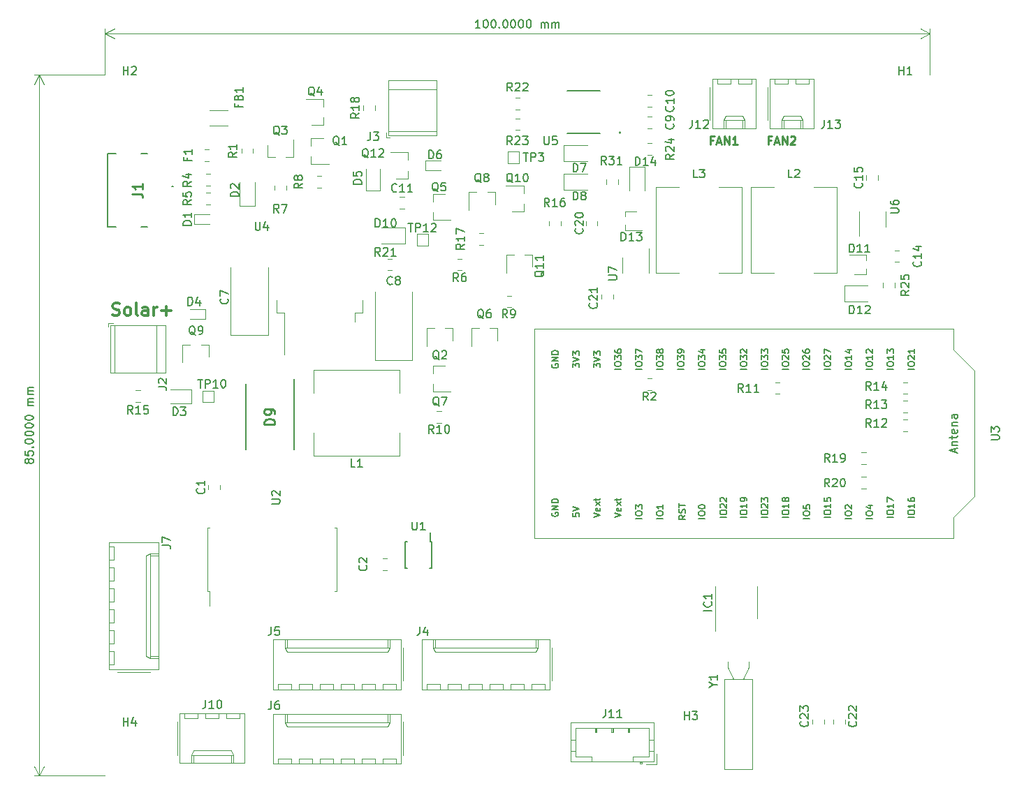
<source format=gbr>
G04 #@! TF.GenerationSoftware,KiCad,Pcbnew,7.0.2-6a45011f42~172~ubuntu22.04.1*
G04 #@! TF.CreationDate,2023-04-26T17:59:51-03:00*
G04 #@! TF.ProjectId,envcity_aqm_v2_2layers,656e7663-6974-4795-9f61-716d5f76325f,rev?*
G04 #@! TF.SameCoordinates,Original*
G04 #@! TF.FileFunction,Legend,Top*
G04 #@! TF.FilePolarity,Positive*
%FSLAX46Y46*%
G04 Gerber Fmt 4.6, Leading zero omitted, Abs format (unit mm)*
G04 Created by KiCad (PCBNEW 7.0.2-6a45011f42~172~ubuntu22.04.1) date 2023-04-26 17:59:51*
%MOMM*%
%LPD*%
G01*
G04 APERTURE LIST*
%ADD10C,0.250000*%
%ADD11C,0.300000*%
%ADD12C,0.150000*%
%ADD13C,0.120000*%
%ADD14C,0.254000*%
%ADD15C,0.200000*%
%ADD16C,0.127000*%
G04 APERTURE END LIST*
D10*
X195714285Y-75938809D02*
X195380952Y-75938809D01*
X195380952Y-76462619D02*
X195380952Y-75462619D01*
X195380952Y-75462619D02*
X195857142Y-75462619D01*
X196190476Y-76176904D02*
X196666666Y-76176904D01*
X196095238Y-76462619D02*
X196428571Y-75462619D01*
X196428571Y-75462619D02*
X196761904Y-76462619D01*
X197095238Y-76462619D02*
X197095238Y-75462619D01*
X197095238Y-75462619D02*
X197666666Y-76462619D01*
X197666666Y-76462619D02*
X197666666Y-75462619D01*
X198666666Y-76462619D02*
X198095238Y-76462619D01*
X198380952Y-76462619D02*
X198380952Y-75462619D01*
X198380952Y-75462619D02*
X198285714Y-75605476D01*
X198285714Y-75605476D02*
X198190476Y-75700714D01*
X198190476Y-75700714D02*
X198095238Y-75748333D01*
X202714285Y-75938809D02*
X202380952Y-75938809D01*
X202380952Y-76462619D02*
X202380952Y-75462619D01*
X202380952Y-75462619D02*
X202857142Y-75462619D01*
X203190476Y-76176904D02*
X203666666Y-76176904D01*
X203095238Y-76462619D02*
X203428571Y-75462619D01*
X203428571Y-75462619D02*
X203761904Y-76462619D01*
X204095238Y-76462619D02*
X204095238Y-75462619D01*
X204095238Y-75462619D02*
X204666666Y-76462619D01*
X204666666Y-76462619D02*
X204666666Y-75462619D01*
X205095238Y-75557857D02*
X205142857Y-75510238D01*
X205142857Y-75510238D02*
X205238095Y-75462619D01*
X205238095Y-75462619D02*
X205476190Y-75462619D01*
X205476190Y-75462619D02*
X205571428Y-75510238D01*
X205571428Y-75510238D02*
X205619047Y-75557857D01*
X205619047Y-75557857D02*
X205666666Y-75653095D01*
X205666666Y-75653095D02*
X205666666Y-75748333D01*
X205666666Y-75748333D02*
X205619047Y-75891190D01*
X205619047Y-75891190D02*
X205047619Y-76462619D01*
X205047619Y-76462619D02*
X205666666Y-76462619D01*
D11*
X122928572Y-97122500D02*
X123142858Y-97193928D01*
X123142858Y-97193928D02*
X123500000Y-97193928D01*
X123500000Y-97193928D02*
X123642858Y-97122500D01*
X123642858Y-97122500D02*
X123714286Y-97051071D01*
X123714286Y-97051071D02*
X123785715Y-96908214D01*
X123785715Y-96908214D02*
X123785715Y-96765357D01*
X123785715Y-96765357D02*
X123714286Y-96622500D01*
X123714286Y-96622500D02*
X123642858Y-96551071D01*
X123642858Y-96551071D02*
X123500000Y-96479642D01*
X123500000Y-96479642D02*
X123214286Y-96408214D01*
X123214286Y-96408214D02*
X123071429Y-96336785D01*
X123071429Y-96336785D02*
X123000000Y-96265357D01*
X123000000Y-96265357D02*
X122928572Y-96122500D01*
X122928572Y-96122500D02*
X122928572Y-95979642D01*
X122928572Y-95979642D02*
X123000000Y-95836785D01*
X123000000Y-95836785D02*
X123071429Y-95765357D01*
X123071429Y-95765357D02*
X123214286Y-95693928D01*
X123214286Y-95693928D02*
X123571429Y-95693928D01*
X123571429Y-95693928D02*
X123785715Y-95765357D01*
X124642857Y-97193928D02*
X124500000Y-97122500D01*
X124500000Y-97122500D02*
X124428571Y-97051071D01*
X124428571Y-97051071D02*
X124357143Y-96908214D01*
X124357143Y-96908214D02*
X124357143Y-96479642D01*
X124357143Y-96479642D02*
X124428571Y-96336785D01*
X124428571Y-96336785D02*
X124500000Y-96265357D01*
X124500000Y-96265357D02*
X124642857Y-96193928D01*
X124642857Y-96193928D02*
X124857143Y-96193928D01*
X124857143Y-96193928D02*
X125000000Y-96265357D01*
X125000000Y-96265357D02*
X125071429Y-96336785D01*
X125071429Y-96336785D02*
X125142857Y-96479642D01*
X125142857Y-96479642D02*
X125142857Y-96908214D01*
X125142857Y-96908214D02*
X125071429Y-97051071D01*
X125071429Y-97051071D02*
X125000000Y-97122500D01*
X125000000Y-97122500D02*
X124857143Y-97193928D01*
X124857143Y-97193928D02*
X124642857Y-97193928D01*
X126000000Y-97193928D02*
X125857143Y-97122500D01*
X125857143Y-97122500D02*
X125785714Y-96979642D01*
X125785714Y-96979642D02*
X125785714Y-95693928D01*
X127214286Y-97193928D02*
X127214286Y-96408214D01*
X127214286Y-96408214D02*
X127142857Y-96265357D01*
X127142857Y-96265357D02*
X127000000Y-96193928D01*
X127000000Y-96193928D02*
X126714286Y-96193928D01*
X126714286Y-96193928D02*
X126571428Y-96265357D01*
X127214286Y-97122500D02*
X127071428Y-97193928D01*
X127071428Y-97193928D02*
X126714286Y-97193928D01*
X126714286Y-97193928D02*
X126571428Y-97122500D01*
X126571428Y-97122500D02*
X126500000Y-96979642D01*
X126500000Y-96979642D02*
X126500000Y-96836785D01*
X126500000Y-96836785D02*
X126571428Y-96693928D01*
X126571428Y-96693928D02*
X126714286Y-96622500D01*
X126714286Y-96622500D02*
X127071428Y-96622500D01*
X127071428Y-96622500D02*
X127214286Y-96551071D01*
X127928571Y-97193928D02*
X127928571Y-96193928D01*
X127928571Y-96479642D02*
X128000000Y-96336785D01*
X128000000Y-96336785D02*
X128071429Y-96265357D01*
X128071429Y-96265357D02*
X128214286Y-96193928D01*
X128214286Y-96193928D02*
X128357143Y-96193928D01*
X128857142Y-96622500D02*
X130000000Y-96622500D01*
X129428571Y-97193928D02*
X129428571Y-96051071D01*
D12*
X112741190Y-114928570D02*
X112693571Y-115023808D01*
X112693571Y-115023808D02*
X112645952Y-115071427D01*
X112645952Y-115071427D02*
X112550714Y-115119046D01*
X112550714Y-115119046D02*
X112503095Y-115119046D01*
X112503095Y-115119046D02*
X112407857Y-115071427D01*
X112407857Y-115071427D02*
X112360238Y-115023808D01*
X112360238Y-115023808D02*
X112312619Y-114928570D01*
X112312619Y-114928570D02*
X112312619Y-114738094D01*
X112312619Y-114738094D02*
X112360238Y-114642856D01*
X112360238Y-114642856D02*
X112407857Y-114595237D01*
X112407857Y-114595237D02*
X112503095Y-114547618D01*
X112503095Y-114547618D02*
X112550714Y-114547618D01*
X112550714Y-114547618D02*
X112645952Y-114595237D01*
X112645952Y-114595237D02*
X112693571Y-114642856D01*
X112693571Y-114642856D02*
X112741190Y-114738094D01*
X112741190Y-114738094D02*
X112741190Y-114928570D01*
X112741190Y-114928570D02*
X112788809Y-115023808D01*
X112788809Y-115023808D02*
X112836428Y-115071427D01*
X112836428Y-115071427D02*
X112931666Y-115119046D01*
X112931666Y-115119046D02*
X113122142Y-115119046D01*
X113122142Y-115119046D02*
X113217380Y-115071427D01*
X113217380Y-115071427D02*
X113265000Y-115023808D01*
X113265000Y-115023808D02*
X113312619Y-114928570D01*
X113312619Y-114928570D02*
X113312619Y-114738094D01*
X113312619Y-114738094D02*
X113265000Y-114642856D01*
X113265000Y-114642856D02*
X113217380Y-114595237D01*
X113217380Y-114595237D02*
X113122142Y-114547618D01*
X113122142Y-114547618D02*
X112931666Y-114547618D01*
X112931666Y-114547618D02*
X112836428Y-114595237D01*
X112836428Y-114595237D02*
X112788809Y-114642856D01*
X112788809Y-114642856D02*
X112741190Y-114738094D01*
X112312619Y-113642856D02*
X112312619Y-114119046D01*
X112312619Y-114119046D02*
X112788809Y-114166665D01*
X112788809Y-114166665D02*
X112741190Y-114119046D01*
X112741190Y-114119046D02*
X112693571Y-114023808D01*
X112693571Y-114023808D02*
X112693571Y-113785713D01*
X112693571Y-113785713D02*
X112741190Y-113690475D01*
X112741190Y-113690475D02*
X112788809Y-113642856D01*
X112788809Y-113642856D02*
X112884047Y-113595237D01*
X112884047Y-113595237D02*
X113122142Y-113595237D01*
X113122142Y-113595237D02*
X113217380Y-113642856D01*
X113217380Y-113642856D02*
X113265000Y-113690475D01*
X113265000Y-113690475D02*
X113312619Y-113785713D01*
X113312619Y-113785713D02*
X113312619Y-114023808D01*
X113312619Y-114023808D02*
X113265000Y-114119046D01*
X113265000Y-114119046D02*
X113217380Y-114166665D01*
X113217380Y-113166665D02*
X113265000Y-113119046D01*
X113265000Y-113119046D02*
X113312619Y-113166665D01*
X113312619Y-113166665D02*
X113265000Y-113214284D01*
X113265000Y-113214284D02*
X113217380Y-113166665D01*
X113217380Y-113166665D02*
X113312619Y-113166665D01*
X112312619Y-112499999D02*
X112312619Y-112404761D01*
X112312619Y-112404761D02*
X112360238Y-112309523D01*
X112360238Y-112309523D02*
X112407857Y-112261904D01*
X112407857Y-112261904D02*
X112503095Y-112214285D01*
X112503095Y-112214285D02*
X112693571Y-112166666D01*
X112693571Y-112166666D02*
X112931666Y-112166666D01*
X112931666Y-112166666D02*
X113122142Y-112214285D01*
X113122142Y-112214285D02*
X113217380Y-112261904D01*
X113217380Y-112261904D02*
X113265000Y-112309523D01*
X113265000Y-112309523D02*
X113312619Y-112404761D01*
X113312619Y-112404761D02*
X113312619Y-112499999D01*
X113312619Y-112499999D02*
X113265000Y-112595237D01*
X113265000Y-112595237D02*
X113217380Y-112642856D01*
X113217380Y-112642856D02*
X113122142Y-112690475D01*
X113122142Y-112690475D02*
X112931666Y-112738094D01*
X112931666Y-112738094D02*
X112693571Y-112738094D01*
X112693571Y-112738094D02*
X112503095Y-112690475D01*
X112503095Y-112690475D02*
X112407857Y-112642856D01*
X112407857Y-112642856D02*
X112360238Y-112595237D01*
X112360238Y-112595237D02*
X112312619Y-112499999D01*
X112312619Y-111547618D02*
X112312619Y-111452380D01*
X112312619Y-111452380D02*
X112360238Y-111357142D01*
X112360238Y-111357142D02*
X112407857Y-111309523D01*
X112407857Y-111309523D02*
X112503095Y-111261904D01*
X112503095Y-111261904D02*
X112693571Y-111214285D01*
X112693571Y-111214285D02*
X112931666Y-111214285D01*
X112931666Y-111214285D02*
X113122142Y-111261904D01*
X113122142Y-111261904D02*
X113217380Y-111309523D01*
X113217380Y-111309523D02*
X113265000Y-111357142D01*
X113265000Y-111357142D02*
X113312619Y-111452380D01*
X113312619Y-111452380D02*
X113312619Y-111547618D01*
X113312619Y-111547618D02*
X113265000Y-111642856D01*
X113265000Y-111642856D02*
X113217380Y-111690475D01*
X113217380Y-111690475D02*
X113122142Y-111738094D01*
X113122142Y-111738094D02*
X112931666Y-111785713D01*
X112931666Y-111785713D02*
X112693571Y-111785713D01*
X112693571Y-111785713D02*
X112503095Y-111738094D01*
X112503095Y-111738094D02*
X112407857Y-111690475D01*
X112407857Y-111690475D02*
X112360238Y-111642856D01*
X112360238Y-111642856D02*
X112312619Y-111547618D01*
X112312619Y-110595237D02*
X112312619Y-110499999D01*
X112312619Y-110499999D02*
X112360238Y-110404761D01*
X112360238Y-110404761D02*
X112407857Y-110357142D01*
X112407857Y-110357142D02*
X112503095Y-110309523D01*
X112503095Y-110309523D02*
X112693571Y-110261904D01*
X112693571Y-110261904D02*
X112931666Y-110261904D01*
X112931666Y-110261904D02*
X113122142Y-110309523D01*
X113122142Y-110309523D02*
X113217380Y-110357142D01*
X113217380Y-110357142D02*
X113265000Y-110404761D01*
X113265000Y-110404761D02*
X113312619Y-110499999D01*
X113312619Y-110499999D02*
X113312619Y-110595237D01*
X113312619Y-110595237D02*
X113265000Y-110690475D01*
X113265000Y-110690475D02*
X113217380Y-110738094D01*
X113217380Y-110738094D02*
X113122142Y-110785713D01*
X113122142Y-110785713D02*
X112931666Y-110833332D01*
X112931666Y-110833332D02*
X112693571Y-110833332D01*
X112693571Y-110833332D02*
X112503095Y-110785713D01*
X112503095Y-110785713D02*
X112407857Y-110738094D01*
X112407857Y-110738094D02*
X112360238Y-110690475D01*
X112360238Y-110690475D02*
X112312619Y-110595237D01*
X112312619Y-109642856D02*
X112312619Y-109547618D01*
X112312619Y-109547618D02*
X112360238Y-109452380D01*
X112360238Y-109452380D02*
X112407857Y-109404761D01*
X112407857Y-109404761D02*
X112503095Y-109357142D01*
X112503095Y-109357142D02*
X112693571Y-109309523D01*
X112693571Y-109309523D02*
X112931666Y-109309523D01*
X112931666Y-109309523D02*
X113122142Y-109357142D01*
X113122142Y-109357142D02*
X113217380Y-109404761D01*
X113217380Y-109404761D02*
X113265000Y-109452380D01*
X113265000Y-109452380D02*
X113312619Y-109547618D01*
X113312619Y-109547618D02*
X113312619Y-109642856D01*
X113312619Y-109642856D02*
X113265000Y-109738094D01*
X113265000Y-109738094D02*
X113217380Y-109785713D01*
X113217380Y-109785713D02*
X113122142Y-109833332D01*
X113122142Y-109833332D02*
X112931666Y-109880951D01*
X112931666Y-109880951D02*
X112693571Y-109880951D01*
X112693571Y-109880951D02*
X112503095Y-109833332D01*
X112503095Y-109833332D02*
X112407857Y-109785713D01*
X112407857Y-109785713D02*
X112360238Y-109738094D01*
X112360238Y-109738094D02*
X112312619Y-109642856D01*
X113312619Y-108119046D02*
X112645952Y-108119046D01*
X112741190Y-108119046D02*
X112693571Y-108071427D01*
X112693571Y-108071427D02*
X112645952Y-107976189D01*
X112645952Y-107976189D02*
X112645952Y-107833332D01*
X112645952Y-107833332D02*
X112693571Y-107738094D01*
X112693571Y-107738094D02*
X112788809Y-107690475D01*
X112788809Y-107690475D02*
X113312619Y-107690475D01*
X112788809Y-107690475D02*
X112693571Y-107642856D01*
X112693571Y-107642856D02*
X112645952Y-107547618D01*
X112645952Y-107547618D02*
X112645952Y-107404761D01*
X112645952Y-107404761D02*
X112693571Y-107309522D01*
X112693571Y-107309522D02*
X112788809Y-107261903D01*
X112788809Y-107261903D02*
X113312619Y-107261903D01*
X113312619Y-106785713D02*
X112645952Y-106785713D01*
X112741190Y-106785713D02*
X112693571Y-106738094D01*
X112693571Y-106738094D02*
X112645952Y-106642856D01*
X112645952Y-106642856D02*
X112645952Y-106499999D01*
X112645952Y-106499999D02*
X112693571Y-106404761D01*
X112693571Y-106404761D02*
X112788809Y-106357142D01*
X112788809Y-106357142D02*
X113312619Y-106357142D01*
X112788809Y-106357142D02*
X112693571Y-106309523D01*
X112693571Y-106309523D02*
X112645952Y-106214285D01*
X112645952Y-106214285D02*
X112645952Y-106071428D01*
X112645952Y-106071428D02*
X112693571Y-105976189D01*
X112693571Y-105976189D02*
X112788809Y-105928570D01*
X112788809Y-105928570D02*
X113312619Y-105928570D01*
D13*
X122000000Y-153000000D02*
X113413580Y-153000000D01*
X122000000Y-68000000D02*
X113413580Y-68000000D01*
X114000000Y-153000000D02*
X114000000Y-68000000D01*
X114000000Y-153000000D02*
X114000000Y-68000000D01*
X114000000Y-153000000D02*
X113413579Y-151873496D01*
X114000000Y-153000000D02*
X114586421Y-151873496D01*
X114000000Y-68000000D02*
X114586421Y-69126504D01*
X114000000Y-68000000D02*
X113413579Y-69126504D01*
D12*
X167476190Y-62312619D02*
X166904762Y-62312619D01*
X167190476Y-62312619D02*
X167190476Y-61312619D01*
X167190476Y-61312619D02*
X167095238Y-61455476D01*
X167095238Y-61455476D02*
X167000000Y-61550714D01*
X167000000Y-61550714D02*
X166904762Y-61598333D01*
X168095238Y-61312619D02*
X168190476Y-61312619D01*
X168190476Y-61312619D02*
X168285714Y-61360238D01*
X168285714Y-61360238D02*
X168333333Y-61407857D01*
X168333333Y-61407857D02*
X168380952Y-61503095D01*
X168380952Y-61503095D02*
X168428571Y-61693571D01*
X168428571Y-61693571D02*
X168428571Y-61931666D01*
X168428571Y-61931666D02*
X168380952Y-62122142D01*
X168380952Y-62122142D02*
X168333333Y-62217380D01*
X168333333Y-62217380D02*
X168285714Y-62265000D01*
X168285714Y-62265000D02*
X168190476Y-62312619D01*
X168190476Y-62312619D02*
X168095238Y-62312619D01*
X168095238Y-62312619D02*
X168000000Y-62265000D01*
X168000000Y-62265000D02*
X167952381Y-62217380D01*
X167952381Y-62217380D02*
X167904762Y-62122142D01*
X167904762Y-62122142D02*
X167857143Y-61931666D01*
X167857143Y-61931666D02*
X167857143Y-61693571D01*
X167857143Y-61693571D02*
X167904762Y-61503095D01*
X167904762Y-61503095D02*
X167952381Y-61407857D01*
X167952381Y-61407857D02*
X168000000Y-61360238D01*
X168000000Y-61360238D02*
X168095238Y-61312619D01*
X169047619Y-61312619D02*
X169142857Y-61312619D01*
X169142857Y-61312619D02*
X169238095Y-61360238D01*
X169238095Y-61360238D02*
X169285714Y-61407857D01*
X169285714Y-61407857D02*
X169333333Y-61503095D01*
X169333333Y-61503095D02*
X169380952Y-61693571D01*
X169380952Y-61693571D02*
X169380952Y-61931666D01*
X169380952Y-61931666D02*
X169333333Y-62122142D01*
X169333333Y-62122142D02*
X169285714Y-62217380D01*
X169285714Y-62217380D02*
X169238095Y-62265000D01*
X169238095Y-62265000D02*
X169142857Y-62312619D01*
X169142857Y-62312619D02*
X169047619Y-62312619D01*
X169047619Y-62312619D02*
X168952381Y-62265000D01*
X168952381Y-62265000D02*
X168904762Y-62217380D01*
X168904762Y-62217380D02*
X168857143Y-62122142D01*
X168857143Y-62122142D02*
X168809524Y-61931666D01*
X168809524Y-61931666D02*
X168809524Y-61693571D01*
X168809524Y-61693571D02*
X168857143Y-61503095D01*
X168857143Y-61503095D02*
X168904762Y-61407857D01*
X168904762Y-61407857D02*
X168952381Y-61360238D01*
X168952381Y-61360238D02*
X169047619Y-61312619D01*
X169809524Y-62217380D02*
X169857143Y-62265000D01*
X169857143Y-62265000D02*
X169809524Y-62312619D01*
X169809524Y-62312619D02*
X169761905Y-62265000D01*
X169761905Y-62265000D02*
X169809524Y-62217380D01*
X169809524Y-62217380D02*
X169809524Y-62312619D01*
X170476190Y-61312619D02*
X170571428Y-61312619D01*
X170571428Y-61312619D02*
X170666666Y-61360238D01*
X170666666Y-61360238D02*
X170714285Y-61407857D01*
X170714285Y-61407857D02*
X170761904Y-61503095D01*
X170761904Y-61503095D02*
X170809523Y-61693571D01*
X170809523Y-61693571D02*
X170809523Y-61931666D01*
X170809523Y-61931666D02*
X170761904Y-62122142D01*
X170761904Y-62122142D02*
X170714285Y-62217380D01*
X170714285Y-62217380D02*
X170666666Y-62265000D01*
X170666666Y-62265000D02*
X170571428Y-62312619D01*
X170571428Y-62312619D02*
X170476190Y-62312619D01*
X170476190Y-62312619D02*
X170380952Y-62265000D01*
X170380952Y-62265000D02*
X170333333Y-62217380D01*
X170333333Y-62217380D02*
X170285714Y-62122142D01*
X170285714Y-62122142D02*
X170238095Y-61931666D01*
X170238095Y-61931666D02*
X170238095Y-61693571D01*
X170238095Y-61693571D02*
X170285714Y-61503095D01*
X170285714Y-61503095D02*
X170333333Y-61407857D01*
X170333333Y-61407857D02*
X170380952Y-61360238D01*
X170380952Y-61360238D02*
X170476190Y-61312619D01*
X171428571Y-61312619D02*
X171523809Y-61312619D01*
X171523809Y-61312619D02*
X171619047Y-61360238D01*
X171619047Y-61360238D02*
X171666666Y-61407857D01*
X171666666Y-61407857D02*
X171714285Y-61503095D01*
X171714285Y-61503095D02*
X171761904Y-61693571D01*
X171761904Y-61693571D02*
X171761904Y-61931666D01*
X171761904Y-61931666D02*
X171714285Y-62122142D01*
X171714285Y-62122142D02*
X171666666Y-62217380D01*
X171666666Y-62217380D02*
X171619047Y-62265000D01*
X171619047Y-62265000D02*
X171523809Y-62312619D01*
X171523809Y-62312619D02*
X171428571Y-62312619D01*
X171428571Y-62312619D02*
X171333333Y-62265000D01*
X171333333Y-62265000D02*
X171285714Y-62217380D01*
X171285714Y-62217380D02*
X171238095Y-62122142D01*
X171238095Y-62122142D02*
X171190476Y-61931666D01*
X171190476Y-61931666D02*
X171190476Y-61693571D01*
X171190476Y-61693571D02*
X171238095Y-61503095D01*
X171238095Y-61503095D02*
X171285714Y-61407857D01*
X171285714Y-61407857D02*
X171333333Y-61360238D01*
X171333333Y-61360238D02*
X171428571Y-61312619D01*
X172380952Y-61312619D02*
X172476190Y-61312619D01*
X172476190Y-61312619D02*
X172571428Y-61360238D01*
X172571428Y-61360238D02*
X172619047Y-61407857D01*
X172619047Y-61407857D02*
X172666666Y-61503095D01*
X172666666Y-61503095D02*
X172714285Y-61693571D01*
X172714285Y-61693571D02*
X172714285Y-61931666D01*
X172714285Y-61931666D02*
X172666666Y-62122142D01*
X172666666Y-62122142D02*
X172619047Y-62217380D01*
X172619047Y-62217380D02*
X172571428Y-62265000D01*
X172571428Y-62265000D02*
X172476190Y-62312619D01*
X172476190Y-62312619D02*
X172380952Y-62312619D01*
X172380952Y-62312619D02*
X172285714Y-62265000D01*
X172285714Y-62265000D02*
X172238095Y-62217380D01*
X172238095Y-62217380D02*
X172190476Y-62122142D01*
X172190476Y-62122142D02*
X172142857Y-61931666D01*
X172142857Y-61931666D02*
X172142857Y-61693571D01*
X172142857Y-61693571D02*
X172190476Y-61503095D01*
X172190476Y-61503095D02*
X172238095Y-61407857D01*
X172238095Y-61407857D02*
X172285714Y-61360238D01*
X172285714Y-61360238D02*
X172380952Y-61312619D01*
X173333333Y-61312619D02*
X173428571Y-61312619D01*
X173428571Y-61312619D02*
X173523809Y-61360238D01*
X173523809Y-61360238D02*
X173571428Y-61407857D01*
X173571428Y-61407857D02*
X173619047Y-61503095D01*
X173619047Y-61503095D02*
X173666666Y-61693571D01*
X173666666Y-61693571D02*
X173666666Y-61931666D01*
X173666666Y-61931666D02*
X173619047Y-62122142D01*
X173619047Y-62122142D02*
X173571428Y-62217380D01*
X173571428Y-62217380D02*
X173523809Y-62265000D01*
X173523809Y-62265000D02*
X173428571Y-62312619D01*
X173428571Y-62312619D02*
X173333333Y-62312619D01*
X173333333Y-62312619D02*
X173238095Y-62265000D01*
X173238095Y-62265000D02*
X173190476Y-62217380D01*
X173190476Y-62217380D02*
X173142857Y-62122142D01*
X173142857Y-62122142D02*
X173095238Y-61931666D01*
X173095238Y-61931666D02*
X173095238Y-61693571D01*
X173095238Y-61693571D02*
X173142857Y-61503095D01*
X173142857Y-61503095D02*
X173190476Y-61407857D01*
X173190476Y-61407857D02*
X173238095Y-61360238D01*
X173238095Y-61360238D02*
X173333333Y-61312619D01*
X174857143Y-62312619D02*
X174857143Y-61645952D01*
X174857143Y-61741190D02*
X174904762Y-61693571D01*
X174904762Y-61693571D02*
X175000000Y-61645952D01*
X175000000Y-61645952D02*
X175142857Y-61645952D01*
X175142857Y-61645952D02*
X175238095Y-61693571D01*
X175238095Y-61693571D02*
X175285714Y-61788809D01*
X175285714Y-61788809D02*
X175285714Y-62312619D01*
X175285714Y-61788809D02*
X175333333Y-61693571D01*
X175333333Y-61693571D02*
X175428571Y-61645952D01*
X175428571Y-61645952D02*
X175571428Y-61645952D01*
X175571428Y-61645952D02*
X175666667Y-61693571D01*
X175666667Y-61693571D02*
X175714286Y-61788809D01*
X175714286Y-61788809D02*
X175714286Y-62312619D01*
X176190476Y-62312619D02*
X176190476Y-61645952D01*
X176190476Y-61741190D02*
X176238095Y-61693571D01*
X176238095Y-61693571D02*
X176333333Y-61645952D01*
X176333333Y-61645952D02*
X176476190Y-61645952D01*
X176476190Y-61645952D02*
X176571428Y-61693571D01*
X176571428Y-61693571D02*
X176619047Y-61788809D01*
X176619047Y-61788809D02*
X176619047Y-62312619D01*
X176619047Y-61788809D02*
X176666666Y-61693571D01*
X176666666Y-61693571D02*
X176761904Y-61645952D01*
X176761904Y-61645952D02*
X176904761Y-61645952D01*
X176904761Y-61645952D02*
X177000000Y-61693571D01*
X177000000Y-61693571D02*
X177047619Y-61788809D01*
X177047619Y-61788809D02*
X177047619Y-62312619D01*
D13*
X222000000Y-68000000D02*
X222000000Y-62413580D01*
X122000000Y-68000000D02*
X122000000Y-62413580D01*
X222000000Y-63000000D02*
X122000000Y-63000000D01*
X222000000Y-63000000D02*
X122000000Y-63000000D01*
X222000000Y-63000000D02*
X220873496Y-63586421D01*
X222000000Y-63000000D02*
X220873496Y-62413579D01*
X122000000Y-63000000D02*
X123126504Y-62413579D01*
X122000000Y-63000000D02*
X123126504Y-63586421D01*
D12*
X229402619Y-112261904D02*
X230212142Y-112261904D01*
X230212142Y-112261904D02*
X230307380Y-112214285D01*
X230307380Y-112214285D02*
X230355000Y-112166666D01*
X230355000Y-112166666D02*
X230402619Y-112071428D01*
X230402619Y-112071428D02*
X230402619Y-111880952D01*
X230402619Y-111880952D02*
X230355000Y-111785714D01*
X230355000Y-111785714D02*
X230307380Y-111738095D01*
X230307380Y-111738095D02*
X230212142Y-111690476D01*
X230212142Y-111690476D02*
X229402619Y-111690476D01*
X229402619Y-111309523D02*
X229402619Y-110690476D01*
X229402619Y-110690476D02*
X229783571Y-111023809D01*
X229783571Y-111023809D02*
X229783571Y-110880952D01*
X229783571Y-110880952D02*
X229831190Y-110785714D01*
X229831190Y-110785714D02*
X229878809Y-110738095D01*
X229878809Y-110738095D02*
X229974047Y-110690476D01*
X229974047Y-110690476D02*
X230212142Y-110690476D01*
X230212142Y-110690476D02*
X230307380Y-110738095D01*
X230307380Y-110738095D02*
X230355000Y-110785714D01*
X230355000Y-110785714D02*
X230402619Y-110880952D01*
X230402619Y-110880952D02*
X230402619Y-111166666D01*
X230402619Y-111166666D02*
X230355000Y-111261904D01*
X230355000Y-111261904D02*
X230307380Y-111309523D01*
X176208190Y-121109523D02*
X176170095Y-121185713D01*
X176170095Y-121185713D02*
X176170095Y-121299999D01*
X176170095Y-121299999D02*
X176208190Y-121414285D01*
X176208190Y-121414285D02*
X176284380Y-121490475D01*
X176284380Y-121490475D02*
X176360571Y-121528570D01*
X176360571Y-121528570D02*
X176512952Y-121566666D01*
X176512952Y-121566666D02*
X176627238Y-121566666D01*
X176627238Y-121566666D02*
X176779619Y-121528570D01*
X176779619Y-121528570D02*
X176855809Y-121490475D01*
X176855809Y-121490475D02*
X176932000Y-121414285D01*
X176932000Y-121414285D02*
X176970095Y-121299999D01*
X176970095Y-121299999D02*
X176970095Y-121223808D01*
X176970095Y-121223808D02*
X176932000Y-121109523D01*
X176932000Y-121109523D02*
X176893904Y-121071427D01*
X176893904Y-121071427D02*
X176627238Y-121071427D01*
X176627238Y-121071427D02*
X176627238Y-121223808D01*
X176970095Y-120728570D02*
X176170095Y-120728570D01*
X176170095Y-120728570D02*
X176970095Y-120271427D01*
X176970095Y-120271427D02*
X176170095Y-120271427D01*
X176970095Y-119890475D02*
X176170095Y-119890475D01*
X176170095Y-119890475D02*
X176170095Y-119699999D01*
X176170095Y-119699999D02*
X176208190Y-119585713D01*
X176208190Y-119585713D02*
X176284380Y-119509523D01*
X176284380Y-119509523D02*
X176360571Y-119471428D01*
X176360571Y-119471428D02*
X176512952Y-119433332D01*
X176512952Y-119433332D02*
X176627238Y-119433332D01*
X176627238Y-119433332D02*
X176779619Y-119471428D01*
X176779619Y-119471428D02*
X176855809Y-119509523D01*
X176855809Y-119509523D02*
X176932000Y-119585713D01*
X176932000Y-119585713D02*
X176970095Y-119699999D01*
X176970095Y-119699999D02*
X176970095Y-119890475D01*
X181250095Y-121661904D02*
X182050095Y-121395237D01*
X182050095Y-121395237D02*
X181250095Y-121128571D01*
X182012000Y-120557142D02*
X182050095Y-120633333D01*
X182050095Y-120633333D02*
X182050095Y-120785714D01*
X182050095Y-120785714D02*
X182012000Y-120861904D01*
X182012000Y-120861904D02*
X181935809Y-120900000D01*
X181935809Y-120900000D02*
X181631047Y-120900000D01*
X181631047Y-120900000D02*
X181554857Y-120861904D01*
X181554857Y-120861904D02*
X181516761Y-120785714D01*
X181516761Y-120785714D02*
X181516761Y-120633333D01*
X181516761Y-120633333D02*
X181554857Y-120557142D01*
X181554857Y-120557142D02*
X181631047Y-120519047D01*
X181631047Y-120519047D02*
X181707238Y-120519047D01*
X181707238Y-120519047D02*
X181783428Y-120900000D01*
X182050095Y-120252381D02*
X181516761Y-119833333D01*
X181516761Y-120252381D02*
X182050095Y-119833333D01*
X181516761Y-119642857D02*
X181516761Y-119338095D01*
X181250095Y-119528571D02*
X181935809Y-119528571D01*
X181935809Y-119528571D02*
X182012000Y-119490476D01*
X182012000Y-119490476D02*
X182050095Y-119414286D01*
X182050095Y-119414286D02*
X182050095Y-119338095D01*
X178710095Y-121152380D02*
X178710095Y-121533332D01*
X178710095Y-121533332D02*
X179091047Y-121571428D01*
X179091047Y-121571428D02*
X179052952Y-121533332D01*
X179052952Y-121533332D02*
X179014857Y-121457142D01*
X179014857Y-121457142D02*
X179014857Y-121266666D01*
X179014857Y-121266666D02*
X179052952Y-121190475D01*
X179052952Y-121190475D02*
X179091047Y-121152380D01*
X179091047Y-121152380D02*
X179167238Y-121114285D01*
X179167238Y-121114285D02*
X179357714Y-121114285D01*
X179357714Y-121114285D02*
X179433904Y-121152380D01*
X179433904Y-121152380D02*
X179472000Y-121190475D01*
X179472000Y-121190475D02*
X179510095Y-121266666D01*
X179510095Y-121266666D02*
X179510095Y-121457142D01*
X179510095Y-121457142D02*
X179472000Y-121533332D01*
X179472000Y-121533332D02*
X179433904Y-121571428D01*
X178710095Y-120885713D02*
X179510095Y-120619046D01*
X179510095Y-120619046D02*
X178710095Y-120352380D01*
X183790095Y-121661904D02*
X184590095Y-121395237D01*
X184590095Y-121395237D02*
X183790095Y-121128571D01*
X184552000Y-120557142D02*
X184590095Y-120633333D01*
X184590095Y-120633333D02*
X184590095Y-120785714D01*
X184590095Y-120785714D02*
X184552000Y-120861904D01*
X184552000Y-120861904D02*
X184475809Y-120900000D01*
X184475809Y-120900000D02*
X184171047Y-120900000D01*
X184171047Y-120900000D02*
X184094857Y-120861904D01*
X184094857Y-120861904D02*
X184056761Y-120785714D01*
X184056761Y-120785714D02*
X184056761Y-120633333D01*
X184056761Y-120633333D02*
X184094857Y-120557142D01*
X184094857Y-120557142D02*
X184171047Y-120519047D01*
X184171047Y-120519047D02*
X184247238Y-120519047D01*
X184247238Y-120519047D02*
X184323428Y-120900000D01*
X184590095Y-120252381D02*
X184056761Y-119833333D01*
X184056761Y-120252381D02*
X184590095Y-119833333D01*
X184056761Y-119642857D02*
X184056761Y-119338095D01*
X183790095Y-119528571D02*
X184475809Y-119528571D01*
X184475809Y-119528571D02*
X184552000Y-119490476D01*
X184552000Y-119490476D02*
X184590095Y-119414286D01*
X184590095Y-119414286D02*
X184590095Y-119338095D01*
X187130095Y-121799999D02*
X186330095Y-121799999D01*
X186330095Y-121266666D02*
X186330095Y-121114285D01*
X186330095Y-121114285D02*
X186368190Y-121038095D01*
X186368190Y-121038095D02*
X186444380Y-120961904D01*
X186444380Y-120961904D02*
X186596761Y-120923809D01*
X186596761Y-120923809D02*
X186863428Y-120923809D01*
X186863428Y-120923809D02*
X187015809Y-120961904D01*
X187015809Y-120961904D02*
X187092000Y-121038095D01*
X187092000Y-121038095D02*
X187130095Y-121114285D01*
X187130095Y-121114285D02*
X187130095Y-121266666D01*
X187130095Y-121266666D02*
X187092000Y-121342857D01*
X187092000Y-121342857D02*
X187015809Y-121419047D01*
X187015809Y-121419047D02*
X186863428Y-121457143D01*
X186863428Y-121457143D02*
X186596761Y-121457143D01*
X186596761Y-121457143D02*
X186444380Y-121419047D01*
X186444380Y-121419047D02*
X186368190Y-121342857D01*
X186368190Y-121342857D02*
X186330095Y-121266666D01*
X186330095Y-120657143D02*
X186330095Y-120161905D01*
X186330095Y-120161905D02*
X186634857Y-120428571D01*
X186634857Y-120428571D02*
X186634857Y-120314286D01*
X186634857Y-120314286D02*
X186672952Y-120238095D01*
X186672952Y-120238095D02*
X186711047Y-120200000D01*
X186711047Y-120200000D02*
X186787238Y-120161905D01*
X186787238Y-120161905D02*
X186977714Y-120161905D01*
X186977714Y-120161905D02*
X187053904Y-120200000D01*
X187053904Y-120200000D02*
X187092000Y-120238095D01*
X187092000Y-120238095D02*
X187130095Y-120314286D01*
X187130095Y-120314286D02*
X187130095Y-120542857D01*
X187130095Y-120542857D02*
X187092000Y-120619048D01*
X187092000Y-120619048D02*
X187053904Y-120657143D01*
X189670095Y-121799999D02*
X188870095Y-121799999D01*
X188870095Y-121266666D02*
X188870095Y-121114285D01*
X188870095Y-121114285D02*
X188908190Y-121038095D01*
X188908190Y-121038095D02*
X188984380Y-120961904D01*
X188984380Y-120961904D02*
X189136761Y-120923809D01*
X189136761Y-120923809D02*
X189403428Y-120923809D01*
X189403428Y-120923809D02*
X189555809Y-120961904D01*
X189555809Y-120961904D02*
X189632000Y-121038095D01*
X189632000Y-121038095D02*
X189670095Y-121114285D01*
X189670095Y-121114285D02*
X189670095Y-121266666D01*
X189670095Y-121266666D02*
X189632000Y-121342857D01*
X189632000Y-121342857D02*
X189555809Y-121419047D01*
X189555809Y-121419047D02*
X189403428Y-121457143D01*
X189403428Y-121457143D02*
X189136761Y-121457143D01*
X189136761Y-121457143D02*
X188984380Y-121419047D01*
X188984380Y-121419047D02*
X188908190Y-121342857D01*
X188908190Y-121342857D02*
X188870095Y-121266666D01*
X189670095Y-120161905D02*
X189670095Y-120619048D01*
X189670095Y-120390476D02*
X188870095Y-120390476D01*
X188870095Y-120390476D02*
X188984380Y-120466667D01*
X188984380Y-120466667D02*
X189060571Y-120542857D01*
X189060571Y-120542857D02*
X189098666Y-120619048D01*
X192370095Y-121438094D02*
X191989142Y-121704761D01*
X192370095Y-121895237D02*
X191570095Y-121895237D01*
X191570095Y-121895237D02*
X191570095Y-121590475D01*
X191570095Y-121590475D02*
X191608190Y-121514285D01*
X191608190Y-121514285D02*
X191646285Y-121476190D01*
X191646285Y-121476190D02*
X191722476Y-121438094D01*
X191722476Y-121438094D02*
X191836761Y-121438094D01*
X191836761Y-121438094D02*
X191912952Y-121476190D01*
X191912952Y-121476190D02*
X191951047Y-121514285D01*
X191951047Y-121514285D02*
X191989142Y-121590475D01*
X191989142Y-121590475D02*
X191989142Y-121895237D01*
X192332000Y-121133333D02*
X192370095Y-121019047D01*
X192370095Y-121019047D02*
X192370095Y-120828571D01*
X192370095Y-120828571D02*
X192332000Y-120752380D01*
X192332000Y-120752380D02*
X192293904Y-120714285D01*
X192293904Y-120714285D02*
X192217714Y-120676190D01*
X192217714Y-120676190D02*
X192141523Y-120676190D01*
X192141523Y-120676190D02*
X192065333Y-120714285D01*
X192065333Y-120714285D02*
X192027238Y-120752380D01*
X192027238Y-120752380D02*
X191989142Y-120828571D01*
X191989142Y-120828571D02*
X191951047Y-120980952D01*
X191951047Y-120980952D02*
X191912952Y-121057142D01*
X191912952Y-121057142D02*
X191874857Y-121095237D01*
X191874857Y-121095237D02*
X191798666Y-121133333D01*
X191798666Y-121133333D02*
X191722476Y-121133333D01*
X191722476Y-121133333D02*
X191646285Y-121095237D01*
X191646285Y-121095237D02*
X191608190Y-121057142D01*
X191608190Y-121057142D02*
X191570095Y-120980952D01*
X191570095Y-120980952D02*
X191570095Y-120790475D01*
X191570095Y-120790475D02*
X191608190Y-120676190D01*
X191570095Y-120447618D02*
X191570095Y-119990475D01*
X192370095Y-120219047D02*
X191570095Y-120219047D01*
X194750095Y-121799999D02*
X193950095Y-121799999D01*
X193950095Y-121266666D02*
X193950095Y-121114285D01*
X193950095Y-121114285D02*
X193988190Y-121038095D01*
X193988190Y-121038095D02*
X194064380Y-120961904D01*
X194064380Y-120961904D02*
X194216761Y-120923809D01*
X194216761Y-120923809D02*
X194483428Y-120923809D01*
X194483428Y-120923809D02*
X194635809Y-120961904D01*
X194635809Y-120961904D02*
X194712000Y-121038095D01*
X194712000Y-121038095D02*
X194750095Y-121114285D01*
X194750095Y-121114285D02*
X194750095Y-121266666D01*
X194750095Y-121266666D02*
X194712000Y-121342857D01*
X194712000Y-121342857D02*
X194635809Y-121419047D01*
X194635809Y-121419047D02*
X194483428Y-121457143D01*
X194483428Y-121457143D02*
X194216761Y-121457143D01*
X194216761Y-121457143D02*
X194064380Y-121419047D01*
X194064380Y-121419047D02*
X193988190Y-121342857D01*
X193988190Y-121342857D02*
X193950095Y-121266666D01*
X193950095Y-120428571D02*
X193950095Y-120352381D01*
X193950095Y-120352381D02*
X193988190Y-120276190D01*
X193988190Y-120276190D02*
X194026285Y-120238095D01*
X194026285Y-120238095D02*
X194102476Y-120200000D01*
X194102476Y-120200000D02*
X194254857Y-120161905D01*
X194254857Y-120161905D02*
X194445333Y-120161905D01*
X194445333Y-120161905D02*
X194597714Y-120200000D01*
X194597714Y-120200000D02*
X194673904Y-120238095D01*
X194673904Y-120238095D02*
X194712000Y-120276190D01*
X194712000Y-120276190D02*
X194750095Y-120352381D01*
X194750095Y-120352381D02*
X194750095Y-120428571D01*
X194750095Y-120428571D02*
X194712000Y-120504762D01*
X194712000Y-120504762D02*
X194673904Y-120542857D01*
X194673904Y-120542857D02*
X194597714Y-120580952D01*
X194597714Y-120580952D02*
X194445333Y-120619048D01*
X194445333Y-120619048D02*
X194254857Y-120619048D01*
X194254857Y-120619048D02*
X194102476Y-120580952D01*
X194102476Y-120580952D02*
X194026285Y-120542857D01*
X194026285Y-120542857D02*
X193988190Y-120504762D01*
X193988190Y-120504762D02*
X193950095Y-120428571D01*
X197370095Y-121680951D02*
X196570095Y-121680951D01*
X196570095Y-121147618D02*
X196570095Y-120995237D01*
X196570095Y-120995237D02*
X196608190Y-120919047D01*
X196608190Y-120919047D02*
X196684380Y-120842856D01*
X196684380Y-120842856D02*
X196836761Y-120804761D01*
X196836761Y-120804761D02*
X197103428Y-120804761D01*
X197103428Y-120804761D02*
X197255809Y-120842856D01*
X197255809Y-120842856D02*
X197332000Y-120919047D01*
X197332000Y-120919047D02*
X197370095Y-120995237D01*
X197370095Y-120995237D02*
X197370095Y-121147618D01*
X197370095Y-121147618D02*
X197332000Y-121223809D01*
X197332000Y-121223809D02*
X197255809Y-121299999D01*
X197255809Y-121299999D02*
X197103428Y-121338095D01*
X197103428Y-121338095D02*
X196836761Y-121338095D01*
X196836761Y-121338095D02*
X196684380Y-121299999D01*
X196684380Y-121299999D02*
X196608190Y-121223809D01*
X196608190Y-121223809D02*
X196570095Y-121147618D01*
X196646285Y-120500000D02*
X196608190Y-120461904D01*
X196608190Y-120461904D02*
X196570095Y-120385714D01*
X196570095Y-120385714D02*
X196570095Y-120195238D01*
X196570095Y-120195238D02*
X196608190Y-120119047D01*
X196608190Y-120119047D02*
X196646285Y-120080952D01*
X196646285Y-120080952D02*
X196722476Y-120042857D01*
X196722476Y-120042857D02*
X196798666Y-120042857D01*
X196798666Y-120042857D02*
X196912952Y-120080952D01*
X196912952Y-120080952D02*
X197370095Y-120538095D01*
X197370095Y-120538095D02*
X197370095Y-120042857D01*
X196646285Y-119738095D02*
X196608190Y-119699999D01*
X196608190Y-119699999D02*
X196570095Y-119623809D01*
X196570095Y-119623809D02*
X196570095Y-119433333D01*
X196570095Y-119433333D02*
X196608190Y-119357142D01*
X196608190Y-119357142D02*
X196646285Y-119319047D01*
X196646285Y-119319047D02*
X196722476Y-119280952D01*
X196722476Y-119280952D02*
X196798666Y-119280952D01*
X196798666Y-119280952D02*
X196912952Y-119319047D01*
X196912952Y-119319047D02*
X197370095Y-119776190D01*
X197370095Y-119776190D02*
X197370095Y-119280952D01*
X199830095Y-121680951D02*
X199030095Y-121680951D01*
X199030095Y-121147618D02*
X199030095Y-120995237D01*
X199030095Y-120995237D02*
X199068190Y-120919047D01*
X199068190Y-120919047D02*
X199144380Y-120842856D01*
X199144380Y-120842856D02*
X199296761Y-120804761D01*
X199296761Y-120804761D02*
X199563428Y-120804761D01*
X199563428Y-120804761D02*
X199715809Y-120842856D01*
X199715809Y-120842856D02*
X199792000Y-120919047D01*
X199792000Y-120919047D02*
X199830095Y-120995237D01*
X199830095Y-120995237D02*
X199830095Y-121147618D01*
X199830095Y-121147618D02*
X199792000Y-121223809D01*
X199792000Y-121223809D02*
X199715809Y-121299999D01*
X199715809Y-121299999D02*
X199563428Y-121338095D01*
X199563428Y-121338095D02*
X199296761Y-121338095D01*
X199296761Y-121338095D02*
X199144380Y-121299999D01*
X199144380Y-121299999D02*
X199068190Y-121223809D01*
X199068190Y-121223809D02*
X199030095Y-121147618D01*
X199830095Y-120042857D02*
X199830095Y-120500000D01*
X199830095Y-120271428D02*
X199030095Y-120271428D01*
X199030095Y-120271428D02*
X199144380Y-120347619D01*
X199144380Y-120347619D02*
X199220571Y-120423809D01*
X199220571Y-120423809D02*
X199258666Y-120500000D01*
X199830095Y-119661904D02*
X199830095Y-119509523D01*
X199830095Y-119509523D02*
X199792000Y-119433333D01*
X199792000Y-119433333D02*
X199753904Y-119395237D01*
X199753904Y-119395237D02*
X199639619Y-119319047D01*
X199639619Y-119319047D02*
X199487238Y-119280952D01*
X199487238Y-119280952D02*
X199182476Y-119280952D01*
X199182476Y-119280952D02*
X199106285Y-119319047D01*
X199106285Y-119319047D02*
X199068190Y-119357142D01*
X199068190Y-119357142D02*
X199030095Y-119433333D01*
X199030095Y-119433333D02*
X199030095Y-119585714D01*
X199030095Y-119585714D02*
X199068190Y-119661904D01*
X199068190Y-119661904D02*
X199106285Y-119699999D01*
X199106285Y-119699999D02*
X199182476Y-119738095D01*
X199182476Y-119738095D02*
X199372952Y-119738095D01*
X199372952Y-119738095D02*
X199449142Y-119699999D01*
X199449142Y-119699999D02*
X199487238Y-119661904D01*
X199487238Y-119661904D02*
X199525333Y-119585714D01*
X199525333Y-119585714D02*
X199525333Y-119433333D01*
X199525333Y-119433333D02*
X199487238Y-119357142D01*
X199487238Y-119357142D02*
X199449142Y-119319047D01*
X199449142Y-119319047D02*
X199372952Y-119280952D01*
X202370095Y-121680951D02*
X201570095Y-121680951D01*
X201570095Y-121147618D02*
X201570095Y-120995237D01*
X201570095Y-120995237D02*
X201608190Y-120919047D01*
X201608190Y-120919047D02*
X201684380Y-120842856D01*
X201684380Y-120842856D02*
X201836761Y-120804761D01*
X201836761Y-120804761D02*
X202103428Y-120804761D01*
X202103428Y-120804761D02*
X202255809Y-120842856D01*
X202255809Y-120842856D02*
X202332000Y-120919047D01*
X202332000Y-120919047D02*
X202370095Y-120995237D01*
X202370095Y-120995237D02*
X202370095Y-121147618D01*
X202370095Y-121147618D02*
X202332000Y-121223809D01*
X202332000Y-121223809D02*
X202255809Y-121299999D01*
X202255809Y-121299999D02*
X202103428Y-121338095D01*
X202103428Y-121338095D02*
X201836761Y-121338095D01*
X201836761Y-121338095D02*
X201684380Y-121299999D01*
X201684380Y-121299999D02*
X201608190Y-121223809D01*
X201608190Y-121223809D02*
X201570095Y-121147618D01*
X201646285Y-120500000D02*
X201608190Y-120461904D01*
X201608190Y-120461904D02*
X201570095Y-120385714D01*
X201570095Y-120385714D02*
X201570095Y-120195238D01*
X201570095Y-120195238D02*
X201608190Y-120119047D01*
X201608190Y-120119047D02*
X201646285Y-120080952D01*
X201646285Y-120080952D02*
X201722476Y-120042857D01*
X201722476Y-120042857D02*
X201798666Y-120042857D01*
X201798666Y-120042857D02*
X201912952Y-120080952D01*
X201912952Y-120080952D02*
X202370095Y-120538095D01*
X202370095Y-120538095D02*
X202370095Y-120042857D01*
X201570095Y-119776190D02*
X201570095Y-119280952D01*
X201570095Y-119280952D02*
X201874857Y-119547618D01*
X201874857Y-119547618D02*
X201874857Y-119433333D01*
X201874857Y-119433333D02*
X201912952Y-119357142D01*
X201912952Y-119357142D02*
X201951047Y-119319047D01*
X201951047Y-119319047D02*
X202027238Y-119280952D01*
X202027238Y-119280952D02*
X202217714Y-119280952D01*
X202217714Y-119280952D02*
X202293904Y-119319047D01*
X202293904Y-119319047D02*
X202332000Y-119357142D01*
X202332000Y-119357142D02*
X202370095Y-119433333D01*
X202370095Y-119433333D02*
X202370095Y-119661904D01*
X202370095Y-119661904D02*
X202332000Y-119738095D01*
X202332000Y-119738095D02*
X202293904Y-119776190D01*
X204910095Y-121680951D02*
X204110095Y-121680951D01*
X204110095Y-121147618D02*
X204110095Y-120995237D01*
X204110095Y-120995237D02*
X204148190Y-120919047D01*
X204148190Y-120919047D02*
X204224380Y-120842856D01*
X204224380Y-120842856D02*
X204376761Y-120804761D01*
X204376761Y-120804761D02*
X204643428Y-120804761D01*
X204643428Y-120804761D02*
X204795809Y-120842856D01*
X204795809Y-120842856D02*
X204872000Y-120919047D01*
X204872000Y-120919047D02*
X204910095Y-120995237D01*
X204910095Y-120995237D02*
X204910095Y-121147618D01*
X204910095Y-121147618D02*
X204872000Y-121223809D01*
X204872000Y-121223809D02*
X204795809Y-121299999D01*
X204795809Y-121299999D02*
X204643428Y-121338095D01*
X204643428Y-121338095D02*
X204376761Y-121338095D01*
X204376761Y-121338095D02*
X204224380Y-121299999D01*
X204224380Y-121299999D02*
X204148190Y-121223809D01*
X204148190Y-121223809D02*
X204110095Y-121147618D01*
X204910095Y-120042857D02*
X204910095Y-120500000D01*
X204910095Y-120271428D02*
X204110095Y-120271428D01*
X204110095Y-120271428D02*
X204224380Y-120347619D01*
X204224380Y-120347619D02*
X204300571Y-120423809D01*
X204300571Y-120423809D02*
X204338666Y-120500000D01*
X204452952Y-119585714D02*
X204414857Y-119661904D01*
X204414857Y-119661904D02*
X204376761Y-119699999D01*
X204376761Y-119699999D02*
X204300571Y-119738095D01*
X204300571Y-119738095D02*
X204262476Y-119738095D01*
X204262476Y-119738095D02*
X204186285Y-119699999D01*
X204186285Y-119699999D02*
X204148190Y-119661904D01*
X204148190Y-119661904D02*
X204110095Y-119585714D01*
X204110095Y-119585714D02*
X204110095Y-119433333D01*
X204110095Y-119433333D02*
X204148190Y-119357142D01*
X204148190Y-119357142D02*
X204186285Y-119319047D01*
X204186285Y-119319047D02*
X204262476Y-119280952D01*
X204262476Y-119280952D02*
X204300571Y-119280952D01*
X204300571Y-119280952D02*
X204376761Y-119319047D01*
X204376761Y-119319047D02*
X204414857Y-119357142D01*
X204414857Y-119357142D02*
X204452952Y-119433333D01*
X204452952Y-119433333D02*
X204452952Y-119585714D01*
X204452952Y-119585714D02*
X204491047Y-119661904D01*
X204491047Y-119661904D02*
X204529142Y-119699999D01*
X204529142Y-119699999D02*
X204605333Y-119738095D01*
X204605333Y-119738095D02*
X204757714Y-119738095D01*
X204757714Y-119738095D02*
X204833904Y-119699999D01*
X204833904Y-119699999D02*
X204872000Y-119661904D01*
X204872000Y-119661904D02*
X204910095Y-119585714D01*
X204910095Y-119585714D02*
X204910095Y-119433333D01*
X204910095Y-119433333D02*
X204872000Y-119357142D01*
X204872000Y-119357142D02*
X204833904Y-119319047D01*
X204833904Y-119319047D02*
X204757714Y-119280952D01*
X204757714Y-119280952D02*
X204605333Y-119280952D01*
X204605333Y-119280952D02*
X204529142Y-119319047D01*
X204529142Y-119319047D02*
X204491047Y-119357142D01*
X204491047Y-119357142D02*
X204452952Y-119433333D01*
X207450095Y-121799999D02*
X206650095Y-121799999D01*
X206650095Y-121266666D02*
X206650095Y-121114285D01*
X206650095Y-121114285D02*
X206688190Y-121038095D01*
X206688190Y-121038095D02*
X206764380Y-120961904D01*
X206764380Y-120961904D02*
X206916761Y-120923809D01*
X206916761Y-120923809D02*
X207183428Y-120923809D01*
X207183428Y-120923809D02*
X207335809Y-120961904D01*
X207335809Y-120961904D02*
X207412000Y-121038095D01*
X207412000Y-121038095D02*
X207450095Y-121114285D01*
X207450095Y-121114285D02*
X207450095Y-121266666D01*
X207450095Y-121266666D02*
X207412000Y-121342857D01*
X207412000Y-121342857D02*
X207335809Y-121419047D01*
X207335809Y-121419047D02*
X207183428Y-121457143D01*
X207183428Y-121457143D02*
X206916761Y-121457143D01*
X206916761Y-121457143D02*
X206764380Y-121419047D01*
X206764380Y-121419047D02*
X206688190Y-121342857D01*
X206688190Y-121342857D02*
X206650095Y-121266666D01*
X206650095Y-120200000D02*
X206650095Y-120580952D01*
X206650095Y-120580952D02*
X207031047Y-120619048D01*
X207031047Y-120619048D02*
X206992952Y-120580952D01*
X206992952Y-120580952D02*
X206954857Y-120504762D01*
X206954857Y-120504762D02*
X206954857Y-120314286D01*
X206954857Y-120314286D02*
X206992952Y-120238095D01*
X206992952Y-120238095D02*
X207031047Y-120200000D01*
X207031047Y-120200000D02*
X207107238Y-120161905D01*
X207107238Y-120161905D02*
X207297714Y-120161905D01*
X207297714Y-120161905D02*
X207373904Y-120200000D01*
X207373904Y-120200000D02*
X207412000Y-120238095D01*
X207412000Y-120238095D02*
X207450095Y-120314286D01*
X207450095Y-120314286D02*
X207450095Y-120504762D01*
X207450095Y-120504762D02*
X207412000Y-120580952D01*
X207412000Y-120580952D02*
X207373904Y-120619048D01*
X209990095Y-121680951D02*
X209190095Y-121680951D01*
X209190095Y-121147618D02*
X209190095Y-120995237D01*
X209190095Y-120995237D02*
X209228190Y-120919047D01*
X209228190Y-120919047D02*
X209304380Y-120842856D01*
X209304380Y-120842856D02*
X209456761Y-120804761D01*
X209456761Y-120804761D02*
X209723428Y-120804761D01*
X209723428Y-120804761D02*
X209875809Y-120842856D01*
X209875809Y-120842856D02*
X209952000Y-120919047D01*
X209952000Y-120919047D02*
X209990095Y-120995237D01*
X209990095Y-120995237D02*
X209990095Y-121147618D01*
X209990095Y-121147618D02*
X209952000Y-121223809D01*
X209952000Y-121223809D02*
X209875809Y-121299999D01*
X209875809Y-121299999D02*
X209723428Y-121338095D01*
X209723428Y-121338095D02*
X209456761Y-121338095D01*
X209456761Y-121338095D02*
X209304380Y-121299999D01*
X209304380Y-121299999D02*
X209228190Y-121223809D01*
X209228190Y-121223809D02*
X209190095Y-121147618D01*
X209990095Y-120042857D02*
X209990095Y-120500000D01*
X209990095Y-120271428D02*
X209190095Y-120271428D01*
X209190095Y-120271428D02*
X209304380Y-120347619D01*
X209304380Y-120347619D02*
X209380571Y-120423809D01*
X209380571Y-120423809D02*
X209418666Y-120500000D01*
X209190095Y-119319047D02*
X209190095Y-119699999D01*
X209190095Y-119699999D02*
X209571047Y-119738095D01*
X209571047Y-119738095D02*
X209532952Y-119699999D01*
X209532952Y-119699999D02*
X209494857Y-119623809D01*
X209494857Y-119623809D02*
X209494857Y-119433333D01*
X209494857Y-119433333D02*
X209532952Y-119357142D01*
X209532952Y-119357142D02*
X209571047Y-119319047D01*
X209571047Y-119319047D02*
X209647238Y-119280952D01*
X209647238Y-119280952D02*
X209837714Y-119280952D01*
X209837714Y-119280952D02*
X209913904Y-119319047D01*
X209913904Y-119319047D02*
X209952000Y-119357142D01*
X209952000Y-119357142D02*
X209990095Y-119433333D01*
X209990095Y-119433333D02*
X209990095Y-119623809D01*
X209990095Y-119623809D02*
X209952000Y-119699999D01*
X209952000Y-119699999D02*
X209913904Y-119738095D01*
X212530095Y-121799999D02*
X211730095Y-121799999D01*
X211730095Y-121266666D02*
X211730095Y-121114285D01*
X211730095Y-121114285D02*
X211768190Y-121038095D01*
X211768190Y-121038095D02*
X211844380Y-120961904D01*
X211844380Y-120961904D02*
X211996761Y-120923809D01*
X211996761Y-120923809D02*
X212263428Y-120923809D01*
X212263428Y-120923809D02*
X212415809Y-120961904D01*
X212415809Y-120961904D02*
X212492000Y-121038095D01*
X212492000Y-121038095D02*
X212530095Y-121114285D01*
X212530095Y-121114285D02*
X212530095Y-121266666D01*
X212530095Y-121266666D02*
X212492000Y-121342857D01*
X212492000Y-121342857D02*
X212415809Y-121419047D01*
X212415809Y-121419047D02*
X212263428Y-121457143D01*
X212263428Y-121457143D02*
X211996761Y-121457143D01*
X211996761Y-121457143D02*
X211844380Y-121419047D01*
X211844380Y-121419047D02*
X211768190Y-121342857D01*
X211768190Y-121342857D02*
X211730095Y-121266666D01*
X211806285Y-120619048D02*
X211768190Y-120580952D01*
X211768190Y-120580952D02*
X211730095Y-120504762D01*
X211730095Y-120504762D02*
X211730095Y-120314286D01*
X211730095Y-120314286D02*
X211768190Y-120238095D01*
X211768190Y-120238095D02*
X211806285Y-120200000D01*
X211806285Y-120200000D02*
X211882476Y-120161905D01*
X211882476Y-120161905D02*
X211958666Y-120161905D01*
X211958666Y-120161905D02*
X212072952Y-120200000D01*
X212072952Y-120200000D02*
X212530095Y-120657143D01*
X212530095Y-120657143D02*
X212530095Y-120161905D01*
X215070095Y-121799999D02*
X214270095Y-121799999D01*
X214270095Y-121266666D02*
X214270095Y-121114285D01*
X214270095Y-121114285D02*
X214308190Y-121038095D01*
X214308190Y-121038095D02*
X214384380Y-120961904D01*
X214384380Y-120961904D02*
X214536761Y-120923809D01*
X214536761Y-120923809D02*
X214803428Y-120923809D01*
X214803428Y-120923809D02*
X214955809Y-120961904D01*
X214955809Y-120961904D02*
X215032000Y-121038095D01*
X215032000Y-121038095D02*
X215070095Y-121114285D01*
X215070095Y-121114285D02*
X215070095Y-121266666D01*
X215070095Y-121266666D02*
X215032000Y-121342857D01*
X215032000Y-121342857D02*
X214955809Y-121419047D01*
X214955809Y-121419047D02*
X214803428Y-121457143D01*
X214803428Y-121457143D02*
X214536761Y-121457143D01*
X214536761Y-121457143D02*
X214384380Y-121419047D01*
X214384380Y-121419047D02*
X214308190Y-121342857D01*
X214308190Y-121342857D02*
X214270095Y-121266666D01*
X214536761Y-120238095D02*
X215070095Y-120238095D01*
X214232000Y-120428571D02*
X214803428Y-120619048D01*
X214803428Y-120619048D02*
X214803428Y-120123809D01*
X217610095Y-121680951D02*
X216810095Y-121680951D01*
X216810095Y-121147618D02*
X216810095Y-120995237D01*
X216810095Y-120995237D02*
X216848190Y-120919047D01*
X216848190Y-120919047D02*
X216924380Y-120842856D01*
X216924380Y-120842856D02*
X217076761Y-120804761D01*
X217076761Y-120804761D02*
X217343428Y-120804761D01*
X217343428Y-120804761D02*
X217495809Y-120842856D01*
X217495809Y-120842856D02*
X217572000Y-120919047D01*
X217572000Y-120919047D02*
X217610095Y-120995237D01*
X217610095Y-120995237D02*
X217610095Y-121147618D01*
X217610095Y-121147618D02*
X217572000Y-121223809D01*
X217572000Y-121223809D02*
X217495809Y-121299999D01*
X217495809Y-121299999D02*
X217343428Y-121338095D01*
X217343428Y-121338095D02*
X217076761Y-121338095D01*
X217076761Y-121338095D02*
X216924380Y-121299999D01*
X216924380Y-121299999D02*
X216848190Y-121223809D01*
X216848190Y-121223809D02*
X216810095Y-121147618D01*
X217610095Y-120042857D02*
X217610095Y-120500000D01*
X217610095Y-120271428D02*
X216810095Y-120271428D01*
X216810095Y-120271428D02*
X216924380Y-120347619D01*
X216924380Y-120347619D02*
X217000571Y-120423809D01*
X217000571Y-120423809D02*
X217038666Y-120500000D01*
X216810095Y-119776190D02*
X216810095Y-119242856D01*
X216810095Y-119242856D02*
X217610095Y-119585714D01*
X220150095Y-121680951D02*
X219350095Y-121680951D01*
X219350095Y-121147618D02*
X219350095Y-120995237D01*
X219350095Y-120995237D02*
X219388190Y-120919047D01*
X219388190Y-120919047D02*
X219464380Y-120842856D01*
X219464380Y-120842856D02*
X219616761Y-120804761D01*
X219616761Y-120804761D02*
X219883428Y-120804761D01*
X219883428Y-120804761D02*
X220035809Y-120842856D01*
X220035809Y-120842856D02*
X220112000Y-120919047D01*
X220112000Y-120919047D02*
X220150095Y-120995237D01*
X220150095Y-120995237D02*
X220150095Y-121147618D01*
X220150095Y-121147618D02*
X220112000Y-121223809D01*
X220112000Y-121223809D02*
X220035809Y-121299999D01*
X220035809Y-121299999D02*
X219883428Y-121338095D01*
X219883428Y-121338095D02*
X219616761Y-121338095D01*
X219616761Y-121338095D02*
X219464380Y-121299999D01*
X219464380Y-121299999D02*
X219388190Y-121223809D01*
X219388190Y-121223809D02*
X219350095Y-121147618D01*
X220150095Y-120042857D02*
X220150095Y-120500000D01*
X220150095Y-120271428D02*
X219350095Y-120271428D01*
X219350095Y-120271428D02*
X219464380Y-120347619D01*
X219464380Y-120347619D02*
X219540571Y-120423809D01*
X219540571Y-120423809D02*
X219578666Y-120500000D01*
X219350095Y-119357142D02*
X219350095Y-119509523D01*
X219350095Y-119509523D02*
X219388190Y-119585714D01*
X219388190Y-119585714D02*
X219426285Y-119623809D01*
X219426285Y-119623809D02*
X219540571Y-119699999D01*
X219540571Y-119699999D02*
X219692952Y-119738095D01*
X219692952Y-119738095D02*
X219997714Y-119738095D01*
X219997714Y-119738095D02*
X220073904Y-119699999D01*
X220073904Y-119699999D02*
X220112000Y-119661904D01*
X220112000Y-119661904D02*
X220150095Y-119585714D01*
X220150095Y-119585714D02*
X220150095Y-119433333D01*
X220150095Y-119433333D02*
X220112000Y-119357142D01*
X220112000Y-119357142D02*
X220073904Y-119319047D01*
X220073904Y-119319047D02*
X219997714Y-119280952D01*
X219997714Y-119280952D02*
X219807238Y-119280952D01*
X219807238Y-119280952D02*
X219731047Y-119319047D01*
X219731047Y-119319047D02*
X219692952Y-119357142D01*
X219692952Y-119357142D02*
X219654857Y-119433333D01*
X219654857Y-119433333D02*
X219654857Y-119585714D01*
X219654857Y-119585714D02*
X219692952Y-119661904D01*
X219692952Y-119661904D02*
X219731047Y-119699999D01*
X219731047Y-119699999D02*
X219807238Y-119738095D01*
X176208190Y-103109523D02*
X176170095Y-103185713D01*
X176170095Y-103185713D02*
X176170095Y-103299999D01*
X176170095Y-103299999D02*
X176208190Y-103414285D01*
X176208190Y-103414285D02*
X176284380Y-103490475D01*
X176284380Y-103490475D02*
X176360571Y-103528570D01*
X176360571Y-103528570D02*
X176512952Y-103566666D01*
X176512952Y-103566666D02*
X176627238Y-103566666D01*
X176627238Y-103566666D02*
X176779619Y-103528570D01*
X176779619Y-103528570D02*
X176855809Y-103490475D01*
X176855809Y-103490475D02*
X176932000Y-103414285D01*
X176932000Y-103414285D02*
X176970095Y-103299999D01*
X176970095Y-103299999D02*
X176970095Y-103223808D01*
X176970095Y-103223808D02*
X176932000Y-103109523D01*
X176932000Y-103109523D02*
X176893904Y-103071427D01*
X176893904Y-103071427D02*
X176627238Y-103071427D01*
X176627238Y-103071427D02*
X176627238Y-103223808D01*
X176970095Y-102728570D02*
X176170095Y-102728570D01*
X176170095Y-102728570D02*
X176970095Y-102271427D01*
X176970095Y-102271427D02*
X176170095Y-102271427D01*
X176970095Y-101890475D02*
X176170095Y-101890475D01*
X176170095Y-101890475D02*
X176170095Y-101699999D01*
X176170095Y-101699999D02*
X176208190Y-101585713D01*
X176208190Y-101585713D02*
X176284380Y-101509523D01*
X176284380Y-101509523D02*
X176360571Y-101471428D01*
X176360571Y-101471428D02*
X176512952Y-101433332D01*
X176512952Y-101433332D02*
X176627238Y-101433332D01*
X176627238Y-101433332D02*
X176779619Y-101471428D01*
X176779619Y-101471428D02*
X176855809Y-101509523D01*
X176855809Y-101509523D02*
X176932000Y-101585713D01*
X176932000Y-101585713D02*
X176970095Y-101699999D01*
X176970095Y-101699999D02*
X176970095Y-101890475D01*
X178710095Y-103490476D02*
X178710095Y-102995238D01*
X178710095Y-102995238D02*
X179014857Y-103261904D01*
X179014857Y-103261904D02*
X179014857Y-103147619D01*
X179014857Y-103147619D02*
X179052952Y-103071428D01*
X179052952Y-103071428D02*
X179091047Y-103033333D01*
X179091047Y-103033333D02*
X179167238Y-102995238D01*
X179167238Y-102995238D02*
X179357714Y-102995238D01*
X179357714Y-102995238D02*
X179433904Y-103033333D01*
X179433904Y-103033333D02*
X179472000Y-103071428D01*
X179472000Y-103071428D02*
X179510095Y-103147619D01*
X179510095Y-103147619D02*
X179510095Y-103376190D01*
X179510095Y-103376190D02*
X179472000Y-103452381D01*
X179472000Y-103452381D02*
X179433904Y-103490476D01*
X178710095Y-102766666D02*
X179510095Y-102499999D01*
X179510095Y-102499999D02*
X178710095Y-102233333D01*
X178710095Y-102042857D02*
X178710095Y-101547619D01*
X178710095Y-101547619D02*
X179014857Y-101814285D01*
X179014857Y-101814285D02*
X179014857Y-101700000D01*
X179014857Y-101700000D02*
X179052952Y-101623809D01*
X179052952Y-101623809D02*
X179091047Y-101585714D01*
X179091047Y-101585714D02*
X179167238Y-101547619D01*
X179167238Y-101547619D02*
X179357714Y-101547619D01*
X179357714Y-101547619D02*
X179433904Y-101585714D01*
X179433904Y-101585714D02*
X179472000Y-101623809D01*
X179472000Y-101623809D02*
X179510095Y-101700000D01*
X179510095Y-101700000D02*
X179510095Y-101928571D01*
X179510095Y-101928571D02*
X179472000Y-102004762D01*
X179472000Y-102004762D02*
X179433904Y-102042857D01*
X181250095Y-103490476D02*
X181250095Y-102995238D01*
X181250095Y-102995238D02*
X181554857Y-103261904D01*
X181554857Y-103261904D02*
X181554857Y-103147619D01*
X181554857Y-103147619D02*
X181592952Y-103071428D01*
X181592952Y-103071428D02*
X181631047Y-103033333D01*
X181631047Y-103033333D02*
X181707238Y-102995238D01*
X181707238Y-102995238D02*
X181897714Y-102995238D01*
X181897714Y-102995238D02*
X181973904Y-103033333D01*
X181973904Y-103033333D02*
X182012000Y-103071428D01*
X182012000Y-103071428D02*
X182050095Y-103147619D01*
X182050095Y-103147619D02*
X182050095Y-103376190D01*
X182050095Y-103376190D02*
X182012000Y-103452381D01*
X182012000Y-103452381D02*
X181973904Y-103490476D01*
X181250095Y-102766666D02*
X182050095Y-102499999D01*
X182050095Y-102499999D02*
X181250095Y-102233333D01*
X181250095Y-102042857D02*
X181250095Y-101547619D01*
X181250095Y-101547619D02*
X181554857Y-101814285D01*
X181554857Y-101814285D02*
X181554857Y-101700000D01*
X181554857Y-101700000D02*
X181592952Y-101623809D01*
X181592952Y-101623809D02*
X181631047Y-101585714D01*
X181631047Y-101585714D02*
X181707238Y-101547619D01*
X181707238Y-101547619D02*
X181897714Y-101547619D01*
X181897714Y-101547619D02*
X181973904Y-101585714D01*
X181973904Y-101585714D02*
X182012000Y-101623809D01*
X182012000Y-101623809D02*
X182050095Y-101700000D01*
X182050095Y-101700000D02*
X182050095Y-101928571D01*
X182050095Y-101928571D02*
X182012000Y-102004762D01*
X182012000Y-102004762D02*
X181973904Y-102042857D01*
X184590095Y-103680951D02*
X183790095Y-103680951D01*
X183790095Y-103147618D02*
X183790095Y-102995237D01*
X183790095Y-102995237D02*
X183828190Y-102919047D01*
X183828190Y-102919047D02*
X183904380Y-102842856D01*
X183904380Y-102842856D02*
X184056761Y-102804761D01*
X184056761Y-102804761D02*
X184323428Y-102804761D01*
X184323428Y-102804761D02*
X184475809Y-102842856D01*
X184475809Y-102842856D02*
X184552000Y-102919047D01*
X184552000Y-102919047D02*
X184590095Y-102995237D01*
X184590095Y-102995237D02*
X184590095Y-103147618D01*
X184590095Y-103147618D02*
X184552000Y-103223809D01*
X184552000Y-103223809D02*
X184475809Y-103299999D01*
X184475809Y-103299999D02*
X184323428Y-103338095D01*
X184323428Y-103338095D02*
X184056761Y-103338095D01*
X184056761Y-103338095D02*
X183904380Y-103299999D01*
X183904380Y-103299999D02*
X183828190Y-103223809D01*
X183828190Y-103223809D02*
X183790095Y-103147618D01*
X183790095Y-102538095D02*
X183790095Y-102042857D01*
X183790095Y-102042857D02*
X184094857Y-102309523D01*
X184094857Y-102309523D02*
X184094857Y-102195238D01*
X184094857Y-102195238D02*
X184132952Y-102119047D01*
X184132952Y-102119047D02*
X184171047Y-102080952D01*
X184171047Y-102080952D02*
X184247238Y-102042857D01*
X184247238Y-102042857D02*
X184437714Y-102042857D01*
X184437714Y-102042857D02*
X184513904Y-102080952D01*
X184513904Y-102080952D02*
X184552000Y-102119047D01*
X184552000Y-102119047D02*
X184590095Y-102195238D01*
X184590095Y-102195238D02*
X184590095Y-102423809D01*
X184590095Y-102423809D02*
X184552000Y-102500000D01*
X184552000Y-102500000D02*
X184513904Y-102538095D01*
X183790095Y-101357142D02*
X183790095Y-101509523D01*
X183790095Y-101509523D02*
X183828190Y-101585714D01*
X183828190Y-101585714D02*
X183866285Y-101623809D01*
X183866285Y-101623809D02*
X183980571Y-101699999D01*
X183980571Y-101699999D02*
X184132952Y-101738095D01*
X184132952Y-101738095D02*
X184437714Y-101738095D01*
X184437714Y-101738095D02*
X184513904Y-101699999D01*
X184513904Y-101699999D02*
X184552000Y-101661904D01*
X184552000Y-101661904D02*
X184590095Y-101585714D01*
X184590095Y-101585714D02*
X184590095Y-101433333D01*
X184590095Y-101433333D02*
X184552000Y-101357142D01*
X184552000Y-101357142D02*
X184513904Y-101319047D01*
X184513904Y-101319047D02*
X184437714Y-101280952D01*
X184437714Y-101280952D02*
X184247238Y-101280952D01*
X184247238Y-101280952D02*
X184171047Y-101319047D01*
X184171047Y-101319047D02*
X184132952Y-101357142D01*
X184132952Y-101357142D02*
X184094857Y-101433333D01*
X184094857Y-101433333D02*
X184094857Y-101585714D01*
X184094857Y-101585714D02*
X184132952Y-101661904D01*
X184132952Y-101661904D02*
X184171047Y-101699999D01*
X184171047Y-101699999D02*
X184247238Y-101738095D01*
X187130095Y-103680951D02*
X186330095Y-103680951D01*
X186330095Y-103147618D02*
X186330095Y-102995237D01*
X186330095Y-102995237D02*
X186368190Y-102919047D01*
X186368190Y-102919047D02*
X186444380Y-102842856D01*
X186444380Y-102842856D02*
X186596761Y-102804761D01*
X186596761Y-102804761D02*
X186863428Y-102804761D01*
X186863428Y-102804761D02*
X187015809Y-102842856D01*
X187015809Y-102842856D02*
X187092000Y-102919047D01*
X187092000Y-102919047D02*
X187130095Y-102995237D01*
X187130095Y-102995237D02*
X187130095Y-103147618D01*
X187130095Y-103147618D02*
X187092000Y-103223809D01*
X187092000Y-103223809D02*
X187015809Y-103299999D01*
X187015809Y-103299999D02*
X186863428Y-103338095D01*
X186863428Y-103338095D02*
X186596761Y-103338095D01*
X186596761Y-103338095D02*
X186444380Y-103299999D01*
X186444380Y-103299999D02*
X186368190Y-103223809D01*
X186368190Y-103223809D02*
X186330095Y-103147618D01*
X186330095Y-102538095D02*
X186330095Y-102042857D01*
X186330095Y-102042857D02*
X186634857Y-102309523D01*
X186634857Y-102309523D02*
X186634857Y-102195238D01*
X186634857Y-102195238D02*
X186672952Y-102119047D01*
X186672952Y-102119047D02*
X186711047Y-102080952D01*
X186711047Y-102080952D02*
X186787238Y-102042857D01*
X186787238Y-102042857D02*
X186977714Y-102042857D01*
X186977714Y-102042857D02*
X187053904Y-102080952D01*
X187053904Y-102080952D02*
X187092000Y-102119047D01*
X187092000Y-102119047D02*
X187130095Y-102195238D01*
X187130095Y-102195238D02*
X187130095Y-102423809D01*
X187130095Y-102423809D02*
X187092000Y-102500000D01*
X187092000Y-102500000D02*
X187053904Y-102538095D01*
X186330095Y-101776190D02*
X186330095Y-101242856D01*
X186330095Y-101242856D02*
X187130095Y-101585714D01*
X189670095Y-103680951D02*
X188870095Y-103680951D01*
X188870095Y-103147618D02*
X188870095Y-102995237D01*
X188870095Y-102995237D02*
X188908190Y-102919047D01*
X188908190Y-102919047D02*
X188984380Y-102842856D01*
X188984380Y-102842856D02*
X189136761Y-102804761D01*
X189136761Y-102804761D02*
X189403428Y-102804761D01*
X189403428Y-102804761D02*
X189555809Y-102842856D01*
X189555809Y-102842856D02*
X189632000Y-102919047D01*
X189632000Y-102919047D02*
X189670095Y-102995237D01*
X189670095Y-102995237D02*
X189670095Y-103147618D01*
X189670095Y-103147618D02*
X189632000Y-103223809D01*
X189632000Y-103223809D02*
X189555809Y-103299999D01*
X189555809Y-103299999D02*
X189403428Y-103338095D01*
X189403428Y-103338095D02*
X189136761Y-103338095D01*
X189136761Y-103338095D02*
X188984380Y-103299999D01*
X188984380Y-103299999D02*
X188908190Y-103223809D01*
X188908190Y-103223809D02*
X188870095Y-103147618D01*
X188870095Y-102538095D02*
X188870095Y-102042857D01*
X188870095Y-102042857D02*
X189174857Y-102309523D01*
X189174857Y-102309523D02*
X189174857Y-102195238D01*
X189174857Y-102195238D02*
X189212952Y-102119047D01*
X189212952Y-102119047D02*
X189251047Y-102080952D01*
X189251047Y-102080952D02*
X189327238Y-102042857D01*
X189327238Y-102042857D02*
X189517714Y-102042857D01*
X189517714Y-102042857D02*
X189593904Y-102080952D01*
X189593904Y-102080952D02*
X189632000Y-102119047D01*
X189632000Y-102119047D02*
X189670095Y-102195238D01*
X189670095Y-102195238D02*
X189670095Y-102423809D01*
X189670095Y-102423809D02*
X189632000Y-102500000D01*
X189632000Y-102500000D02*
X189593904Y-102538095D01*
X189212952Y-101585714D02*
X189174857Y-101661904D01*
X189174857Y-101661904D02*
X189136761Y-101699999D01*
X189136761Y-101699999D02*
X189060571Y-101738095D01*
X189060571Y-101738095D02*
X189022476Y-101738095D01*
X189022476Y-101738095D02*
X188946285Y-101699999D01*
X188946285Y-101699999D02*
X188908190Y-101661904D01*
X188908190Y-101661904D02*
X188870095Y-101585714D01*
X188870095Y-101585714D02*
X188870095Y-101433333D01*
X188870095Y-101433333D02*
X188908190Y-101357142D01*
X188908190Y-101357142D02*
X188946285Y-101319047D01*
X188946285Y-101319047D02*
X189022476Y-101280952D01*
X189022476Y-101280952D02*
X189060571Y-101280952D01*
X189060571Y-101280952D02*
X189136761Y-101319047D01*
X189136761Y-101319047D02*
X189174857Y-101357142D01*
X189174857Y-101357142D02*
X189212952Y-101433333D01*
X189212952Y-101433333D02*
X189212952Y-101585714D01*
X189212952Y-101585714D02*
X189251047Y-101661904D01*
X189251047Y-101661904D02*
X189289142Y-101699999D01*
X189289142Y-101699999D02*
X189365333Y-101738095D01*
X189365333Y-101738095D02*
X189517714Y-101738095D01*
X189517714Y-101738095D02*
X189593904Y-101699999D01*
X189593904Y-101699999D02*
X189632000Y-101661904D01*
X189632000Y-101661904D02*
X189670095Y-101585714D01*
X189670095Y-101585714D02*
X189670095Y-101433333D01*
X189670095Y-101433333D02*
X189632000Y-101357142D01*
X189632000Y-101357142D02*
X189593904Y-101319047D01*
X189593904Y-101319047D02*
X189517714Y-101280952D01*
X189517714Y-101280952D02*
X189365333Y-101280952D01*
X189365333Y-101280952D02*
X189289142Y-101319047D01*
X189289142Y-101319047D02*
X189251047Y-101357142D01*
X189251047Y-101357142D02*
X189212952Y-101433333D01*
X192210095Y-103680951D02*
X191410095Y-103680951D01*
X191410095Y-103147618D02*
X191410095Y-102995237D01*
X191410095Y-102995237D02*
X191448190Y-102919047D01*
X191448190Y-102919047D02*
X191524380Y-102842856D01*
X191524380Y-102842856D02*
X191676761Y-102804761D01*
X191676761Y-102804761D02*
X191943428Y-102804761D01*
X191943428Y-102804761D02*
X192095809Y-102842856D01*
X192095809Y-102842856D02*
X192172000Y-102919047D01*
X192172000Y-102919047D02*
X192210095Y-102995237D01*
X192210095Y-102995237D02*
X192210095Y-103147618D01*
X192210095Y-103147618D02*
X192172000Y-103223809D01*
X192172000Y-103223809D02*
X192095809Y-103299999D01*
X192095809Y-103299999D02*
X191943428Y-103338095D01*
X191943428Y-103338095D02*
X191676761Y-103338095D01*
X191676761Y-103338095D02*
X191524380Y-103299999D01*
X191524380Y-103299999D02*
X191448190Y-103223809D01*
X191448190Y-103223809D02*
X191410095Y-103147618D01*
X191410095Y-102538095D02*
X191410095Y-102042857D01*
X191410095Y-102042857D02*
X191714857Y-102309523D01*
X191714857Y-102309523D02*
X191714857Y-102195238D01*
X191714857Y-102195238D02*
X191752952Y-102119047D01*
X191752952Y-102119047D02*
X191791047Y-102080952D01*
X191791047Y-102080952D02*
X191867238Y-102042857D01*
X191867238Y-102042857D02*
X192057714Y-102042857D01*
X192057714Y-102042857D02*
X192133904Y-102080952D01*
X192133904Y-102080952D02*
X192172000Y-102119047D01*
X192172000Y-102119047D02*
X192210095Y-102195238D01*
X192210095Y-102195238D02*
X192210095Y-102423809D01*
X192210095Y-102423809D02*
X192172000Y-102500000D01*
X192172000Y-102500000D02*
X192133904Y-102538095D01*
X192210095Y-101661904D02*
X192210095Y-101509523D01*
X192210095Y-101509523D02*
X192172000Y-101433333D01*
X192172000Y-101433333D02*
X192133904Y-101395237D01*
X192133904Y-101395237D02*
X192019619Y-101319047D01*
X192019619Y-101319047D02*
X191867238Y-101280952D01*
X191867238Y-101280952D02*
X191562476Y-101280952D01*
X191562476Y-101280952D02*
X191486285Y-101319047D01*
X191486285Y-101319047D02*
X191448190Y-101357142D01*
X191448190Y-101357142D02*
X191410095Y-101433333D01*
X191410095Y-101433333D02*
X191410095Y-101585714D01*
X191410095Y-101585714D02*
X191448190Y-101661904D01*
X191448190Y-101661904D02*
X191486285Y-101699999D01*
X191486285Y-101699999D02*
X191562476Y-101738095D01*
X191562476Y-101738095D02*
X191752952Y-101738095D01*
X191752952Y-101738095D02*
X191829142Y-101699999D01*
X191829142Y-101699999D02*
X191867238Y-101661904D01*
X191867238Y-101661904D02*
X191905333Y-101585714D01*
X191905333Y-101585714D02*
X191905333Y-101433333D01*
X191905333Y-101433333D02*
X191867238Y-101357142D01*
X191867238Y-101357142D02*
X191829142Y-101319047D01*
X191829142Y-101319047D02*
X191752952Y-101280952D01*
X194750095Y-103680951D02*
X193950095Y-103680951D01*
X193950095Y-103147618D02*
X193950095Y-102995237D01*
X193950095Y-102995237D02*
X193988190Y-102919047D01*
X193988190Y-102919047D02*
X194064380Y-102842856D01*
X194064380Y-102842856D02*
X194216761Y-102804761D01*
X194216761Y-102804761D02*
X194483428Y-102804761D01*
X194483428Y-102804761D02*
X194635809Y-102842856D01*
X194635809Y-102842856D02*
X194712000Y-102919047D01*
X194712000Y-102919047D02*
X194750095Y-102995237D01*
X194750095Y-102995237D02*
X194750095Y-103147618D01*
X194750095Y-103147618D02*
X194712000Y-103223809D01*
X194712000Y-103223809D02*
X194635809Y-103299999D01*
X194635809Y-103299999D02*
X194483428Y-103338095D01*
X194483428Y-103338095D02*
X194216761Y-103338095D01*
X194216761Y-103338095D02*
X194064380Y-103299999D01*
X194064380Y-103299999D02*
X193988190Y-103223809D01*
X193988190Y-103223809D02*
X193950095Y-103147618D01*
X193950095Y-102538095D02*
X193950095Y-102042857D01*
X193950095Y-102042857D02*
X194254857Y-102309523D01*
X194254857Y-102309523D02*
X194254857Y-102195238D01*
X194254857Y-102195238D02*
X194292952Y-102119047D01*
X194292952Y-102119047D02*
X194331047Y-102080952D01*
X194331047Y-102080952D02*
X194407238Y-102042857D01*
X194407238Y-102042857D02*
X194597714Y-102042857D01*
X194597714Y-102042857D02*
X194673904Y-102080952D01*
X194673904Y-102080952D02*
X194712000Y-102119047D01*
X194712000Y-102119047D02*
X194750095Y-102195238D01*
X194750095Y-102195238D02*
X194750095Y-102423809D01*
X194750095Y-102423809D02*
X194712000Y-102500000D01*
X194712000Y-102500000D02*
X194673904Y-102538095D01*
X194216761Y-101357142D02*
X194750095Y-101357142D01*
X193912000Y-101547618D02*
X194483428Y-101738095D01*
X194483428Y-101738095D02*
X194483428Y-101242856D01*
X197290095Y-103680951D02*
X196490095Y-103680951D01*
X196490095Y-103147618D02*
X196490095Y-102995237D01*
X196490095Y-102995237D02*
X196528190Y-102919047D01*
X196528190Y-102919047D02*
X196604380Y-102842856D01*
X196604380Y-102842856D02*
X196756761Y-102804761D01*
X196756761Y-102804761D02*
X197023428Y-102804761D01*
X197023428Y-102804761D02*
X197175809Y-102842856D01*
X197175809Y-102842856D02*
X197252000Y-102919047D01*
X197252000Y-102919047D02*
X197290095Y-102995237D01*
X197290095Y-102995237D02*
X197290095Y-103147618D01*
X197290095Y-103147618D02*
X197252000Y-103223809D01*
X197252000Y-103223809D02*
X197175809Y-103299999D01*
X197175809Y-103299999D02*
X197023428Y-103338095D01*
X197023428Y-103338095D02*
X196756761Y-103338095D01*
X196756761Y-103338095D02*
X196604380Y-103299999D01*
X196604380Y-103299999D02*
X196528190Y-103223809D01*
X196528190Y-103223809D02*
X196490095Y-103147618D01*
X196490095Y-102538095D02*
X196490095Y-102042857D01*
X196490095Y-102042857D02*
X196794857Y-102309523D01*
X196794857Y-102309523D02*
X196794857Y-102195238D01*
X196794857Y-102195238D02*
X196832952Y-102119047D01*
X196832952Y-102119047D02*
X196871047Y-102080952D01*
X196871047Y-102080952D02*
X196947238Y-102042857D01*
X196947238Y-102042857D02*
X197137714Y-102042857D01*
X197137714Y-102042857D02*
X197213904Y-102080952D01*
X197213904Y-102080952D02*
X197252000Y-102119047D01*
X197252000Y-102119047D02*
X197290095Y-102195238D01*
X197290095Y-102195238D02*
X197290095Y-102423809D01*
X197290095Y-102423809D02*
X197252000Y-102500000D01*
X197252000Y-102500000D02*
X197213904Y-102538095D01*
X196490095Y-101319047D02*
X196490095Y-101699999D01*
X196490095Y-101699999D02*
X196871047Y-101738095D01*
X196871047Y-101738095D02*
X196832952Y-101699999D01*
X196832952Y-101699999D02*
X196794857Y-101623809D01*
X196794857Y-101623809D02*
X196794857Y-101433333D01*
X196794857Y-101433333D02*
X196832952Y-101357142D01*
X196832952Y-101357142D02*
X196871047Y-101319047D01*
X196871047Y-101319047D02*
X196947238Y-101280952D01*
X196947238Y-101280952D02*
X197137714Y-101280952D01*
X197137714Y-101280952D02*
X197213904Y-101319047D01*
X197213904Y-101319047D02*
X197252000Y-101357142D01*
X197252000Y-101357142D02*
X197290095Y-101433333D01*
X197290095Y-101433333D02*
X197290095Y-101623809D01*
X197290095Y-101623809D02*
X197252000Y-101699999D01*
X197252000Y-101699999D02*
X197213904Y-101738095D01*
X199830095Y-103680951D02*
X199030095Y-103680951D01*
X199030095Y-103147618D02*
X199030095Y-102995237D01*
X199030095Y-102995237D02*
X199068190Y-102919047D01*
X199068190Y-102919047D02*
X199144380Y-102842856D01*
X199144380Y-102842856D02*
X199296761Y-102804761D01*
X199296761Y-102804761D02*
X199563428Y-102804761D01*
X199563428Y-102804761D02*
X199715809Y-102842856D01*
X199715809Y-102842856D02*
X199792000Y-102919047D01*
X199792000Y-102919047D02*
X199830095Y-102995237D01*
X199830095Y-102995237D02*
X199830095Y-103147618D01*
X199830095Y-103147618D02*
X199792000Y-103223809D01*
X199792000Y-103223809D02*
X199715809Y-103299999D01*
X199715809Y-103299999D02*
X199563428Y-103338095D01*
X199563428Y-103338095D02*
X199296761Y-103338095D01*
X199296761Y-103338095D02*
X199144380Y-103299999D01*
X199144380Y-103299999D02*
X199068190Y-103223809D01*
X199068190Y-103223809D02*
X199030095Y-103147618D01*
X199030095Y-102538095D02*
X199030095Y-102042857D01*
X199030095Y-102042857D02*
X199334857Y-102309523D01*
X199334857Y-102309523D02*
X199334857Y-102195238D01*
X199334857Y-102195238D02*
X199372952Y-102119047D01*
X199372952Y-102119047D02*
X199411047Y-102080952D01*
X199411047Y-102080952D02*
X199487238Y-102042857D01*
X199487238Y-102042857D02*
X199677714Y-102042857D01*
X199677714Y-102042857D02*
X199753904Y-102080952D01*
X199753904Y-102080952D02*
X199792000Y-102119047D01*
X199792000Y-102119047D02*
X199830095Y-102195238D01*
X199830095Y-102195238D02*
X199830095Y-102423809D01*
X199830095Y-102423809D02*
X199792000Y-102500000D01*
X199792000Y-102500000D02*
X199753904Y-102538095D01*
X199106285Y-101738095D02*
X199068190Y-101699999D01*
X199068190Y-101699999D02*
X199030095Y-101623809D01*
X199030095Y-101623809D02*
X199030095Y-101433333D01*
X199030095Y-101433333D02*
X199068190Y-101357142D01*
X199068190Y-101357142D02*
X199106285Y-101319047D01*
X199106285Y-101319047D02*
X199182476Y-101280952D01*
X199182476Y-101280952D02*
X199258666Y-101280952D01*
X199258666Y-101280952D02*
X199372952Y-101319047D01*
X199372952Y-101319047D02*
X199830095Y-101776190D01*
X199830095Y-101776190D02*
X199830095Y-101280952D01*
X202370095Y-103680951D02*
X201570095Y-103680951D01*
X201570095Y-103147618D02*
X201570095Y-102995237D01*
X201570095Y-102995237D02*
X201608190Y-102919047D01*
X201608190Y-102919047D02*
X201684380Y-102842856D01*
X201684380Y-102842856D02*
X201836761Y-102804761D01*
X201836761Y-102804761D02*
X202103428Y-102804761D01*
X202103428Y-102804761D02*
X202255809Y-102842856D01*
X202255809Y-102842856D02*
X202332000Y-102919047D01*
X202332000Y-102919047D02*
X202370095Y-102995237D01*
X202370095Y-102995237D02*
X202370095Y-103147618D01*
X202370095Y-103147618D02*
X202332000Y-103223809D01*
X202332000Y-103223809D02*
X202255809Y-103299999D01*
X202255809Y-103299999D02*
X202103428Y-103338095D01*
X202103428Y-103338095D02*
X201836761Y-103338095D01*
X201836761Y-103338095D02*
X201684380Y-103299999D01*
X201684380Y-103299999D02*
X201608190Y-103223809D01*
X201608190Y-103223809D02*
X201570095Y-103147618D01*
X201570095Y-102538095D02*
X201570095Y-102042857D01*
X201570095Y-102042857D02*
X201874857Y-102309523D01*
X201874857Y-102309523D02*
X201874857Y-102195238D01*
X201874857Y-102195238D02*
X201912952Y-102119047D01*
X201912952Y-102119047D02*
X201951047Y-102080952D01*
X201951047Y-102080952D02*
X202027238Y-102042857D01*
X202027238Y-102042857D02*
X202217714Y-102042857D01*
X202217714Y-102042857D02*
X202293904Y-102080952D01*
X202293904Y-102080952D02*
X202332000Y-102119047D01*
X202332000Y-102119047D02*
X202370095Y-102195238D01*
X202370095Y-102195238D02*
X202370095Y-102423809D01*
X202370095Y-102423809D02*
X202332000Y-102500000D01*
X202332000Y-102500000D02*
X202293904Y-102538095D01*
X201570095Y-101776190D02*
X201570095Y-101280952D01*
X201570095Y-101280952D02*
X201874857Y-101547618D01*
X201874857Y-101547618D02*
X201874857Y-101433333D01*
X201874857Y-101433333D02*
X201912952Y-101357142D01*
X201912952Y-101357142D02*
X201951047Y-101319047D01*
X201951047Y-101319047D02*
X202027238Y-101280952D01*
X202027238Y-101280952D02*
X202217714Y-101280952D01*
X202217714Y-101280952D02*
X202293904Y-101319047D01*
X202293904Y-101319047D02*
X202332000Y-101357142D01*
X202332000Y-101357142D02*
X202370095Y-101433333D01*
X202370095Y-101433333D02*
X202370095Y-101661904D01*
X202370095Y-101661904D02*
X202332000Y-101738095D01*
X202332000Y-101738095D02*
X202293904Y-101776190D01*
X204870095Y-103680951D02*
X204070095Y-103680951D01*
X204070095Y-103147618D02*
X204070095Y-102995237D01*
X204070095Y-102995237D02*
X204108190Y-102919047D01*
X204108190Y-102919047D02*
X204184380Y-102842856D01*
X204184380Y-102842856D02*
X204336761Y-102804761D01*
X204336761Y-102804761D02*
X204603428Y-102804761D01*
X204603428Y-102804761D02*
X204755809Y-102842856D01*
X204755809Y-102842856D02*
X204832000Y-102919047D01*
X204832000Y-102919047D02*
X204870095Y-102995237D01*
X204870095Y-102995237D02*
X204870095Y-103147618D01*
X204870095Y-103147618D02*
X204832000Y-103223809D01*
X204832000Y-103223809D02*
X204755809Y-103299999D01*
X204755809Y-103299999D02*
X204603428Y-103338095D01*
X204603428Y-103338095D02*
X204336761Y-103338095D01*
X204336761Y-103338095D02*
X204184380Y-103299999D01*
X204184380Y-103299999D02*
X204108190Y-103223809D01*
X204108190Y-103223809D02*
X204070095Y-103147618D01*
X204146285Y-102500000D02*
X204108190Y-102461904D01*
X204108190Y-102461904D02*
X204070095Y-102385714D01*
X204070095Y-102385714D02*
X204070095Y-102195238D01*
X204070095Y-102195238D02*
X204108190Y-102119047D01*
X204108190Y-102119047D02*
X204146285Y-102080952D01*
X204146285Y-102080952D02*
X204222476Y-102042857D01*
X204222476Y-102042857D02*
X204298666Y-102042857D01*
X204298666Y-102042857D02*
X204412952Y-102080952D01*
X204412952Y-102080952D02*
X204870095Y-102538095D01*
X204870095Y-102538095D02*
X204870095Y-102042857D01*
X204070095Y-101319047D02*
X204070095Y-101699999D01*
X204070095Y-101699999D02*
X204451047Y-101738095D01*
X204451047Y-101738095D02*
X204412952Y-101699999D01*
X204412952Y-101699999D02*
X204374857Y-101623809D01*
X204374857Y-101623809D02*
X204374857Y-101433333D01*
X204374857Y-101433333D02*
X204412952Y-101357142D01*
X204412952Y-101357142D02*
X204451047Y-101319047D01*
X204451047Y-101319047D02*
X204527238Y-101280952D01*
X204527238Y-101280952D02*
X204717714Y-101280952D01*
X204717714Y-101280952D02*
X204793904Y-101319047D01*
X204793904Y-101319047D02*
X204832000Y-101357142D01*
X204832000Y-101357142D02*
X204870095Y-101433333D01*
X204870095Y-101433333D02*
X204870095Y-101623809D01*
X204870095Y-101623809D02*
X204832000Y-101699999D01*
X204832000Y-101699999D02*
X204793904Y-101738095D01*
X207370095Y-103680951D02*
X206570095Y-103680951D01*
X206570095Y-103147618D02*
X206570095Y-102995237D01*
X206570095Y-102995237D02*
X206608190Y-102919047D01*
X206608190Y-102919047D02*
X206684380Y-102842856D01*
X206684380Y-102842856D02*
X206836761Y-102804761D01*
X206836761Y-102804761D02*
X207103428Y-102804761D01*
X207103428Y-102804761D02*
X207255809Y-102842856D01*
X207255809Y-102842856D02*
X207332000Y-102919047D01*
X207332000Y-102919047D02*
X207370095Y-102995237D01*
X207370095Y-102995237D02*
X207370095Y-103147618D01*
X207370095Y-103147618D02*
X207332000Y-103223809D01*
X207332000Y-103223809D02*
X207255809Y-103299999D01*
X207255809Y-103299999D02*
X207103428Y-103338095D01*
X207103428Y-103338095D02*
X206836761Y-103338095D01*
X206836761Y-103338095D02*
X206684380Y-103299999D01*
X206684380Y-103299999D02*
X206608190Y-103223809D01*
X206608190Y-103223809D02*
X206570095Y-103147618D01*
X206646285Y-102500000D02*
X206608190Y-102461904D01*
X206608190Y-102461904D02*
X206570095Y-102385714D01*
X206570095Y-102385714D02*
X206570095Y-102195238D01*
X206570095Y-102195238D02*
X206608190Y-102119047D01*
X206608190Y-102119047D02*
X206646285Y-102080952D01*
X206646285Y-102080952D02*
X206722476Y-102042857D01*
X206722476Y-102042857D02*
X206798666Y-102042857D01*
X206798666Y-102042857D02*
X206912952Y-102080952D01*
X206912952Y-102080952D02*
X207370095Y-102538095D01*
X207370095Y-102538095D02*
X207370095Y-102042857D01*
X206570095Y-101357142D02*
X206570095Y-101509523D01*
X206570095Y-101509523D02*
X206608190Y-101585714D01*
X206608190Y-101585714D02*
X206646285Y-101623809D01*
X206646285Y-101623809D02*
X206760571Y-101699999D01*
X206760571Y-101699999D02*
X206912952Y-101738095D01*
X206912952Y-101738095D02*
X207217714Y-101738095D01*
X207217714Y-101738095D02*
X207293904Y-101699999D01*
X207293904Y-101699999D02*
X207332000Y-101661904D01*
X207332000Y-101661904D02*
X207370095Y-101585714D01*
X207370095Y-101585714D02*
X207370095Y-101433333D01*
X207370095Y-101433333D02*
X207332000Y-101357142D01*
X207332000Y-101357142D02*
X207293904Y-101319047D01*
X207293904Y-101319047D02*
X207217714Y-101280952D01*
X207217714Y-101280952D02*
X207027238Y-101280952D01*
X207027238Y-101280952D02*
X206951047Y-101319047D01*
X206951047Y-101319047D02*
X206912952Y-101357142D01*
X206912952Y-101357142D02*
X206874857Y-101433333D01*
X206874857Y-101433333D02*
X206874857Y-101585714D01*
X206874857Y-101585714D02*
X206912952Y-101661904D01*
X206912952Y-101661904D02*
X206951047Y-101699999D01*
X206951047Y-101699999D02*
X207027238Y-101738095D01*
X209990095Y-103680951D02*
X209190095Y-103680951D01*
X209190095Y-103147618D02*
X209190095Y-102995237D01*
X209190095Y-102995237D02*
X209228190Y-102919047D01*
X209228190Y-102919047D02*
X209304380Y-102842856D01*
X209304380Y-102842856D02*
X209456761Y-102804761D01*
X209456761Y-102804761D02*
X209723428Y-102804761D01*
X209723428Y-102804761D02*
X209875809Y-102842856D01*
X209875809Y-102842856D02*
X209952000Y-102919047D01*
X209952000Y-102919047D02*
X209990095Y-102995237D01*
X209990095Y-102995237D02*
X209990095Y-103147618D01*
X209990095Y-103147618D02*
X209952000Y-103223809D01*
X209952000Y-103223809D02*
X209875809Y-103299999D01*
X209875809Y-103299999D02*
X209723428Y-103338095D01*
X209723428Y-103338095D02*
X209456761Y-103338095D01*
X209456761Y-103338095D02*
X209304380Y-103299999D01*
X209304380Y-103299999D02*
X209228190Y-103223809D01*
X209228190Y-103223809D02*
X209190095Y-103147618D01*
X209266285Y-102500000D02*
X209228190Y-102461904D01*
X209228190Y-102461904D02*
X209190095Y-102385714D01*
X209190095Y-102385714D02*
X209190095Y-102195238D01*
X209190095Y-102195238D02*
X209228190Y-102119047D01*
X209228190Y-102119047D02*
X209266285Y-102080952D01*
X209266285Y-102080952D02*
X209342476Y-102042857D01*
X209342476Y-102042857D02*
X209418666Y-102042857D01*
X209418666Y-102042857D02*
X209532952Y-102080952D01*
X209532952Y-102080952D02*
X209990095Y-102538095D01*
X209990095Y-102538095D02*
X209990095Y-102042857D01*
X209190095Y-101776190D02*
X209190095Y-101242856D01*
X209190095Y-101242856D02*
X209990095Y-101585714D01*
X212530095Y-103680951D02*
X211730095Y-103680951D01*
X211730095Y-103147618D02*
X211730095Y-102995237D01*
X211730095Y-102995237D02*
X211768190Y-102919047D01*
X211768190Y-102919047D02*
X211844380Y-102842856D01*
X211844380Y-102842856D02*
X211996761Y-102804761D01*
X211996761Y-102804761D02*
X212263428Y-102804761D01*
X212263428Y-102804761D02*
X212415809Y-102842856D01*
X212415809Y-102842856D02*
X212492000Y-102919047D01*
X212492000Y-102919047D02*
X212530095Y-102995237D01*
X212530095Y-102995237D02*
X212530095Y-103147618D01*
X212530095Y-103147618D02*
X212492000Y-103223809D01*
X212492000Y-103223809D02*
X212415809Y-103299999D01*
X212415809Y-103299999D02*
X212263428Y-103338095D01*
X212263428Y-103338095D02*
X211996761Y-103338095D01*
X211996761Y-103338095D02*
X211844380Y-103299999D01*
X211844380Y-103299999D02*
X211768190Y-103223809D01*
X211768190Y-103223809D02*
X211730095Y-103147618D01*
X212530095Y-102042857D02*
X212530095Y-102500000D01*
X212530095Y-102271428D02*
X211730095Y-102271428D01*
X211730095Y-102271428D02*
X211844380Y-102347619D01*
X211844380Y-102347619D02*
X211920571Y-102423809D01*
X211920571Y-102423809D02*
X211958666Y-102500000D01*
X211996761Y-101357142D02*
X212530095Y-101357142D01*
X211692000Y-101547618D02*
X212263428Y-101738095D01*
X212263428Y-101738095D02*
X212263428Y-101242856D01*
X215070095Y-103680951D02*
X214270095Y-103680951D01*
X214270095Y-103147618D02*
X214270095Y-102995237D01*
X214270095Y-102995237D02*
X214308190Y-102919047D01*
X214308190Y-102919047D02*
X214384380Y-102842856D01*
X214384380Y-102842856D02*
X214536761Y-102804761D01*
X214536761Y-102804761D02*
X214803428Y-102804761D01*
X214803428Y-102804761D02*
X214955809Y-102842856D01*
X214955809Y-102842856D02*
X215032000Y-102919047D01*
X215032000Y-102919047D02*
X215070095Y-102995237D01*
X215070095Y-102995237D02*
X215070095Y-103147618D01*
X215070095Y-103147618D02*
X215032000Y-103223809D01*
X215032000Y-103223809D02*
X214955809Y-103299999D01*
X214955809Y-103299999D02*
X214803428Y-103338095D01*
X214803428Y-103338095D02*
X214536761Y-103338095D01*
X214536761Y-103338095D02*
X214384380Y-103299999D01*
X214384380Y-103299999D02*
X214308190Y-103223809D01*
X214308190Y-103223809D02*
X214270095Y-103147618D01*
X215070095Y-102042857D02*
X215070095Y-102500000D01*
X215070095Y-102271428D02*
X214270095Y-102271428D01*
X214270095Y-102271428D02*
X214384380Y-102347619D01*
X214384380Y-102347619D02*
X214460571Y-102423809D01*
X214460571Y-102423809D02*
X214498666Y-102500000D01*
X214346285Y-101738095D02*
X214308190Y-101699999D01*
X214308190Y-101699999D02*
X214270095Y-101623809D01*
X214270095Y-101623809D02*
X214270095Y-101433333D01*
X214270095Y-101433333D02*
X214308190Y-101357142D01*
X214308190Y-101357142D02*
X214346285Y-101319047D01*
X214346285Y-101319047D02*
X214422476Y-101280952D01*
X214422476Y-101280952D02*
X214498666Y-101280952D01*
X214498666Y-101280952D02*
X214612952Y-101319047D01*
X214612952Y-101319047D02*
X215070095Y-101776190D01*
X215070095Y-101776190D02*
X215070095Y-101280952D01*
X217610095Y-103680951D02*
X216810095Y-103680951D01*
X216810095Y-103147618D02*
X216810095Y-102995237D01*
X216810095Y-102995237D02*
X216848190Y-102919047D01*
X216848190Y-102919047D02*
X216924380Y-102842856D01*
X216924380Y-102842856D02*
X217076761Y-102804761D01*
X217076761Y-102804761D02*
X217343428Y-102804761D01*
X217343428Y-102804761D02*
X217495809Y-102842856D01*
X217495809Y-102842856D02*
X217572000Y-102919047D01*
X217572000Y-102919047D02*
X217610095Y-102995237D01*
X217610095Y-102995237D02*
X217610095Y-103147618D01*
X217610095Y-103147618D02*
X217572000Y-103223809D01*
X217572000Y-103223809D02*
X217495809Y-103299999D01*
X217495809Y-103299999D02*
X217343428Y-103338095D01*
X217343428Y-103338095D02*
X217076761Y-103338095D01*
X217076761Y-103338095D02*
X216924380Y-103299999D01*
X216924380Y-103299999D02*
X216848190Y-103223809D01*
X216848190Y-103223809D02*
X216810095Y-103147618D01*
X217610095Y-102042857D02*
X217610095Y-102500000D01*
X217610095Y-102271428D02*
X216810095Y-102271428D01*
X216810095Y-102271428D02*
X216924380Y-102347619D01*
X216924380Y-102347619D02*
X217000571Y-102423809D01*
X217000571Y-102423809D02*
X217038666Y-102500000D01*
X216810095Y-101776190D02*
X216810095Y-101280952D01*
X216810095Y-101280952D02*
X217114857Y-101547618D01*
X217114857Y-101547618D02*
X217114857Y-101433333D01*
X217114857Y-101433333D02*
X217152952Y-101357142D01*
X217152952Y-101357142D02*
X217191047Y-101319047D01*
X217191047Y-101319047D02*
X217267238Y-101280952D01*
X217267238Y-101280952D02*
X217457714Y-101280952D01*
X217457714Y-101280952D02*
X217533904Y-101319047D01*
X217533904Y-101319047D02*
X217572000Y-101357142D01*
X217572000Y-101357142D02*
X217610095Y-101433333D01*
X217610095Y-101433333D02*
X217610095Y-101661904D01*
X217610095Y-101661904D02*
X217572000Y-101738095D01*
X217572000Y-101738095D02*
X217533904Y-101776190D01*
X220150095Y-103680951D02*
X219350095Y-103680951D01*
X219350095Y-103147618D02*
X219350095Y-102995237D01*
X219350095Y-102995237D02*
X219388190Y-102919047D01*
X219388190Y-102919047D02*
X219464380Y-102842856D01*
X219464380Y-102842856D02*
X219616761Y-102804761D01*
X219616761Y-102804761D02*
X219883428Y-102804761D01*
X219883428Y-102804761D02*
X220035809Y-102842856D01*
X220035809Y-102842856D02*
X220112000Y-102919047D01*
X220112000Y-102919047D02*
X220150095Y-102995237D01*
X220150095Y-102995237D02*
X220150095Y-103147618D01*
X220150095Y-103147618D02*
X220112000Y-103223809D01*
X220112000Y-103223809D02*
X220035809Y-103299999D01*
X220035809Y-103299999D02*
X219883428Y-103338095D01*
X219883428Y-103338095D02*
X219616761Y-103338095D01*
X219616761Y-103338095D02*
X219464380Y-103299999D01*
X219464380Y-103299999D02*
X219388190Y-103223809D01*
X219388190Y-103223809D02*
X219350095Y-103147618D01*
X219426285Y-102500000D02*
X219388190Y-102461904D01*
X219388190Y-102461904D02*
X219350095Y-102385714D01*
X219350095Y-102385714D02*
X219350095Y-102195238D01*
X219350095Y-102195238D02*
X219388190Y-102119047D01*
X219388190Y-102119047D02*
X219426285Y-102080952D01*
X219426285Y-102080952D02*
X219502476Y-102042857D01*
X219502476Y-102042857D02*
X219578666Y-102042857D01*
X219578666Y-102042857D02*
X219692952Y-102080952D01*
X219692952Y-102080952D02*
X220150095Y-102538095D01*
X220150095Y-102538095D02*
X220150095Y-102042857D01*
X220150095Y-101280952D02*
X220150095Y-101738095D01*
X220150095Y-101509523D02*
X219350095Y-101509523D01*
X219350095Y-101509523D02*
X219464380Y-101585714D01*
X219464380Y-101585714D02*
X219540571Y-101661904D01*
X219540571Y-101661904D02*
X219578666Y-101738095D01*
X225036904Y-113809523D02*
X225036904Y-113333333D01*
X225322619Y-113904761D02*
X224322619Y-113571428D01*
X224322619Y-113571428D02*
X225322619Y-113238095D01*
X224655952Y-112904761D02*
X225322619Y-112904761D01*
X224751190Y-112904761D02*
X224703571Y-112857142D01*
X224703571Y-112857142D02*
X224655952Y-112761904D01*
X224655952Y-112761904D02*
X224655952Y-112619047D01*
X224655952Y-112619047D02*
X224703571Y-112523809D01*
X224703571Y-112523809D02*
X224798809Y-112476190D01*
X224798809Y-112476190D02*
X225322619Y-112476190D01*
X224655952Y-112142856D02*
X224655952Y-111761904D01*
X224322619Y-111999999D02*
X225179761Y-111999999D01*
X225179761Y-111999999D02*
X225275000Y-111952380D01*
X225275000Y-111952380D02*
X225322619Y-111857142D01*
X225322619Y-111857142D02*
X225322619Y-111761904D01*
X225275000Y-111047618D02*
X225322619Y-111142856D01*
X225322619Y-111142856D02*
X225322619Y-111333332D01*
X225322619Y-111333332D02*
X225275000Y-111428570D01*
X225275000Y-111428570D02*
X225179761Y-111476189D01*
X225179761Y-111476189D02*
X224798809Y-111476189D01*
X224798809Y-111476189D02*
X224703571Y-111428570D01*
X224703571Y-111428570D02*
X224655952Y-111333332D01*
X224655952Y-111333332D02*
X224655952Y-111142856D01*
X224655952Y-111142856D02*
X224703571Y-111047618D01*
X224703571Y-111047618D02*
X224798809Y-110999999D01*
X224798809Y-110999999D02*
X224894047Y-110999999D01*
X224894047Y-110999999D02*
X224989285Y-111476189D01*
X224655952Y-110571427D02*
X225322619Y-110571427D01*
X224751190Y-110571427D02*
X224703571Y-110523808D01*
X224703571Y-110523808D02*
X224655952Y-110428570D01*
X224655952Y-110428570D02*
X224655952Y-110285713D01*
X224655952Y-110285713D02*
X224703571Y-110190475D01*
X224703571Y-110190475D02*
X224798809Y-110142856D01*
X224798809Y-110142856D02*
X225322619Y-110142856D01*
X225322619Y-109238094D02*
X224798809Y-109238094D01*
X224798809Y-109238094D02*
X224703571Y-109285713D01*
X224703571Y-109285713D02*
X224655952Y-109380951D01*
X224655952Y-109380951D02*
X224655952Y-109571427D01*
X224655952Y-109571427D02*
X224703571Y-109666665D01*
X225275000Y-109238094D02*
X225322619Y-109333332D01*
X225322619Y-109333332D02*
X225322619Y-109571427D01*
X225322619Y-109571427D02*
X225275000Y-109666665D01*
X225275000Y-109666665D02*
X225179761Y-109714284D01*
X225179761Y-109714284D02*
X225084523Y-109714284D01*
X225084523Y-109714284D02*
X224989285Y-109666665D01*
X224989285Y-109666665D02*
X224941666Y-109571427D01*
X224941666Y-109571427D02*
X224941666Y-109333332D01*
X224941666Y-109333332D02*
X224894047Y-109238094D01*
X158761905Y-86014619D02*
X159333333Y-86014619D01*
X159047619Y-87014619D02*
X159047619Y-86014619D01*
X159666667Y-87014619D02*
X159666667Y-86014619D01*
X159666667Y-86014619D02*
X160047619Y-86014619D01*
X160047619Y-86014619D02*
X160142857Y-86062238D01*
X160142857Y-86062238D02*
X160190476Y-86109857D01*
X160190476Y-86109857D02*
X160238095Y-86205095D01*
X160238095Y-86205095D02*
X160238095Y-86347952D01*
X160238095Y-86347952D02*
X160190476Y-86443190D01*
X160190476Y-86443190D02*
X160142857Y-86490809D01*
X160142857Y-86490809D02*
X160047619Y-86538428D01*
X160047619Y-86538428D02*
X159666667Y-86538428D01*
X161190476Y-87014619D02*
X160619048Y-87014619D01*
X160904762Y-87014619D02*
X160904762Y-86014619D01*
X160904762Y-86014619D02*
X160809524Y-86157476D01*
X160809524Y-86157476D02*
X160714286Y-86252714D01*
X160714286Y-86252714D02*
X160619048Y-86300333D01*
X161571429Y-86109857D02*
X161619048Y-86062238D01*
X161619048Y-86062238D02*
X161714286Y-86014619D01*
X161714286Y-86014619D02*
X161952381Y-86014619D01*
X161952381Y-86014619D02*
X162047619Y-86062238D01*
X162047619Y-86062238D02*
X162095238Y-86109857D01*
X162095238Y-86109857D02*
X162142857Y-86205095D01*
X162142857Y-86205095D02*
X162142857Y-86300333D01*
X162142857Y-86300333D02*
X162095238Y-86443190D01*
X162095238Y-86443190D02*
X161523810Y-87014619D01*
X161523810Y-87014619D02*
X162142857Y-87014619D01*
X133261905Y-104962619D02*
X133833333Y-104962619D01*
X133547619Y-105962619D02*
X133547619Y-104962619D01*
X134166667Y-105962619D02*
X134166667Y-104962619D01*
X134166667Y-104962619D02*
X134547619Y-104962619D01*
X134547619Y-104962619D02*
X134642857Y-105010238D01*
X134642857Y-105010238D02*
X134690476Y-105057857D01*
X134690476Y-105057857D02*
X134738095Y-105153095D01*
X134738095Y-105153095D02*
X134738095Y-105295952D01*
X134738095Y-105295952D02*
X134690476Y-105391190D01*
X134690476Y-105391190D02*
X134642857Y-105438809D01*
X134642857Y-105438809D02*
X134547619Y-105486428D01*
X134547619Y-105486428D02*
X134166667Y-105486428D01*
X135690476Y-105962619D02*
X135119048Y-105962619D01*
X135404762Y-105962619D02*
X135404762Y-104962619D01*
X135404762Y-104962619D02*
X135309524Y-105105476D01*
X135309524Y-105105476D02*
X135214286Y-105200714D01*
X135214286Y-105200714D02*
X135119048Y-105248333D01*
X136309524Y-104962619D02*
X136404762Y-104962619D01*
X136404762Y-104962619D02*
X136500000Y-105010238D01*
X136500000Y-105010238D02*
X136547619Y-105057857D01*
X136547619Y-105057857D02*
X136595238Y-105153095D01*
X136595238Y-105153095D02*
X136642857Y-105343571D01*
X136642857Y-105343571D02*
X136642857Y-105581666D01*
X136642857Y-105581666D02*
X136595238Y-105772142D01*
X136595238Y-105772142D02*
X136547619Y-105867380D01*
X136547619Y-105867380D02*
X136500000Y-105915000D01*
X136500000Y-105915000D02*
X136404762Y-105962619D01*
X136404762Y-105962619D02*
X136309524Y-105962619D01*
X136309524Y-105962619D02*
X136214286Y-105915000D01*
X136214286Y-105915000D02*
X136166667Y-105867380D01*
X136166667Y-105867380D02*
X136119048Y-105772142D01*
X136119048Y-105772142D02*
X136071429Y-105581666D01*
X136071429Y-105581666D02*
X136071429Y-105343571D01*
X136071429Y-105343571D02*
X136119048Y-105153095D01*
X136119048Y-105153095D02*
X136166667Y-105057857D01*
X136166667Y-105057857D02*
X136214286Y-105010238D01*
X136214286Y-105010238D02*
X136309524Y-104962619D01*
X172738095Y-77462619D02*
X173309523Y-77462619D01*
X173023809Y-78462619D02*
X173023809Y-77462619D01*
X173642857Y-78462619D02*
X173642857Y-77462619D01*
X173642857Y-77462619D02*
X174023809Y-77462619D01*
X174023809Y-77462619D02*
X174119047Y-77510238D01*
X174119047Y-77510238D02*
X174166666Y-77557857D01*
X174166666Y-77557857D02*
X174214285Y-77653095D01*
X174214285Y-77653095D02*
X174214285Y-77795952D01*
X174214285Y-77795952D02*
X174166666Y-77891190D01*
X174166666Y-77891190D02*
X174119047Y-77938809D01*
X174119047Y-77938809D02*
X174023809Y-77986428D01*
X174023809Y-77986428D02*
X173642857Y-77986428D01*
X174547619Y-77462619D02*
X175166666Y-77462619D01*
X175166666Y-77462619D02*
X174833333Y-77843571D01*
X174833333Y-77843571D02*
X174976190Y-77843571D01*
X174976190Y-77843571D02*
X175071428Y-77891190D01*
X175071428Y-77891190D02*
X175119047Y-77938809D01*
X175119047Y-77938809D02*
X175166666Y-78034047D01*
X175166666Y-78034047D02*
X175166666Y-78272142D01*
X175166666Y-78272142D02*
X175119047Y-78367380D01*
X175119047Y-78367380D02*
X175071428Y-78415000D01*
X175071428Y-78415000D02*
X174976190Y-78462619D01*
X174976190Y-78462619D02*
X174690476Y-78462619D01*
X174690476Y-78462619D02*
X174595238Y-78415000D01*
X174595238Y-78415000D02*
X174547619Y-78367380D01*
X134017380Y-118166666D02*
X134065000Y-118214285D01*
X134065000Y-118214285D02*
X134112619Y-118357142D01*
X134112619Y-118357142D02*
X134112619Y-118452380D01*
X134112619Y-118452380D02*
X134065000Y-118595237D01*
X134065000Y-118595237D02*
X133969761Y-118690475D01*
X133969761Y-118690475D02*
X133874523Y-118738094D01*
X133874523Y-118738094D02*
X133684047Y-118785713D01*
X133684047Y-118785713D02*
X133541190Y-118785713D01*
X133541190Y-118785713D02*
X133350714Y-118738094D01*
X133350714Y-118738094D02*
X133255476Y-118690475D01*
X133255476Y-118690475D02*
X133160238Y-118595237D01*
X133160238Y-118595237D02*
X133112619Y-118452380D01*
X133112619Y-118452380D02*
X133112619Y-118357142D01*
X133112619Y-118357142D02*
X133160238Y-118214285D01*
X133160238Y-118214285D02*
X133207857Y-118166666D01*
X134112619Y-117214285D02*
X134112619Y-117785713D01*
X134112619Y-117499999D02*
X133112619Y-117499999D01*
X133112619Y-117499999D02*
X133255476Y-117595237D01*
X133255476Y-117595237D02*
X133350714Y-117690475D01*
X133350714Y-117690475D02*
X133398333Y-117785713D01*
X153667380Y-127516666D02*
X153715000Y-127564285D01*
X153715000Y-127564285D02*
X153762619Y-127707142D01*
X153762619Y-127707142D02*
X153762619Y-127802380D01*
X153762619Y-127802380D02*
X153715000Y-127945237D01*
X153715000Y-127945237D02*
X153619761Y-128040475D01*
X153619761Y-128040475D02*
X153524523Y-128088094D01*
X153524523Y-128088094D02*
X153334047Y-128135713D01*
X153334047Y-128135713D02*
X153191190Y-128135713D01*
X153191190Y-128135713D02*
X153000714Y-128088094D01*
X153000714Y-128088094D02*
X152905476Y-128040475D01*
X152905476Y-128040475D02*
X152810238Y-127945237D01*
X152810238Y-127945237D02*
X152762619Y-127802380D01*
X152762619Y-127802380D02*
X152762619Y-127707142D01*
X152762619Y-127707142D02*
X152810238Y-127564285D01*
X152810238Y-127564285D02*
X152857857Y-127516666D01*
X152857857Y-127135713D02*
X152810238Y-127088094D01*
X152810238Y-127088094D02*
X152762619Y-126992856D01*
X152762619Y-126992856D02*
X152762619Y-126754761D01*
X152762619Y-126754761D02*
X152810238Y-126659523D01*
X152810238Y-126659523D02*
X152857857Y-126611904D01*
X152857857Y-126611904D02*
X152953095Y-126564285D01*
X152953095Y-126564285D02*
X153048333Y-126564285D01*
X153048333Y-126564285D02*
X153191190Y-126611904D01*
X153191190Y-126611904D02*
X153762619Y-127183332D01*
X153762619Y-127183332D02*
X153762619Y-126564285D01*
X136867380Y-95166666D02*
X136915000Y-95214285D01*
X136915000Y-95214285D02*
X136962619Y-95357142D01*
X136962619Y-95357142D02*
X136962619Y-95452380D01*
X136962619Y-95452380D02*
X136915000Y-95595237D01*
X136915000Y-95595237D02*
X136819761Y-95690475D01*
X136819761Y-95690475D02*
X136724523Y-95738094D01*
X136724523Y-95738094D02*
X136534047Y-95785713D01*
X136534047Y-95785713D02*
X136391190Y-95785713D01*
X136391190Y-95785713D02*
X136200714Y-95738094D01*
X136200714Y-95738094D02*
X136105476Y-95690475D01*
X136105476Y-95690475D02*
X136010238Y-95595237D01*
X136010238Y-95595237D02*
X135962619Y-95452380D01*
X135962619Y-95452380D02*
X135962619Y-95357142D01*
X135962619Y-95357142D02*
X136010238Y-95214285D01*
X136010238Y-95214285D02*
X136057857Y-95166666D01*
X135962619Y-94833332D02*
X135962619Y-94166666D01*
X135962619Y-94166666D02*
X136962619Y-94595237D01*
X156833333Y-93367380D02*
X156785714Y-93415000D01*
X156785714Y-93415000D02*
X156642857Y-93462619D01*
X156642857Y-93462619D02*
X156547619Y-93462619D01*
X156547619Y-93462619D02*
X156404762Y-93415000D01*
X156404762Y-93415000D02*
X156309524Y-93319761D01*
X156309524Y-93319761D02*
X156261905Y-93224523D01*
X156261905Y-93224523D02*
X156214286Y-93034047D01*
X156214286Y-93034047D02*
X156214286Y-92891190D01*
X156214286Y-92891190D02*
X156261905Y-92700714D01*
X156261905Y-92700714D02*
X156309524Y-92605476D01*
X156309524Y-92605476D02*
X156404762Y-92510238D01*
X156404762Y-92510238D02*
X156547619Y-92462619D01*
X156547619Y-92462619D02*
X156642857Y-92462619D01*
X156642857Y-92462619D02*
X156785714Y-92510238D01*
X156785714Y-92510238D02*
X156833333Y-92557857D01*
X157404762Y-92891190D02*
X157309524Y-92843571D01*
X157309524Y-92843571D02*
X157261905Y-92795952D01*
X157261905Y-92795952D02*
X157214286Y-92700714D01*
X157214286Y-92700714D02*
X157214286Y-92653095D01*
X157214286Y-92653095D02*
X157261905Y-92557857D01*
X157261905Y-92557857D02*
X157309524Y-92510238D01*
X157309524Y-92510238D02*
X157404762Y-92462619D01*
X157404762Y-92462619D02*
X157595238Y-92462619D01*
X157595238Y-92462619D02*
X157690476Y-92510238D01*
X157690476Y-92510238D02*
X157738095Y-92557857D01*
X157738095Y-92557857D02*
X157785714Y-92653095D01*
X157785714Y-92653095D02*
X157785714Y-92700714D01*
X157785714Y-92700714D02*
X157738095Y-92795952D01*
X157738095Y-92795952D02*
X157690476Y-92843571D01*
X157690476Y-92843571D02*
X157595238Y-92891190D01*
X157595238Y-92891190D02*
X157404762Y-92891190D01*
X157404762Y-92891190D02*
X157309524Y-92938809D01*
X157309524Y-92938809D02*
X157261905Y-92986428D01*
X157261905Y-92986428D02*
X157214286Y-93081666D01*
X157214286Y-93081666D02*
X157214286Y-93272142D01*
X157214286Y-93272142D02*
X157261905Y-93367380D01*
X157261905Y-93367380D02*
X157309524Y-93415000D01*
X157309524Y-93415000D02*
X157404762Y-93462619D01*
X157404762Y-93462619D02*
X157595238Y-93462619D01*
X157595238Y-93462619D02*
X157690476Y-93415000D01*
X157690476Y-93415000D02*
X157738095Y-93367380D01*
X157738095Y-93367380D02*
X157785714Y-93272142D01*
X157785714Y-93272142D02*
X157785714Y-93081666D01*
X157785714Y-93081666D02*
X157738095Y-92986428D01*
X157738095Y-92986428D02*
X157690476Y-92938809D01*
X157690476Y-92938809D02*
X157595238Y-92891190D01*
X190867380Y-73941666D02*
X190915000Y-73989285D01*
X190915000Y-73989285D02*
X190962619Y-74132142D01*
X190962619Y-74132142D02*
X190962619Y-74227380D01*
X190962619Y-74227380D02*
X190915000Y-74370237D01*
X190915000Y-74370237D02*
X190819761Y-74465475D01*
X190819761Y-74465475D02*
X190724523Y-74513094D01*
X190724523Y-74513094D02*
X190534047Y-74560713D01*
X190534047Y-74560713D02*
X190391190Y-74560713D01*
X190391190Y-74560713D02*
X190200714Y-74513094D01*
X190200714Y-74513094D02*
X190105476Y-74465475D01*
X190105476Y-74465475D02*
X190010238Y-74370237D01*
X190010238Y-74370237D02*
X189962619Y-74227380D01*
X189962619Y-74227380D02*
X189962619Y-74132142D01*
X189962619Y-74132142D02*
X190010238Y-73989285D01*
X190010238Y-73989285D02*
X190057857Y-73941666D01*
X190962619Y-73465475D02*
X190962619Y-73274999D01*
X190962619Y-73274999D02*
X190915000Y-73179761D01*
X190915000Y-73179761D02*
X190867380Y-73132142D01*
X190867380Y-73132142D02*
X190724523Y-73036904D01*
X190724523Y-73036904D02*
X190534047Y-72989285D01*
X190534047Y-72989285D02*
X190153095Y-72989285D01*
X190153095Y-72989285D02*
X190057857Y-73036904D01*
X190057857Y-73036904D02*
X190010238Y-73084523D01*
X190010238Y-73084523D02*
X189962619Y-73179761D01*
X189962619Y-73179761D02*
X189962619Y-73370237D01*
X189962619Y-73370237D02*
X190010238Y-73465475D01*
X190010238Y-73465475D02*
X190057857Y-73513094D01*
X190057857Y-73513094D02*
X190153095Y-73560713D01*
X190153095Y-73560713D02*
X190391190Y-73560713D01*
X190391190Y-73560713D02*
X190486428Y-73513094D01*
X190486428Y-73513094D02*
X190534047Y-73465475D01*
X190534047Y-73465475D02*
X190581666Y-73370237D01*
X190581666Y-73370237D02*
X190581666Y-73179761D01*
X190581666Y-73179761D02*
X190534047Y-73084523D01*
X190534047Y-73084523D02*
X190486428Y-73036904D01*
X190486428Y-73036904D02*
X190391190Y-72989285D01*
X190867380Y-71817857D02*
X190915000Y-71865476D01*
X190915000Y-71865476D02*
X190962619Y-72008333D01*
X190962619Y-72008333D02*
X190962619Y-72103571D01*
X190962619Y-72103571D02*
X190915000Y-72246428D01*
X190915000Y-72246428D02*
X190819761Y-72341666D01*
X190819761Y-72341666D02*
X190724523Y-72389285D01*
X190724523Y-72389285D02*
X190534047Y-72436904D01*
X190534047Y-72436904D02*
X190391190Y-72436904D01*
X190391190Y-72436904D02*
X190200714Y-72389285D01*
X190200714Y-72389285D02*
X190105476Y-72341666D01*
X190105476Y-72341666D02*
X190010238Y-72246428D01*
X190010238Y-72246428D02*
X189962619Y-72103571D01*
X189962619Y-72103571D02*
X189962619Y-72008333D01*
X189962619Y-72008333D02*
X190010238Y-71865476D01*
X190010238Y-71865476D02*
X190057857Y-71817857D01*
X190962619Y-70865476D02*
X190962619Y-71436904D01*
X190962619Y-71151190D02*
X189962619Y-71151190D01*
X189962619Y-71151190D02*
X190105476Y-71246428D01*
X190105476Y-71246428D02*
X190200714Y-71341666D01*
X190200714Y-71341666D02*
X190248333Y-71436904D01*
X189962619Y-70246428D02*
X189962619Y-70151190D01*
X189962619Y-70151190D02*
X190010238Y-70055952D01*
X190010238Y-70055952D02*
X190057857Y-70008333D01*
X190057857Y-70008333D02*
X190153095Y-69960714D01*
X190153095Y-69960714D02*
X190343571Y-69913095D01*
X190343571Y-69913095D02*
X190581666Y-69913095D01*
X190581666Y-69913095D02*
X190772142Y-69960714D01*
X190772142Y-69960714D02*
X190867380Y-70008333D01*
X190867380Y-70008333D02*
X190915000Y-70055952D01*
X190915000Y-70055952D02*
X190962619Y-70151190D01*
X190962619Y-70151190D02*
X190962619Y-70246428D01*
X190962619Y-70246428D02*
X190915000Y-70341666D01*
X190915000Y-70341666D02*
X190867380Y-70389285D01*
X190867380Y-70389285D02*
X190772142Y-70436904D01*
X190772142Y-70436904D02*
X190581666Y-70484523D01*
X190581666Y-70484523D02*
X190343571Y-70484523D01*
X190343571Y-70484523D02*
X190153095Y-70436904D01*
X190153095Y-70436904D02*
X190057857Y-70389285D01*
X190057857Y-70389285D02*
X190010238Y-70341666D01*
X190010238Y-70341666D02*
X189962619Y-70246428D01*
X157357142Y-82117380D02*
X157309523Y-82165000D01*
X157309523Y-82165000D02*
X157166666Y-82212619D01*
X157166666Y-82212619D02*
X157071428Y-82212619D01*
X157071428Y-82212619D02*
X156928571Y-82165000D01*
X156928571Y-82165000D02*
X156833333Y-82069761D01*
X156833333Y-82069761D02*
X156785714Y-81974523D01*
X156785714Y-81974523D02*
X156738095Y-81784047D01*
X156738095Y-81784047D02*
X156738095Y-81641190D01*
X156738095Y-81641190D02*
X156785714Y-81450714D01*
X156785714Y-81450714D02*
X156833333Y-81355476D01*
X156833333Y-81355476D02*
X156928571Y-81260238D01*
X156928571Y-81260238D02*
X157071428Y-81212619D01*
X157071428Y-81212619D02*
X157166666Y-81212619D01*
X157166666Y-81212619D02*
X157309523Y-81260238D01*
X157309523Y-81260238D02*
X157357142Y-81307857D01*
X158309523Y-82212619D02*
X157738095Y-82212619D01*
X158023809Y-82212619D02*
X158023809Y-81212619D01*
X158023809Y-81212619D02*
X157928571Y-81355476D01*
X157928571Y-81355476D02*
X157833333Y-81450714D01*
X157833333Y-81450714D02*
X157738095Y-81498333D01*
X159261904Y-82212619D02*
X158690476Y-82212619D01*
X158976190Y-82212619D02*
X158976190Y-81212619D01*
X158976190Y-81212619D02*
X158880952Y-81355476D01*
X158880952Y-81355476D02*
X158785714Y-81450714D01*
X158785714Y-81450714D02*
X158690476Y-81498333D01*
X220867380Y-90642857D02*
X220915000Y-90690476D01*
X220915000Y-90690476D02*
X220962619Y-90833333D01*
X220962619Y-90833333D02*
X220962619Y-90928571D01*
X220962619Y-90928571D02*
X220915000Y-91071428D01*
X220915000Y-91071428D02*
X220819761Y-91166666D01*
X220819761Y-91166666D02*
X220724523Y-91214285D01*
X220724523Y-91214285D02*
X220534047Y-91261904D01*
X220534047Y-91261904D02*
X220391190Y-91261904D01*
X220391190Y-91261904D02*
X220200714Y-91214285D01*
X220200714Y-91214285D02*
X220105476Y-91166666D01*
X220105476Y-91166666D02*
X220010238Y-91071428D01*
X220010238Y-91071428D02*
X219962619Y-90928571D01*
X219962619Y-90928571D02*
X219962619Y-90833333D01*
X219962619Y-90833333D02*
X220010238Y-90690476D01*
X220010238Y-90690476D02*
X220057857Y-90642857D01*
X220962619Y-89690476D02*
X220962619Y-90261904D01*
X220962619Y-89976190D02*
X219962619Y-89976190D01*
X219962619Y-89976190D02*
X220105476Y-90071428D01*
X220105476Y-90071428D02*
X220200714Y-90166666D01*
X220200714Y-90166666D02*
X220248333Y-90261904D01*
X220295952Y-88833333D02*
X220962619Y-88833333D01*
X219915000Y-89071428D02*
X220629285Y-89309523D01*
X220629285Y-89309523D02*
X220629285Y-88690476D01*
X213717380Y-81117857D02*
X213765000Y-81165476D01*
X213765000Y-81165476D02*
X213812619Y-81308333D01*
X213812619Y-81308333D02*
X213812619Y-81403571D01*
X213812619Y-81403571D02*
X213765000Y-81546428D01*
X213765000Y-81546428D02*
X213669761Y-81641666D01*
X213669761Y-81641666D02*
X213574523Y-81689285D01*
X213574523Y-81689285D02*
X213384047Y-81736904D01*
X213384047Y-81736904D02*
X213241190Y-81736904D01*
X213241190Y-81736904D02*
X213050714Y-81689285D01*
X213050714Y-81689285D02*
X212955476Y-81641666D01*
X212955476Y-81641666D02*
X212860238Y-81546428D01*
X212860238Y-81546428D02*
X212812619Y-81403571D01*
X212812619Y-81403571D02*
X212812619Y-81308333D01*
X212812619Y-81308333D02*
X212860238Y-81165476D01*
X212860238Y-81165476D02*
X212907857Y-81117857D01*
X213812619Y-80165476D02*
X213812619Y-80736904D01*
X213812619Y-80451190D02*
X212812619Y-80451190D01*
X212812619Y-80451190D02*
X212955476Y-80546428D01*
X212955476Y-80546428D02*
X213050714Y-80641666D01*
X213050714Y-80641666D02*
X213098333Y-80736904D01*
X212812619Y-79260714D02*
X212812619Y-79736904D01*
X212812619Y-79736904D02*
X213288809Y-79784523D01*
X213288809Y-79784523D02*
X213241190Y-79736904D01*
X213241190Y-79736904D02*
X213193571Y-79641666D01*
X213193571Y-79641666D02*
X213193571Y-79403571D01*
X213193571Y-79403571D02*
X213241190Y-79308333D01*
X213241190Y-79308333D02*
X213288809Y-79260714D01*
X213288809Y-79260714D02*
X213384047Y-79213095D01*
X213384047Y-79213095D02*
X213622142Y-79213095D01*
X213622142Y-79213095D02*
X213717380Y-79260714D01*
X213717380Y-79260714D02*
X213765000Y-79308333D01*
X213765000Y-79308333D02*
X213812619Y-79403571D01*
X213812619Y-79403571D02*
X213812619Y-79641666D01*
X213812619Y-79641666D02*
X213765000Y-79736904D01*
X213765000Y-79736904D02*
X213717380Y-79784523D01*
X179867380Y-86642857D02*
X179915000Y-86690476D01*
X179915000Y-86690476D02*
X179962619Y-86833333D01*
X179962619Y-86833333D02*
X179962619Y-86928571D01*
X179962619Y-86928571D02*
X179915000Y-87071428D01*
X179915000Y-87071428D02*
X179819761Y-87166666D01*
X179819761Y-87166666D02*
X179724523Y-87214285D01*
X179724523Y-87214285D02*
X179534047Y-87261904D01*
X179534047Y-87261904D02*
X179391190Y-87261904D01*
X179391190Y-87261904D02*
X179200714Y-87214285D01*
X179200714Y-87214285D02*
X179105476Y-87166666D01*
X179105476Y-87166666D02*
X179010238Y-87071428D01*
X179010238Y-87071428D02*
X178962619Y-86928571D01*
X178962619Y-86928571D02*
X178962619Y-86833333D01*
X178962619Y-86833333D02*
X179010238Y-86690476D01*
X179010238Y-86690476D02*
X179057857Y-86642857D01*
X179057857Y-86261904D02*
X179010238Y-86214285D01*
X179010238Y-86214285D02*
X178962619Y-86119047D01*
X178962619Y-86119047D02*
X178962619Y-85880952D01*
X178962619Y-85880952D02*
X179010238Y-85785714D01*
X179010238Y-85785714D02*
X179057857Y-85738095D01*
X179057857Y-85738095D02*
X179153095Y-85690476D01*
X179153095Y-85690476D02*
X179248333Y-85690476D01*
X179248333Y-85690476D02*
X179391190Y-85738095D01*
X179391190Y-85738095D02*
X179962619Y-86309523D01*
X179962619Y-86309523D02*
X179962619Y-85690476D01*
X178962619Y-85071428D02*
X178962619Y-84976190D01*
X178962619Y-84976190D02*
X179010238Y-84880952D01*
X179010238Y-84880952D02*
X179057857Y-84833333D01*
X179057857Y-84833333D02*
X179153095Y-84785714D01*
X179153095Y-84785714D02*
X179343571Y-84738095D01*
X179343571Y-84738095D02*
X179581666Y-84738095D01*
X179581666Y-84738095D02*
X179772142Y-84785714D01*
X179772142Y-84785714D02*
X179867380Y-84833333D01*
X179867380Y-84833333D02*
X179915000Y-84880952D01*
X179915000Y-84880952D02*
X179962619Y-84976190D01*
X179962619Y-84976190D02*
X179962619Y-85071428D01*
X179962619Y-85071428D02*
X179915000Y-85166666D01*
X179915000Y-85166666D02*
X179867380Y-85214285D01*
X179867380Y-85214285D02*
X179772142Y-85261904D01*
X179772142Y-85261904D02*
X179581666Y-85309523D01*
X179581666Y-85309523D02*
X179343571Y-85309523D01*
X179343571Y-85309523D02*
X179153095Y-85261904D01*
X179153095Y-85261904D02*
X179057857Y-85214285D01*
X179057857Y-85214285D02*
X179010238Y-85166666D01*
X179010238Y-85166666D02*
X178962619Y-85071428D01*
X181592380Y-95692857D02*
X181640000Y-95740476D01*
X181640000Y-95740476D02*
X181687619Y-95883333D01*
X181687619Y-95883333D02*
X181687619Y-95978571D01*
X181687619Y-95978571D02*
X181640000Y-96121428D01*
X181640000Y-96121428D02*
X181544761Y-96216666D01*
X181544761Y-96216666D02*
X181449523Y-96264285D01*
X181449523Y-96264285D02*
X181259047Y-96311904D01*
X181259047Y-96311904D02*
X181116190Y-96311904D01*
X181116190Y-96311904D02*
X180925714Y-96264285D01*
X180925714Y-96264285D02*
X180830476Y-96216666D01*
X180830476Y-96216666D02*
X180735238Y-96121428D01*
X180735238Y-96121428D02*
X180687619Y-95978571D01*
X180687619Y-95978571D02*
X180687619Y-95883333D01*
X180687619Y-95883333D02*
X180735238Y-95740476D01*
X180735238Y-95740476D02*
X180782857Y-95692857D01*
X180782857Y-95311904D02*
X180735238Y-95264285D01*
X180735238Y-95264285D02*
X180687619Y-95169047D01*
X180687619Y-95169047D02*
X180687619Y-94930952D01*
X180687619Y-94930952D02*
X180735238Y-94835714D01*
X180735238Y-94835714D02*
X180782857Y-94788095D01*
X180782857Y-94788095D02*
X180878095Y-94740476D01*
X180878095Y-94740476D02*
X180973333Y-94740476D01*
X180973333Y-94740476D02*
X181116190Y-94788095D01*
X181116190Y-94788095D02*
X181687619Y-95359523D01*
X181687619Y-95359523D02*
X181687619Y-94740476D01*
X181687619Y-93788095D02*
X181687619Y-94359523D01*
X181687619Y-94073809D02*
X180687619Y-94073809D01*
X180687619Y-94073809D02*
X180830476Y-94169047D01*
X180830476Y-94169047D02*
X180925714Y-94264285D01*
X180925714Y-94264285D02*
X180973333Y-94359523D01*
X213017380Y-146442857D02*
X213065000Y-146490476D01*
X213065000Y-146490476D02*
X213112619Y-146633333D01*
X213112619Y-146633333D02*
X213112619Y-146728571D01*
X213112619Y-146728571D02*
X213065000Y-146871428D01*
X213065000Y-146871428D02*
X212969761Y-146966666D01*
X212969761Y-146966666D02*
X212874523Y-147014285D01*
X212874523Y-147014285D02*
X212684047Y-147061904D01*
X212684047Y-147061904D02*
X212541190Y-147061904D01*
X212541190Y-147061904D02*
X212350714Y-147014285D01*
X212350714Y-147014285D02*
X212255476Y-146966666D01*
X212255476Y-146966666D02*
X212160238Y-146871428D01*
X212160238Y-146871428D02*
X212112619Y-146728571D01*
X212112619Y-146728571D02*
X212112619Y-146633333D01*
X212112619Y-146633333D02*
X212160238Y-146490476D01*
X212160238Y-146490476D02*
X212207857Y-146442857D01*
X212207857Y-146061904D02*
X212160238Y-146014285D01*
X212160238Y-146014285D02*
X212112619Y-145919047D01*
X212112619Y-145919047D02*
X212112619Y-145680952D01*
X212112619Y-145680952D02*
X212160238Y-145585714D01*
X212160238Y-145585714D02*
X212207857Y-145538095D01*
X212207857Y-145538095D02*
X212303095Y-145490476D01*
X212303095Y-145490476D02*
X212398333Y-145490476D01*
X212398333Y-145490476D02*
X212541190Y-145538095D01*
X212541190Y-145538095D02*
X213112619Y-146109523D01*
X213112619Y-146109523D02*
X213112619Y-145490476D01*
X212207857Y-145109523D02*
X212160238Y-145061904D01*
X212160238Y-145061904D02*
X212112619Y-144966666D01*
X212112619Y-144966666D02*
X212112619Y-144728571D01*
X212112619Y-144728571D02*
X212160238Y-144633333D01*
X212160238Y-144633333D02*
X212207857Y-144585714D01*
X212207857Y-144585714D02*
X212303095Y-144538095D01*
X212303095Y-144538095D02*
X212398333Y-144538095D01*
X212398333Y-144538095D02*
X212541190Y-144585714D01*
X212541190Y-144585714D02*
X213112619Y-145157142D01*
X213112619Y-145157142D02*
X213112619Y-144538095D01*
X207167380Y-146442857D02*
X207215000Y-146490476D01*
X207215000Y-146490476D02*
X207262619Y-146633333D01*
X207262619Y-146633333D02*
X207262619Y-146728571D01*
X207262619Y-146728571D02*
X207215000Y-146871428D01*
X207215000Y-146871428D02*
X207119761Y-146966666D01*
X207119761Y-146966666D02*
X207024523Y-147014285D01*
X207024523Y-147014285D02*
X206834047Y-147061904D01*
X206834047Y-147061904D02*
X206691190Y-147061904D01*
X206691190Y-147061904D02*
X206500714Y-147014285D01*
X206500714Y-147014285D02*
X206405476Y-146966666D01*
X206405476Y-146966666D02*
X206310238Y-146871428D01*
X206310238Y-146871428D02*
X206262619Y-146728571D01*
X206262619Y-146728571D02*
X206262619Y-146633333D01*
X206262619Y-146633333D02*
X206310238Y-146490476D01*
X206310238Y-146490476D02*
X206357857Y-146442857D01*
X206357857Y-146061904D02*
X206310238Y-146014285D01*
X206310238Y-146014285D02*
X206262619Y-145919047D01*
X206262619Y-145919047D02*
X206262619Y-145680952D01*
X206262619Y-145680952D02*
X206310238Y-145585714D01*
X206310238Y-145585714D02*
X206357857Y-145538095D01*
X206357857Y-145538095D02*
X206453095Y-145490476D01*
X206453095Y-145490476D02*
X206548333Y-145490476D01*
X206548333Y-145490476D02*
X206691190Y-145538095D01*
X206691190Y-145538095D02*
X207262619Y-146109523D01*
X207262619Y-146109523D02*
X207262619Y-145490476D01*
X206262619Y-145157142D02*
X206262619Y-144538095D01*
X206262619Y-144538095D02*
X206643571Y-144871428D01*
X206643571Y-144871428D02*
X206643571Y-144728571D01*
X206643571Y-144728571D02*
X206691190Y-144633333D01*
X206691190Y-144633333D02*
X206738809Y-144585714D01*
X206738809Y-144585714D02*
X206834047Y-144538095D01*
X206834047Y-144538095D02*
X207072142Y-144538095D01*
X207072142Y-144538095D02*
X207167380Y-144585714D01*
X207167380Y-144585714D02*
X207215000Y-144633333D01*
X207215000Y-144633333D02*
X207262619Y-144728571D01*
X207262619Y-144728571D02*
X207262619Y-145014285D01*
X207262619Y-145014285D02*
X207215000Y-145109523D01*
X207215000Y-145109523D02*
X207167380Y-145157142D01*
X132462619Y-86238094D02*
X131462619Y-86238094D01*
X131462619Y-86238094D02*
X131462619Y-85999999D01*
X131462619Y-85999999D02*
X131510238Y-85857142D01*
X131510238Y-85857142D02*
X131605476Y-85761904D01*
X131605476Y-85761904D02*
X131700714Y-85714285D01*
X131700714Y-85714285D02*
X131891190Y-85666666D01*
X131891190Y-85666666D02*
X132034047Y-85666666D01*
X132034047Y-85666666D02*
X132224523Y-85714285D01*
X132224523Y-85714285D02*
X132319761Y-85761904D01*
X132319761Y-85761904D02*
X132415000Y-85857142D01*
X132415000Y-85857142D02*
X132462619Y-85999999D01*
X132462619Y-85999999D02*
X132462619Y-86238094D01*
X132462619Y-84714285D02*
X132462619Y-85285713D01*
X132462619Y-84999999D02*
X131462619Y-84999999D01*
X131462619Y-84999999D02*
X131605476Y-85095237D01*
X131605476Y-85095237D02*
X131700714Y-85190475D01*
X131700714Y-85190475D02*
X131748333Y-85285713D01*
X138212619Y-82738094D02*
X137212619Y-82738094D01*
X137212619Y-82738094D02*
X137212619Y-82499999D01*
X137212619Y-82499999D02*
X137260238Y-82357142D01*
X137260238Y-82357142D02*
X137355476Y-82261904D01*
X137355476Y-82261904D02*
X137450714Y-82214285D01*
X137450714Y-82214285D02*
X137641190Y-82166666D01*
X137641190Y-82166666D02*
X137784047Y-82166666D01*
X137784047Y-82166666D02*
X137974523Y-82214285D01*
X137974523Y-82214285D02*
X138069761Y-82261904D01*
X138069761Y-82261904D02*
X138165000Y-82357142D01*
X138165000Y-82357142D02*
X138212619Y-82499999D01*
X138212619Y-82499999D02*
X138212619Y-82738094D01*
X137307857Y-81785713D02*
X137260238Y-81738094D01*
X137260238Y-81738094D02*
X137212619Y-81642856D01*
X137212619Y-81642856D02*
X137212619Y-81404761D01*
X137212619Y-81404761D02*
X137260238Y-81309523D01*
X137260238Y-81309523D02*
X137307857Y-81261904D01*
X137307857Y-81261904D02*
X137403095Y-81214285D01*
X137403095Y-81214285D02*
X137498333Y-81214285D01*
X137498333Y-81214285D02*
X137641190Y-81261904D01*
X137641190Y-81261904D02*
X138212619Y-81833332D01*
X138212619Y-81833332D02*
X138212619Y-81214285D01*
X130261905Y-109312619D02*
X130261905Y-108312619D01*
X130261905Y-108312619D02*
X130500000Y-108312619D01*
X130500000Y-108312619D02*
X130642857Y-108360238D01*
X130642857Y-108360238D02*
X130738095Y-108455476D01*
X130738095Y-108455476D02*
X130785714Y-108550714D01*
X130785714Y-108550714D02*
X130833333Y-108741190D01*
X130833333Y-108741190D02*
X130833333Y-108884047D01*
X130833333Y-108884047D02*
X130785714Y-109074523D01*
X130785714Y-109074523D02*
X130738095Y-109169761D01*
X130738095Y-109169761D02*
X130642857Y-109265000D01*
X130642857Y-109265000D02*
X130500000Y-109312619D01*
X130500000Y-109312619D02*
X130261905Y-109312619D01*
X131166667Y-108312619D02*
X131785714Y-108312619D01*
X131785714Y-108312619D02*
X131452381Y-108693571D01*
X131452381Y-108693571D02*
X131595238Y-108693571D01*
X131595238Y-108693571D02*
X131690476Y-108741190D01*
X131690476Y-108741190D02*
X131738095Y-108788809D01*
X131738095Y-108788809D02*
X131785714Y-108884047D01*
X131785714Y-108884047D02*
X131785714Y-109122142D01*
X131785714Y-109122142D02*
X131738095Y-109217380D01*
X131738095Y-109217380D02*
X131690476Y-109265000D01*
X131690476Y-109265000D02*
X131595238Y-109312619D01*
X131595238Y-109312619D02*
X131309524Y-109312619D01*
X131309524Y-109312619D02*
X131214286Y-109265000D01*
X131214286Y-109265000D02*
X131166667Y-109217380D01*
X132061905Y-95962619D02*
X132061905Y-94962619D01*
X132061905Y-94962619D02*
X132300000Y-94962619D01*
X132300000Y-94962619D02*
X132442857Y-95010238D01*
X132442857Y-95010238D02*
X132538095Y-95105476D01*
X132538095Y-95105476D02*
X132585714Y-95200714D01*
X132585714Y-95200714D02*
X132633333Y-95391190D01*
X132633333Y-95391190D02*
X132633333Y-95534047D01*
X132633333Y-95534047D02*
X132585714Y-95724523D01*
X132585714Y-95724523D02*
X132538095Y-95819761D01*
X132538095Y-95819761D02*
X132442857Y-95915000D01*
X132442857Y-95915000D02*
X132300000Y-95962619D01*
X132300000Y-95962619D02*
X132061905Y-95962619D01*
X133490476Y-95295952D02*
X133490476Y-95962619D01*
X133252381Y-94915000D02*
X133014286Y-95629285D01*
X133014286Y-95629285D02*
X133633333Y-95629285D01*
X153112619Y-81238094D02*
X152112619Y-81238094D01*
X152112619Y-81238094D02*
X152112619Y-80999999D01*
X152112619Y-80999999D02*
X152160238Y-80857142D01*
X152160238Y-80857142D02*
X152255476Y-80761904D01*
X152255476Y-80761904D02*
X152350714Y-80714285D01*
X152350714Y-80714285D02*
X152541190Y-80666666D01*
X152541190Y-80666666D02*
X152684047Y-80666666D01*
X152684047Y-80666666D02*
X152874523Y-80714285D01*
X152874523Y-80714285D02*
X152969761Y-80761904D01*
X152969761Y-80761904D02*
X153065000Y-80857142D01*
X153065000Y-80857142D02*
X153112619Y-80999999D01*
X153112619Y-80999999D02*
X153112619Y-81238094D01*
X152112619Y-79761904D02*
X152112619Y-80238094D01*
X152112619Y-80238094D02*
X152588809Y-80285713D01*
X152588809Y-80285713D02*
X152541190Y-80238094D01*
X152541190Y-80238094D02*
X152493571Y-80142856D01*
X152493571Y-80142856D02*
X152493571Y-79904761D01*
X152493571Y-79904761D02*
X152541190Y-79809523D01*
X152541190Y-79809523D02*
X152588809Y-79761904D01*
X152588809Y-79761904D02*
X152684047Y-79714285D01*
X152684047Y-79714285D02*
X152922142Y-79714285D01*
X152922142Y-79714285D02*
X153017380Y-79761904D01*
X153017380Y-79761904D02*
X153065000Y-79809523D01*
X153065000Y-79809523D02*
X153112619Y-79904761D01*
X153112619Y-79904761D02*
X153112619Y-80142856D01*
X153112619Y-80142856D02*
X153065000Y-80238094D01*
X153065000Y-80238094D02*
X153017380Y-80285713D01*
X161261905Y-78162619D02*
X161261905Y-77162619D01*
X161261905Y-77162619D02*
X161500000Y-77162619D01*
X161500000Y-77162619D02*
X161642857Y-77210238D01*
X161642857Y-77210238D02*
X161738095Y-77305476D01*
X161738095Y-77305476D02*
X161785714Y-77400714D01*
X161785714Y-77400714D02*
X161833333Y-77591190D01*
X161833333Y-77591190D02*
X161833333Y-77734047D01*
X161833333Y-77734047D02*
X161785714Y-77924523D01*
X161785714Y-77924523D02*
X161738095Y-78019761D01*
X161738095Y-78019761D02*
X161642857Y-78115000D01*
X161642857Y-78115000D02*
X161500000Y-78162619D01*
X161500000Y-78162619D02*
X161261905Y-78162619D01*
X162690476Y-77162619D02*
X162500000Y-77162619D01*
X162500000Y-77162619D02*
X162404762Y-77210238D01*
X162404762Y-77210238D02*
X162357143Y-77257857D01*
X162357143Y-77257857D02*
X162261905Y-77400714D01*
X162261905Y-77400714D02*
X162214286Y-77591190D01*
X162214286Y-77591190D02*
X162214286Y-77972142D01*
X162214286Y-77972142D02*
X162261905Y-78067380D01*
X162261905Y-78067380D02*
X162309524Y-78115000D01*
X162309524Y-78115000D02*
X162404762Y-78162619D01*
X162404762Y-78162619D02*
X162595238Y-78162619D01*
X162595238Y-78162619D02*
X162690476Y-78115000D01*
X162690476Y-78115000D02*
X162738095Y-78067380D01*
X162738095Y-78067380D02*
X162785714Y-77972142D01*
X162785714Y-77972142D02*
X162785714Y-77734047D01*
X162785714Y-77734047D02*
X162738095Y-77638809D01*
X162738095Y-77638809D02*
X162690476Y-77591190D01*
X162690476Y-77591190D02*
X162595238Y-77543571D01*
X162595238Y-77543571D02*
X162404762Y-77543571D01*
X162404762Y-77543571D02*
X162309524Y-77591190D01*
X162309524Y-77591190D02*
X162261905Y-77638809D01*
X162261905Y-77638809D02*
X162214286Y-77734047D01*
X178761905Y-79762619D02*
X178761905Y-78762619D01*
X178761905Y-78762619D02*
X179000000Y-78762619D01*
X179000000Y-78762619D02*
X179142857Y-78810238D01*
X179142857Y-78810238D02*
X179238095Y-78905476D01*
X179238095Y-78905476D02*
X179285714Y-79000714D01*
X179285714Y-79000714D02*
X179333333Y-79191190D01*
X179333333Y-79191190D02*
X179333333Y-79334047D01*
X179333333Y-79334047D02*
X179285714Y-79524523D01*
X179285714Y-79524523D02*
X179238095Y-79619761D01*
X179238095Y-79619761D02*
X179142857Y-79715000D01*
X179142857Y-79715000D02*
X179000000Y-79762619D01*
X179000000Y-79762619D02*
X178761905Y-79762619D01*
X179666667Y-78762619D02*
X180333333Y-78762619D01*
X180333333Y-78762619D02*
X179904762Y-79762619D01*
X178761905Y-83162619D02*
X178761905Y-82162619D01*
X178761905Y-82162619D02*
X179000000Y-82162619D01*
X179000000Y-82162619D02*
X179142857Y-82210238D01*
X179142857Y-82210238D02*
X179238095Y-82305476D01*
X179238095Y-82305476D02*
X179285714Y-82400714D01*
X179285714Y-82400714D02*
X179333333Y-82591190D01*
X179333333Y-82591190D02*
X179333333Y-82734047D01*
X179333333Y-82734047D02*
X179285714Y-82924523D01*
X179285714Y-82924523D02*
X179238095Y-83019761D01*
X179238095Y-83019761D02*
X179142857Y-83115000D01*
X179142857Y-83115000D02*
X179000000Y-83162619D01*
X179000000Y-83162619D02*
X178761905Y-83162619D01*
X179904762Y-82591190D02*
X179809524Y-82543571D01*
X179809524Y-82543571D02*
X179761905Y-82495952D01*
X179761905Y-82495952D02*
X179714286Y-82400714D01*
X179714286Y-82400714D02*
X179714286Y-82353095D01*
X179714286Y-82353095D02*
X179761905Y-82257857D01*
X179761905Y-82257857D02*
X179809524Y-82210238D01*
X179809524Y-82210238D02*
X179904762Y-82162619D01*
X179904762Y-82162619D02*
X180095238Y-82162619D01*
X180095238Y-82162619D02*
X180190476Y-82210238D01*
X180190476Y-82210238D02*
X180238095Y-82257857D01*
X180238095Y-82257857D02*
X180285714Y-82353095D01*
X180285714Y-82353095D02*
X180285714Y-82400714D01*
X180285714Y-82400714D02*
X180238095Y-82495952D01*
X180238095Y-82495952D02*
X180190476Y-82543571D01*
X180190476Y-82543571D02*
X180095238Y-82591190D01*
X180095238Y-82591190D02*
X179904762Y-82591190D01*
X179904762Y-82591190D02*
X179809524Y-82638809D01*
X179809524Y-82638809D02*
X179761905Y-82686428D01*
X179761905Y-82686428D02*
X179714286Y-82781666D01*
X179714286Y-82781666D02*
X179714286Y-82972142D01*
X179714286Y-82972142D02*
X179761905Y-83067380D01*
X179761905Y-83067380D02*
X179809524Y-83115000D01*
X179809524Y-83115000D02*
X179904762Y-83162619D01*
X179904762Y-83162619D02*
X180095238Y-83162619D01*
X180095238Y-83162619D02*
X180190476Y-83115000D01*
X180190476Y-83115000D02*
X180238095Y-83067380D01*
X180238095Y-83067380D02*
X180285714Y-82972142D01*
X180285714Y-82972142D02*
X180285714Y-82781666D01*
X180285714Y-82781666D02*
X180238095Y-82686428D01*
X180238095Y-82686428D02*
X180190476Y-82638809D01*
X180190476Y-82638809D02*
X180095238Y-82591190D01*
D14*
X142587526Y-110437381D02*
X141317526Y-110437381D01*
X141317526Y-110437381D02*
X141317526Y-110135000D01*
X141317526Y-110135000D02*
X141378002Y-109953571D01*
X141378002Y-109953571D02*
X141498954Y-109832619D01*
X141498954Y-109832619D02*
X141619907Y-109772142D01*
X141619907Y-109772142D02*
X141861811Y-109711666D01*
X141861811Y-109711666D02*
X142043240Y-109711666D01*
X142043240Y-109711666D02*
X142285145Y-109772142D01*
X142285145Y-109772142D02*
X142406097Y-109832619D01*
X142406097Y-109832619D02*
X142527050Y-109953571D01*
X142527050Y-109953571D02*
X142587526Y-110135000D01*
X142587526Y-110135000D02*
X142587526Y-110437381D01*
X142587526Y-109106904D02*
X142587526Y-108865000D01*
X142587526Y-108865000D02*
X142527050Y-108744047D01*
X142527050Y-108744047D02*
X142466573Y-108683571D01*
X142466573Y-108683571D02*
X142285145Y-108562619D01*
X142285145Y-108562619D02*
X142043240Y-108502142D01*
X142043240Y-108502142D02*
X141559430Y-108502142D01*
X141559430Y-108502142D02*
X141438478Y-108562619D01*
X141438478Y-108562619D02*
X141378002Y-108623095D01*
X141378002Y-108623095D02*
X141317526Y-108744047D01*
X141317526Y-108744047D02*
X141317526Y-108985952D01*
X141317526Y-108985952D02*
X141378002Y-109106904D01*
X141378002Y-109106904D02*
X141438478Y-109167381D01*
X141438478Y-109167381D02*
X141559430Y-109227857D01*
X141559430Y-109227857D02*
X141861811Y-109227857D01*
X141861811Y-109227857D02*
X141982764Y-109167381D01*
X141982764Y-109167381D02*
X142043240Y-109106904D01*
X142043240Y-109106904D02*
X142103716Y-108985952D01*
X142103716Y-108985952D02*
X142103716Y-108744047D01*
X142103716Y-108744047D02*
X142043240Y-108623095D01*
X142043240Y-108623095D02*
X141982764Y-108562619D01*
X141982764Y-108562619D02*
X141861811Y-108502142D01*
D12*
X154785714Y-86462619D02*
X154785714Y-85462619D01*
X154785714Y-85462619D02*
X155023809Y-85462619D01*
X155023809Y-85462619D02*
X155166666Y-85510238D01*
X155166666Y-85510238D02*
X155261904Y-85605476D01*
X155261904Y-85605476D02*
X155309523Y-85700714D01*
X155309523Y-85700714D02*
X155357142Y-85891190D01*
X155357142Y-85891190D02*
X155357142Y-86034047D01*
X155357142Y-86034047D02*
X155309523Y-86224523D01*
X155309523Y-86224523D02*
X155261904Y-86319761D01*
X155261904Y-86319761D02*
X155166666Y-86415000D01*
X155166666Y-86415000D02*
X155023809Y-86462619D01*
X155023809Y-86462619D02*
X154785714Y-86462619D01*
X156309523Y-86462619D02*
X155738095Y-86462619D01*
X156023809Y-86462619D02*
X156023809Y-85462619D01*
X156023809Y-85462619D02*
X155928571Y-85605476D01*
X155928571Y-85605476D02*
X155833333Y-85700714D01*
X155833333Y-85700714D02*
X155738095Y-85748333D01*
X156928571Y-85462619D02*
X157023809Y-85462619D01*
X157023809Y-85462619D02*
X157119047Y-85510238D01*
X157119047Y-85510238D02*
X157166666Y-85557857D01*
X157166666Y-85557857D02*
X157214285Y-85653095D01*
X157214285Y-85653095D02*
X157261904Y-85843571D01*
X157261904Y-85843571D02*
X157261904Y-86081666D01*
X157261904Y-86081666D02*
X157214285Y-86272142D01*
X157214285Y-86272142D02*
X157166666Y-86367380D01*
X157166666Y-86367380D02*
X157119047Y-86415000D01*
X157119047Y-86415000D02*
X157023809Y-86462619D01*
X157023809Y-86462619D02*
X156928571Y-86462619D01*
X156928571Y-86462619D02*
X156833333Y-86415000D01*
X156833333Y-86415000D02*
X156785714Y-86367380D01*
X156785714Y-86367380D02*
X156738095Y-86272142D01*
X156738095Y-86272142D02*
X156690476Y-86081666D01*
X156690476Y-86081666D02*
X156690476Y-85843571D01*
X156690476Y-85843571D02*
X156738095Y-85653095D01*
X156738095Y-85653095D02*
X156785714Y-85557857D01*
X156785714Y-85557857D02*
X156833333Y-85510238D01*
X156833333Y-85510238D02*
X156928571Y-85462619D01*
X212235714Y-89512619D02*
X212235714Y-88512619D01*
X212235714Y-88512619D02*
X212473809Y-88512619D01*
X212473809Y-88512619D02*
X212616666Y-88560238D01*
X212616666Y-88560238D02*
X212711904Y-88655476D01*
X212711904Y-88655476D02*
X212759523Y-88750714D01*
X212759523Y-88750714D02*
X212807142Y-88941190D01*
X212807142Y-88941190D02*
X212807142Y-89084047D01*
X212807142Y-89084047D02*
X212759523Y-89274523D01*
X212759523Y-89274523D02*
X212711904Y-89369761D01*
X212711904Y-89369761D02*
X212616666Y-89465000D01*
X212616666Y-89465000D02*
X212473809Y-89512619D01*
X212473809Y-89512619D02*
X212235714Y-89512619D01*
X213759523Y-89512619D02*
X213188095Y-89512619D01*
X213473809Y-89512619D02*
X213473809Y-88512619D01*
X213473809Y-88512619D02*
X213378571Y-88655476D01*
X213378571Y-88655476D02*
X213283333Y-88750714D01*
X213283333Y-88750714D02*
X213188095Y-88798333D01*
X214711904Y-89512619D02*
X214140476Y-89512619D01*
X214426190Y-89512619D02*
X214426190Y-88512619D01*
X214426190Y-88512619D02*
X214330952Y-88655476D01*
X214330952Y-88655476D02*
X214235714Y-88750714D01*
X214235714Y-88750714D02*
X214140476Y-88798333D01*
X212260714Y-96962619D02*
X212260714Y-95962619D01*
X212260714Y-95962619D02*
X212498809Y-95962619D01*
X212498809Y-95962619D02*
X212641666Y-96010238D01*
X212641666Y-96010238D02*
X212736904Y-96105476D01*
X212736904Y-96105476D02*
X212784523Y-96200714D01*
X212784523Y-96200714D02*
X212832142Y-96391190D01*
X212832142Y-96391190D02*
X212832142Y-96534047D01*
X212832142Y-96534047D02*
X212784523Y-96724523D01*
X212784523Y-96724523D02*
X212736904Y-96819761D01*
X212736904Y-96819761D02*
X212641666Y-96915000D01*
X212641666Y-96915000D02*
X212498809Y-96962619D01*
X212498809Y-96962619D02*
X212260714Y-96962619D01*
X213784523Y-96962619D02*
X213213095Y-96962619D01*
X213498809Y-96962619D02*
X213498809Y-95962619D01*
X213498809Y-95962619D02*
X213403571Y-96105476D01*
X213403571Y-96105476D02*
X213308333Y-96200714D01*
X213308333Y-96200714D02*
X213213095Y-96248333D01*
X214165476Y-96057857D02*
X214213095Y-96010238D01*
X214213095Y-96010238D02*
X214308333Y-95962619D01*
X214308333Y-95962619D02*
X214546428Y-95962619D01*
X214546428Y-95962619D02*
X214641666Y-96010238D01*
X214641666Y-96010238D02*
X214689285Y-96057857D01*
X214689285Y-96057857D02*
X214736904Y-96153095D01*
X214736904Y-96153095D02*
X214736904Y-96248333D01*
X214736904Y-96248333D02*
X214689285Y-96391190D01*
X214689285Y-96391190D02*
X214117857Y-96962619D01*
X214117857Y-96962619D02*
X214736904Y-96962619D01*
X184585714Y-88112619D02*
X184585714Y-87112619D01*
X184585714Y-87112619D02*
X184823809Y-87112619D01*
X184823809Y-87112619D02*
X184966666Y-87160238D01*
X184966666Y-87160238D02*
X185061904Y-87255476D01*
X185061904Y-87255476D02*
X185109523Y-87350714D01*
X185109523Y-87350714D02*
X185157142Y-87541190D01*
X185157142Y-87541190D02*
X185157142Y-87684047D01*
X185157142Y-87684047D02*
X185109523Y-87874523D01*
X185109523Y-87874523D02*
X185061904Y-87969761D01*
X185061904Y-87969761D02*
X184966666Y-88065000D01*
X184966666Y-88065000D02*
X184823809Y-88112619D01*
X184823809Y-88112619D02*
X184585714Y-88112619D01*
X186109523Y-88112619D02*
X185538095Y-88112619D01*
X185823809Y-88112619D02*
X185823809Y-87112619D01*
X185823809Y-87112619D02*
X185728571Y-87255476D01*
X185728571Y-87255476D02*
X185633333Y-87350714D01*
X185633333Y-87350714D02*
X185538095Y-87398333D01*
X186442857Y-87112619D02*
X187061904Y-87112619D01*
X187061904Y-87112619D02*
X186728571Y-87493571D01*
X186728571Y-87493571D02*
X186871428Y-87493571D01*
X186871428Y-87493571D02*
X186966666Y-87541190D01*
X186966666Y-87541190D02*
X187014285Y-87588809D01*
X187014285Y-87588809D02*
X187061904Y-87684047D01*
X187061904Y-87684047D02*
X187061904Y-87922142D01*
X187061904Y-87922142D02*
X187014285Y-88017380D01*
X187014285Y-88017380D02*
X186966666Y-88065000D01*
X186966666Y-88065000D02*
X186871428Y-88112619D01*
X186871428Y-88112619D02*
X186585714Y-88112619D01*
X186585714Y-88112619D02*
X186490476Y-88065000D01*
X186490476Y-88065000D02*
X186442857Y-88017380D01*
X186285714Y-78962619D02*
X186285714Y-77962619D01*
X186285714Y-77962619D02*
X186523809Y-77962619D01*
X186523809Y-77962619D02*
X186666666Y-78010238D01*
X186666666Y-78010238D02*
X186761904Y-78105476D01*
X186761904Y-78105476D02*
X186809523Y-78200714D01*
X186809523Y-78200714D02*
X186857142Y-78391190D01*
X186857142Y-78391190D02*
X186857142Y-78534047D01*
X186857142Y-78534047D02*
X186809523Y-78724523D01*
X186809523Y-78724523D02*
X186761904Y-78819761D01*
X186761904Y-78819761D02*
X186666666Y-78915000D01*
X186666666Y-78915000D02*
X186523809Y-78962619D01*
X186523809Y-78962619D02*
X186285714Y-78962619D01*
X187809523Y-78962619D02*
X187238095Y-78962619D01*
X187523809Y-78962619D02*
X187523809Y-77962619D01*
X187523809Y-77962619D02*
X187428571Y-78105476D01*
X187428571Y-78105476D02*
X187333333Y-78200714D01*
X187333333Y-78200714D02*
X187238095Y-78248333D01*
X188666666Y-78295952D02*
X188666666Y-78962619D01*
X188428571Y-77915000D02*
X188190476Y-78629285D01*
X188190476Y-78629285D02*
X188809523Y-78629285D01*
X132001309Y-78083333D02*
X132001309Y-78416666D01*
X132525119Y-78416666D02*
X131525119Y-78416666D01*
X131525119Y-78416666D02*
X131525119Y-77940476D01*
X132525119Y-77035714D02*
X132525119Y-77607142D01*
X132525119Y-77321428D02*
X131525119Y-77321428D01*
X131525119Y-77321428D02*
X131667976Y-77416666D01*
X131667976Y-77416666D02*
X131763214Y-77511904D01*
X131763214Y-77511904D02*
X131810833Y-77607142D01*
X138188809Y-71583333D02*
X138188809Y-71916666D01*
X138712619Y-71916666D02*
X137712619Y-71916666D01*
X137712619Y-71916666D02*
X137712619Y-71440476D01*
X138188809Y-70726190D02*
X138236428Y-70583333D01*
X138236428Y-70583333D02*
X138284047Y-70535714D01*
X138284047Y-70535714D02*
X138379285Y-70488095D01*
X138379285Y-70488095D02*
X138522142Y-70488095D01*
X138522142Y-70488095D02*
X138617380Y-70535714D01*
X138617380Y-70535714D02*
X138665000Y-70583333D01*
X138665000Y-70583333D02*
X138712619Y-70678571D01*
X138712619Y-70678571D02*
X138712619Y-71059523D01*
X138712619Y-71059523D02*
X137712619Y-71059523D01*
X137712619Y-71059523D02*
X137712619Y-70726190D01*
X137712619Y-70726190D02*
X137760238Y-70630952D01*
X137760238Y-70630952D02*
X137807857Y-70583333D01*
X137807857Y-70583333D02*
X137903095Y-70535714D01*
X137903095Y-70535714D02*
X137998333Y-70535714D01*
X137998333Y-70535714D02*
X138093571Y-70583333D01*
X138093571Y-70583333D02*
X138141190Y-70630952D01*
X138141190Y-70630952D02*
X138188809Y-70726190D01*
X138188809Y-70726190D02*
X138188809Y-71059523D01*
X138712619Y-69535714D02*
X138712619Y-70107142D01*
X138712619Y-69821428D02*
X137712619Y-69821428D01*
X137712619Y-69821428D02*
X137855476Y-69916666D01*
X137855476Y-69916666D02*
X137950714Y-70011904D01*
X137950714Y-70011904D02*
X137998333Y-70107142D01*
X218238095Y-67962619D02*
X218238095Y-66962619D01*
X218238095Y-67438809D02*
X218809523Y-67438809D01*
X218809523Y-67962619D02*
X218809523Y-66962619D01*
X219809523Y-67962619D02*
X219238095Y-67962619D01*
X219523809Y-67962619D02*
X219523809Y-66962619D01*
X219523809Y-66962619D02*
X219428571Y-67105476D01*
X219428571Y-67105476D02*
X219333333Y-67200714D01*
X219333333Y-67200714D02*
X219238095Y-67248333D01*
X124238095Y-67962619D02*
X124238095Y-66962619D01*
X124238095Y-67438809D02*
X124809523Y-67438809D01*
X124809523Y-67962619D02*
X124809523Y-66962619D01*
X125238095Y-67057857D02*
X125285714Y-67010238D01*
X125285714Y-67010238D02*
X125380952Y-66962619D01*
X125380952Y-66962619D02*
X125619047Y-66962619D01*
X125619047Y-66962619D02*
X125714285Y-67010238D01*
X125714285Y-67010238D02*
X125761904Y-67057857D01*
X125761904Y-67057857D02*
X125809523Y-67153095D01*
X125809523Y-67153095D02*
X125809523Y-67248333D01*
X125809523Y-67248333D02*
X125761904Y-67391190D01*
X125761904Y-67391190D02*
X125190476Y-67962619D01*
X125190476Y-67962619D02*
X125809523Y-67962619D01*
X192238095Y-146212619D02*
X192238095Y-145212619D01*
X192238095Y-145688809D02*
X192809523Y-145688809D01*
X192809523Y-146212619D02*
X192809523Y-145212619D01*
X193190476Y-145212619D02*
X193809523Y-145212619D01*
X193809523Y-145212619D02*
X193476190Y-145593571D01*
X193476190Y-145593571D02*
X193619047Y-145593571D01*
X193619047Y-145593571D02*
X193714285Y-145641190D01*
X193714285Y-145641190D02*
X193761904Y-145688809D01*
X193761904Y-145688809D02*
X193809523Y-145784047D01*
X193809523Y-145784047D02*
X193809523Y-146022142D01*
X193809523Y-146022142D02*
X193761904Y-146117380D01*
X193761904Y-146117380D02*
X193714285Y-146165000D01*
X193714285Y-146165000D02*
X193619047Y-146212619D01*
X193619047Y-146212619D02*
X193333333Y-146212619D01*
X193333333Y-146212619D02*
X193238095Y-146165000D01*
X193238095Y-146165000D02*
X193190476Y-146117380D01*
X124238095Y-146962619D02*
X124238095Y-145962619D01*
X124238095Y-146438809D02*
X124809523Y-146438809D01*
X124809523Y-146962619D02*
X124809523Y-145962619D01*
X125714285Y-146295952D02*
X125714285Y-146962619D01*
X125476190Y-145915000D02*
X125238095Y-146629285D01*
X125238095Y-146629285D02*
X125857142Y-146629285D01*
X195562619Y-132976189D02*
X194562619Y-132976189D01*
X195467380Y-131928571D02*
X195515000Y-131976190D01*
X195515000Y-131976190D02*
X195562619Y-132119047D01*
X195562619Y-132119047D02*
X195562619Y-132214285D01*
X195562619Y-132214285D02*
X195515000Y-132357142D01*
X195515000Y-132357142D02*
X195419761Y-132452380D01*
X195419761Y-132452380D02*
X195324523Y-132499999D01*
X195324523Y-132499999D02*
X195134047Y-132547618D01*
X195134047Y-132547618D02*
X194991190Y-132547618D01*
X194991190Y-132547618D02*
X194800714Y-132499999D01*
X194800714Y-132499999D02*
X194705476Y-132452380D01*
X194705476Y-132452380D02*
X194610238Y-132357142D01*
X194610238Y-132357142D02*
X194562619Y-132214285D01*
X194562619Y-132214285D02*
X194562619Y-132119047D01*
X194562619Y-132119047D02*
X194610238Y-131976190D01*
X194610238Y-131976190D02*
X194657857Y-131928571D01*
X195562619Y-130976190D02*
X195562619Y-131547618D01*
X195562619Y-131261904D02*
X194562619Y-131261904D01*
X194562619Y-131261904D02*
X194705476Y-131357142D01*
X194705476Y-131357142D02*
X194800714Y-131452380D01*
X194800714Y-131452380D02*
X194848333Y-131547618D01*
D14*
X125319526Y-82423332D02*
X126226669Y-82423332D01*
X126226669Y-82423332D02*
X126408097Y-82483809D01*
X126408097Y-82483809D02*
X126529050Y-82604761D01*
X126529050Y-82604761D02*
X126589526Y-82786190D01*
X126589526Y-82786190D02*
X126589526Y-82907142D01*
X126589526Y-81153332D02*
X126589526Y-81879047D01*
X126589526Y-81516190D02*
X125319526Y-81516190D01*
X125319526Y-81516190D02*
X125500954Y-81637142D01*
X125500954Y-81637142D02*
X125621907Y-81758094D01*
X125621907Y-81758094D02*
X125682383Y-81879047D01*
D12*
X128462619Y-105833333D02*
X129176904Y-105833333D01*
X129176904Y-105833333D02*
X129319761Y-105880952D01*
X129319761Y-105880952D02*
X129415000Y-105976190D01*
X129415000Y-105976190D02*
X129462619Y-106119047D01*
X129462619Y-106119047D02*
X129462619Y-106214285D01*
X128557857Y-105404761D02*
X128510238Y-105357142D01*
X128510238Y-105357142D02*
X128462619Y-105261904D01*
X128462619Y-105261904D02*
X128462619Y-105023809D01*
X128462619Y-105023809D02*
X128510238Y-104928571D01*
X128510238Y-104928571D02*
X128557857Y-104880952D01*
X128557857Y-104880952D02*
X128653095Y-104833333D01*
X128653095Y-104833333D02*
X128748333Y-104833333D01*
X128748333Y-104833333D02*
X128891190Y-104880952D01*
X128891190Y-104880952D02*
X129462619Y-105452380D01*
X129462619Y-105452380D02*
X129462619Y-104833333D01*
X154166666Y-74962619D02*
X154166666Y-75676904D01*
X154166666Y-75676904D02*
X154119047Y-75819761D01*
X154119047Y-75819761D02*
X154023809Y-75915000D01*
X154023809Y-75915000D02*
X153880952Y-75962619D01*
X153880952Y-75962619D02*
X153785714Y-75962619D01*
X154547619Y-74962619D02*
X155166666Y-74962619D01*
X155166666Y-74962619D02*
X154833333Y-75343571D01*
X154833333Y-75343571D02*
X154976190Y-75343571D01*
X154976190Y-75343571D02*
X155071428Y-75391190D01*
X155071428Y-75391190D02*
X155119047Y-75438809D01*
X155119047Y-75438809D02*
X155166666Y-75534047D01*
X155166666Y-75534047D02*
X155166666Y-75772142D01*
X155166666Y-75772142D02*
X155119047Y-75867380D01*
X155119047Y-75867380D02*
X155071428Y-75915000D01*
X155071428Y-75915000D02*
X154976190Y-75962619D01*
X154976190Y-75962619D02*
X154690476Y-75962619D01*
X154690476Y-75962619D02*
X154595238Y-75915000D01*
X154595238Y-75915000D02*
X154547619Y-75867380D01*
X160166666Y-134962619D02*
X160166666Y-135676904D01*
X160166666Y-135676904D02*
X160119047Y-135819761D01*
X160119047Y-135819761D02*
X160023809Y-135915000D01*
X160023809Y-135915000D02*
X159880952Y-135962619D01*
X159880952Y-135962619D02*
X159785714Y-135962619D01*
X161071428Y-135295952D02*
X161071428Y-135962619D01*
X160833333Y-134915000D02*
X160595238Y-135629285D01*
X160595238Y-135629285D02*
X161214285Y-135629285D01*
X142166666Y-134962619D02*
X142166666Y-135676904D01*
X142166666Y-135676904D02*
X142119047Y-135819761D01*
X142119047Y-135819761D02*
X142023809Y-135915000D01*
X142023809Y-135915000D02*
X141880952Y-135962619D01*
X141880952Y-135962619D02*
X141785714Y-135962619D01*
X143119047Y-134962619D02*
X142642857Y-134962619D01*
X142642857Y-134962619D02*
X142595238Y-135438809D01*
X142595238Y-135438809D02*
X142642857Y-135391190D01*
X142642857Y-135391190D02*
X142738095Y-135343571D01*
X142738095Y-135343571D02*
X142976190Y-135343571D01*
X142976190Y-135343571D02*
X143071428Y-135391190D01*
X143071428Y-135391190D02*
X143119047Y-135438809D01*
X143119047Y-135438809D02*
X143166666Y-135534047D01*
X143166666Y-135534047D02*
X143166666Y-135772142D01*
X143166666Y-135772142D02*
X143119047Y-135867380D01*
X143119047Y-135867380D02*
X143071428Y-135915000D01*
X143071428Y-135915000D02*
X142976190Y-135962619D01*
X142976190Y-135962619D02*
X142738095Y-135962619D01*
X142738095Y-135962619D02*
X142642857Y-135915000D01*
X142642857Y-135915000D02*
X142595238Y-135867380D01*
X134190476Y-143842619D02*
X134190476Y-144556904D01*
X134190476Y-144556904D02*
X134142857Y-144699761D01*
X134142857Y-144699761D02*
X134047619Y-144795000D01*
X134047619Y-144795000D02*
X133904762Y-144842619D01*
X133904762Y-144842619D02*
X133809524Y-144842619D01*
X135190476Y-144842619D02*
X134619048Y-144842619D01*
X134904762Y-144842619D02*
X134904762Y-143842619D01*
X134904762Y-143842619D02*
X134809524Y-143985476D01*
X134809524Y-143985476D02*
X134714286Y-144080714D01*
X134714286Y-144080714D02*
X134619048Y-144128333D01*
X135809524Y-143842619D02*
X135904762Y-143842619D01*
X135904762Y-143842619D02*
X136000000Y-143890238D01*
X136000000Y-143890238D02*
X136047619Y-143937857D01*
X136047619Y-143937857D02*
X136095238Y-144033095D01*
X136095238Y-144033095D02*
X136142857Y-144223571D01*
X136142857Y-144223571D02*
X136142857Y-144461666D01*
X136142857Y-144461666D02*
X136095238Y-144652142D01*
X136095238Y-144652142D02*
X136047619Y-144747380D01*
X136047619Y-144747380D02*
X136000000Y-144795000D01*
X136000000Y-144795000D02*
X135904762Y-144842619D01*
X135904762Y-144842619D02*
X135809524Y-144842619D01*
X135809524Y-144842619D02*
X135714286Y-144795000D01*
X135714286Y-144795000D02*
X135666667Y-144747380D01*
X135666667Y-144747380D02*
X135619048Y-144652142D01*
X135619048Y-144652142D02*
X135571429Y-144461666D01*
X135571429Y-144461666D02*
X135571429Y-144223571D01*
X135571429Y-144223571D02*
X135619048Y-144033095D01*
X135619048Y-144033095D02*
X135666667Y-143937857D01*
X135666667Y-143937857D02*
X135714286Y-143890238D01*
X135714286Y-143890238D02*
X135809524Y-143842619D01*
X142166666Y-143962619D02*
X142166666Y-144676904D01*
X142166666Y-144676904D02*
X142119047Y-144819761D01*
X142119047Y-144819761D02*
X142023809Y-144915000D01*
X142023809Y-144915000D02*
X141880952Y-144962619D01*
X141880952Y-144962619D02*
X141785714Y-144962619D01*
X143071428Y-143962619D02*
X142880952Y-143962619D01*
X142880952Y-143962619D02*
X142785714Y-144010238D01*
X142785714Y-144010238D02*
X142738095Y-144057857D01*
X142738095Y-144057857D02*
X142642857Y-144200714D01*
X142642857Y-144200714D02*
X142595238Y-144391190D01*
X142595238Y-144391190D02*
X142595238Y-144772142D01*
X142595238Y-144772142D02*
X142642857Y-144867380D01*
X142642857Y-144867380D02*
X142690476Y-144915000D01*
X142690476Y-144915000D02*
X142785714Y-144962619D01*
X142785714Y-144962619D02*
X142976190Y-144962619D01*
X142976190Y-144962619D02*
X143071428Y-144915000D01*
X143071428Y-144915000D02*
X143119047Y-144867380D01*
X143119047Y-144867380D02*
X143166666Y-144772142D01*
X143166666Y-144772142D02*
X143166666Y-144534047D01*
X143166666Y-144534047D02*
X143119047Y-144438809D01*
X143119047Y-144438809D02*
X143071428Y-144391190D01*
X143071428Y-144391190D02*
X142976190Y-144343571D01*
X142976190Y-144343571D02*
X142785714Y-144343571D01*
X142785714Y-144343571D02*
X142690476Y-144391190D01*
X142690476Y-144391190D02*
X142642857Y-144438809D01*
X142642857Y-144438809D02*
X142595238Y-144534047D01*
X128962619Y-125083333D02*
X129676904Y-125083333D01*
X129676904Y-125083333D02*
X129819761Y-125130952D01*
X129819761Y-125130952D02*
X129915000Y-125226190D01*
X129915000Y-125226190D02*
X129962619Y-125369047D01*
X129962619Y-125369047D02*
X129962619Y-125464285D01*
X128962619Y-124702380D02*
X128962619Y-124035714D01*
X128962619Y-124035714D02*
X129962619Y-124464285D01*
X182690476Y-144962619D02*
X182690476Y-145676904D01*
X182690476Y-145676904D02*
X182642857Y-145819761D01*
X182642857Y-145819761D02*
X182547619Y-145915000D01*
X182547619Y-145915000D02*
X182404762Y-145962619D01*
X182404762Y-145962619D02*
X182309524Y-145962619D01*
X183690476Y-145962619D02*
X183119048Y-145962619D01*
X183404762Y-145962619D02*
X183404762Y-144962619D01*
X183404762Y-144962619D02*
X183309524Y-145105476D01*
X183309524Y-145105476D02*
X183214286Y-145200714D01*
X183214286Y-145200714D02*
X183119048Y-145248333D01*
X184642857Y-145962619D02*
X184071429Y-145962619D01*
X184357143Y-145962619D02*
X184357143Y-144962619D01*
X184357143Y-144962619D02*
X184261905Y-145105476D01*
X184261905Y-145105476D02*
X184166667Y-145200714D01*
X184166667Y-145200714D02*
X184071429Y-145248333D01*
X193190476Y-73462619D02*
X193190476Y-74176904D01*
X193190476Y-74176904D02*
X193142857Y-74319761D01*
X193142857Y-74319761D02*
X193047619Y-74415000D01*
X193047619Y-74415000D02*
X192904762Y-74462619D01*
X192904762Y-74462619D02*
X192809524Y-74462619D01*
X194190476Y-74462619D02*
X193619048Y-74462619D01*
X193904762Y-74462619D02*
X193904762Y-73462619D01*
X193904762Y-73462619D02*
X193809524Y-73605476D01*
X193809524Y-73605476D02*
X193714286Y-73700714D01*
X193714286Y-73700714D02*
X193619048Y-73748333D01*
X194571429Y-73557857D02*
X194619048Y-73510238D01*
X194619048Y-73510238D02*
X194714286Y-73462619D01*
X194714286Y-73462619D02*
X194952381Y-73462619D01*
X194952381Y-73462619D02*
X195047619Y-73510238D01*
X195047619Y-73510238D02*
X195095238Y-73557857D01*
X195095238Y-73557857D02*
X195142857Y-73653095D01*
X195142857Y-73653095D02*
X195142857Y-73748333D01*
X195142857Y-73748333D02*
X195095238Y-73891190D01*
X195095238Y-73891190D02*
X194523810Y-74462619D01*
X194523810Y-74462619D02*
X195142857Y-74462619D01*
X209190476Y-73462619D02*
X209190476Y-74176904D01*
X209190476Y-74176904D02*
X209142857Y-74319761D01*
X209142857Y-74319761D02*
X209047619Y-74415000D01*
X209047619Y-74415000D02*
X208904762Y-74462619D01*
X208904762Y-74462619D02*
X208809524Y-74462619D01*
X210190476Y-74462619D02*
X209619048Y-74462619D01*
X209904762Y-74462619D02*
X209904762Y-73462619D01*
X209904762Y-73462619D02*
X209809524Y-73605476D01*
X209809524Y-73605476D02*
X209714286Y-73700714D01*
X209714286Y-73700714D02*
X209619048Y-73748333D01*
X210523810Y-73462619D02*
X211142857Y-73462619D01*
X211142857Y-73462619D02*
X210809524Y-73843571D01*
X210809524Y-73843571D02*
X210952381Y-73843571D01*
X210952381Y-73843571D02*
X211047619Y-73891190D01*
X211047619Y-73891190D02*
X211095238Y-73938809D01*
X211095238Y-73938809D02*
X211142857Y-74034047D01*
X211142857Y-74034047D02*
X211142857Y-74272142D01*
X211142857Y-74272142D02*
X211095238Y-74367380D01*
X211095238Y-74367380D02*
X211047619Y-74415000D01*
X211047619Y-74415000D02*
X210952381Y-74462619D01*
X210952381Y-74462619D02*
X210666667Y-74462619D01*
X210666667Y-74462619D02*
X210571429Y-74415000D01*
X210571429Y-74415000D02*
X210523810Y-74367380D01*
X152333333Y-115562619D02*
X151857143Y-115562619D01*
X151857143Y-115562619D02*
X151857143Y-114562619D01*
X153190476Y-115562619D02*
X152619048Y-115562619D01*
X152904762Y-115562619D02*
X152904762Y-114562619D01*
X152904762Y-114562619D02*
X152809524Y-114705476D01*
X152809524Y-114705476D02*
X152714286Y-114800714D01*
X152714286Y-114800714D02*
X152619048Y-114848333D01*
X205333333Y-80462619D02*
X204857143Y-80462619D01*
X204857143Y-80462619D02*
X204857143Y-79462619D01*
X205619048Y-79557857D02*
X205666667Y-79510238D01*
X205666667Y-79510238D02*
X205761905Y-79462619D01*
X205761905Y-79462619D02*
X206000000Y-79462619D01*
X206000000Y-79462619D02*
X206095238Y-79510238D01*
X206095238Y-79510238D02*
X206142857Y-79557857D01*
X206142857Y-79557857D02*
X206190476Y-79653095D01*
X206190476Y-79653095D02*
X206190476Y-79748333D01*
X206190476Y-79748333D02*
X206142857Y-79891190D01*
X206142857Y-79891190D02*
X205571429Y-80462619D01*
X205571429Y-80462619D02*
X206190476Y-80462619D01*
X193833333Y-80462619D02*
X193357143Y-80462619D01*
X193357143Y-80462619D02*
X193357143Y-79462619D01*
X194071429Y-79462619D02*
X194690476Y-79462619D01*
X194690476Y-79462619D02*
X194357143Y-79843571D01*
X194357143Y-79843571D02*
X194500000Y-79843571D01*
X194500000Y-79843571D02*
X194595238Y-79891190D01*
X194595238Y-79891190D02*
X194642857Y-79938809D01*
X194642857Y-79938809D02*
X194690476Y-80034047D01*
X194690476Y-80034047D02*
X194690476Y-80272142D01*
X194690476Y-80272142D02*
X194642857Y-80367380D01*
X194642857Y-80367380D02*
X194595238Y-80415000D01*
X194595238Y-80415000D02*
X194500000Y-80462619D01*
X194500000Y-80462619D02*
X194214286Y-80462619D01*
X194214286Y-80462619D02*
X194119048Y-80415000D01*
X194119048Y-80415000D02*
X194071429Y-80367380D01*
X150404761Y-76557857D02*
X150309523Y-76510238D01*
X150309523Y-76510238D02*
X150214285Y-76415000D01*
X150214285Y-76415000D02*
X150071428Y-76272142D01*
X150071428Y-76272142D02*
X149976190Y-76224523D01*
X149976190Y-76224523D02*
X149880952Y-76224523D01*
X149928571Y-76462619D02*
X149833333Y-76415000D01*
X149833333Y-76415000D02*
X149738095Y-76319761D01*
X149738095Y-76319761D02*
X149690476Y-76129285D01*
X149690476Y-76129285D02*
X149690476Y-75795952D01*
X149690476Y-75795952D02*
X149738095Y-75605476D01*
X149738095Y-75605476D02*
X149833333Y-75510238D01*
X149833333Y-75510238D02*
X149928571Y-75462619D01*
X149928571Y-75462619D02*
X150119047Y-75462619D01*
X150119047Y-75462619D02*
X150214285Y-75510238D01*
X150214285Y-75510238D02*
X150309523Y-75605476D01*
X150309523Y-75605476D02*
X150357142Y-75795952D01*
X150357142Y-75795952D02*
X150357142Y-76129285D01*
X150357142Y-76129285D02*
X150309523Y-76319761D01*
X150309523Y-76319761D02*
X150214285Y-76415000D01*
X150214285Y-76415000D02*
X150119047Y-76462619D01*
X150119047Y-76462619D02*
X149928571Y-76462619D01*
X151309523Y-76462619D02*
X150738095Y-76462619D01*
X151023809Y-76462619D02*
X151023809Y-75462619D01*
X151023809Y-75462619D02*
X150928571Y-75605476D01*
X150928571Y-75605476D02*
X150833333Y-75700714D01*
X150833333Y-75700714D02*
X150738095Y-75748333D01*
X162504761Y-102557857D02*
X162409523Y-102510238D01*
X162409523Y-102510238D02*
X162314285Y-102415000D01*
X162314285Y-102415000D02*
X162171428Y-102272142D01*
X162171428Y-102272142D02*
X162076190Y-102224523D01*
X162076190Y-102224523D02*
X161980952Y-102224523D01*
X162028571Y-102462619D02*
X161933333Y-102415000D01*
X161933333Y-102415000D02*
X161838095Y-102319761D01*
X161838095Y-102319761D02*
X161790476Y-102129285D01*
X161790476Y-102129285D02*
X161790476Y-101795952D01*
X161790476Y-101795952D02*
X161838095Y-101605476D01*
X161838095Y-101605476D02*
X161933333Y-101510238D01*
X161933333Y-101510238D02*
X162028571Y-101462619D01*
X162028571Y-101462619D02*
X162219047Y-101462619D01*
X162219047Y-101462619D02*
X162314285Y-101510238D01*
X162314285Y-101510238D02*
X162409523Y-101605476D01*
X162409523Y-101605476D02*
X162457142Y-101795952D01*
X162457142Y-101795952D02*
X162457142Y-102129285D01*
X162457142Y-102129285D02*
X162409523Y-102319761D01*
X162409523Y-102319761D02*
X162314285Y-102415000D01*
X162314285Y-102415000D02*
X162219047Y-102462619D01*
X162219047Y-102462619D02*
X162028571Y-102462619D01*
X162838095Y-101557857D02*
X162885714Y-101510238D01*
X162885714Y-101510238D02*
X162980952Y-101462619D01*
X162980952Y-101462619D02*
X163219047Y-101462619D01*
X163219047Y-101462619D02*
X163314285Y-101510238D01*
X163314285Y-101510238D02*
X163361904Y-101557857D01*
X163361904Y-101557857D02*
X163409523Y-101653095D01*
X163409523Y-101653095D02*
X163409523Y-101748333D01*
X163409523Y-101748333D02*
X163361904Y-101891190D01*
X163361904Y-101891190D02*
X162790476Y-102462619D01*
X162790476Y-102462619D02*
X163409523Y-102462619D01*
X143154761Y-75307857D02*
X143059523Y-75260238D01*
X143059523Y-75260238D02*
X142964285Y-75165000D01*
X142964285Y-75165000D02*
X142821428Y-75022142D01*
X142821428Y-75022142D02*
X142726190Y-74974523D01*
X142726190Y-74974523D02*
X142630952Y-74974523D01*
X142678571Y-75212619D02*
X142583333Y-75165000D01*
X142583333Y-75165000D02*
X142488095Y-75069761D01*
X142488095Y-75069761D02*
X142440476Y-74879285D01*
X142440476Y-74879285D02*
X142440476Y-74545952D01*
X142440476Y-74545952D02*
X142488095Y-74355476D01*
X142488095Y-74355476D02*
X142583333Y-74260238D01*
X142583333Y-74260238D02*
X142678571Y-74212619D01*
X142678571Y-74212619D02*
X142869047Y-74212619D01*
X142869047Y-74212619D02*
X142964285Y-74260238D01*
X142964285Y-74260238D02*
X143059523Y-74355476D01*
X143059523Y-74355476D02*
X143107142Y-74545952D01*
X143107142Y-74545952D02*
X143107142Y-74879285D01*
X143107142Y-74879285D02*
X143059523Y-75069761D01*
X143059523Y-75069761D02*
X142964285Y-75165000D01*
X142964285Y-75165000D02*
X142869047Y-75212619D01*
X142869047Y-75212619D02*
X142678571Y-75212619D01*
X143440476Y-74212619D02*
X144059523Y-74212619D01*
X144059523Y-74212619D02*
X143726190Y-74593571D01*
X143726190Y-74593571D02*
X143869047Y-74593571D01*
X143869047Y-74593571D02*
X143964285Y-74641190D01*
X143964285Y-74641190D02*
X144011904Y-74688809D01*
X144011904Y-74688809D02*
X144059523Y-74784047D01*
X144059523Y-74784047D02*
X144059523Y-75022142D01*
X144059523Y-75022142D02*
X144011904Y-75117380D01*
X144011904Y-75117380D02*
X143964285Y-75165000D01*
X143964285Y-75165000D02*
X143869047Y-75212619D01*
X143869047Y-75212619D02*
X143583333Y-75212619D01*
X143583333Y-75212619D02*
X143488095Y-75165000D01*
X143488095Y-75165000D02*
X143440476Y-75117380D01*
X147404761Y-70557857D02*
X147309523Y-70510238D01*
X147309523Y-70510238D02*
X147214285Y-70415000D01*
X147214285Y-70415000D02*
X147071428Y-70272142D01*
X147071428Y-70272142D02*
X146976190Y-70224523D01*
X146976190Y-70224523D02*
X146880952Y-70224523D01*
X146928571Y-70462619D02*
X146833333Y-70415000D01*
X146833333Y-70415000D02*
X146738095Y-70319761D01*
X146738095Y-70319761D02*
X146690476Y-70129285D01*
X146690476Y-70129285D02*
X146690476Y-69795952D01*
X146690476Y-69795952D02*
X146738095Y-69605476D01*
X146738095Y-69605476D02*
X146833333Y-69510238D01*
X146833333Y-69510238D02*
X146928571Y-69462619D01*
X146928571Y-69462619D02*
X147119047Y-69462619D01*
X147119047Y-69462619D02*
X147214285Y-69510238D01*
X147214285Y-69510238D02*
X147309523Y-69605476D01*
X147309523Y-69605476D02*
X147357142Y-69795952D01*
X147357142Y-69795952D02*
X147357142Y-70129285D01*
X147357142Y-70129285D02*
X147309523Y-70319761D01*
X147309523Y-70319761D02*
X147214285Y-70415000D01*
X147214285Y-70415000D02*
X147119047Y-70462619D01*
X147119047Y-70462619D02*
X146928571Y-70462619D01*
X148214285Y-69795952D02*
X148214285Y-70462619D01*
X147976190Y-69415000D02*
X147738095Y-70129285D01*
X147738095Y-70129285D02*
X148357142Y-70129285D01*
X162404761Y-82157857D02*
X162309523Y-82110238D01*
X162309523Y-82110238D02*
X162214285Y-82015000D01*
X162214285Y-82015000D02*
X162071428Y-81872142D01*
X162071428Y-81872142D02*
X161976190Y-81824523D01*
X161976190Y-81824523D02*
X161880952Y-81824523D01*
X161928571Y-82062619D02*
X161833333Y-82015000D01*
X161833333Y-82015000D02*
X161738095Y-81919761D01*
X161738095Y-81919761D02*
X161690476Y-81729285D01*
X161690476Y-81729285D02*
X161690476Y-81395952D01*
X161690476Y-81395952D02*
X161738095Y-81205476D01*
X161738095Y-81205476D02*
X161833333Y-81110238D01*
X161833333Y-81110238D02*
X161928571Y-81062619D01*
X161928571Y-81062619D02*
X162119047Y-81062619D01*
X162119047Y-81062619D02*
X162214285Y-81110238D01*
X162214285Y-81110238D02*
X162309523Y-81205476D01*
X162309523Y-81205476D02*
X162357142Y-81395952D01*
X162357142Y-81395952D02*
X162357142Y-81729285D01*
X162357142Y-81729285D02*
X162309523Y-81919761D01*
X162309523Y-81919761D02*
X162214285Y-82015000D01*
X162214285Y-82015000D02*
X162119047Y-82062619D01*
X162119047Y-82062619D02*
X161928571Y-82062619D01*
X163261904Y-81062619D02*
X162785714Y-81062619D01*
X162785714Y-81062619D02*
X162738095Y-81538809D01*
X162738095Y-81538809D02*
X162785714Y-81491190D01*
X162785714Y-81491190D02*
X162880952Y-81443571D01*
X162880952Y-81443571D02*
X163119047Y-81443571D01*
X163119047Y-81443571D02*
X163214285Y-81491190D01*
X163214285Y-81491190D02*
X163261904Y-81538809D01*
X163261904Y-81538809D02*
X163309523Y-81634047D01*
X163309523Y-81634047D02*
X163309523Y-81872142D01*
X163309523Y-81872142D02*
X163261904Y-81967380D01*
X163261904Y-81967380D02*
X163214285Y-82015000D01*
X163214285Y-82015000D02*
X163119047Y-82062619D01*
X163119047Y-82062619D02*
X162880952Y-82062619D01*
X162880952Y-82062619D02*
X162785714Y-82015000D01*
X162785714Y-82015000D02*
X162738095Y-81967380D01*
X167904761Y-97557857D02*
X167809523Y-97510238D01*
X167809523Y-97510238D02*
X167714285Y-97415000D01*
X167714285Y-97415000D02*
X167571428Y-97272142D01*
X167571428Y-97272142D02*
X167476190Y-97224523D01*
X167476190Y-97224523D02*
X167380952Y-97224523D01*
X167428571Y-97462619D02*
X167333333Y-97415000D01*
X167333333Y-97415000D02*
X167238095Y-97319761D01*
X167238095Y-97319761D02*
X167190476Y-97129285D01*
X167190476Y-97129285D02*
X167190476Y-96795952D01*
X167190476Y-96795952D02*
X167238095Y-96605476D01*
X167238095Y-96605476D02*
X167333333Y-96510238D01*
X167333333Y-96510238D02*
X167428571Y-96462619D01*
X167428571Y-96462619D02*
X167619047Y-96462619D01*
X167619047Y-96462619D02*
X167714285Y-96510238D01*
X167714285Y-96510238D02*
X167809523Y-96605476D01*
X167809523Y-96605476D02*
X167857142Y-96795952D01*
X167857142Y-96795952D02*
X167857142Y-97129285D01*
X167857142Y-97129285D02*
X167809523Y-97319761D01*
X167809523Y-97319761D02*
X167714285Y-97415000D01*
X167714285Y-97415000D02*
X167619047Y-97462619D01*
X167619047Y-97462619D02*
X167428571Y-97462619D01*
X168714285Y-96462619D02*
X168523809Y-96462619D01*
X168523809Y-96462619D02*
X168428571Y-96510238D01*
X168428571Y-96510238D02*
X168380952Y-96557857D01*
X168380952Y-96557857D02*
X168285714Y-96700714D01*
X168285714Y-96700714D02*
X168238095Y-96891190D01*
X168238095Y-96891190D02*
X168238095Y-97272142D01*
X168238095Y-97272142D02*
X168285714Y-97367380D01*
X168285714Y-97367380D02*
X168333333Y-97415000D01*
X168333333Y-97415000D02*
X168428571Y-97462619D01*
X168428571Y-97462619D02*
X168619047Y-97462619D01*
X168619047Y-97462619D02*
X168714285Y-97415000D01*
X168714285Y-97415000D02*
X168761904Y-97367380D01*
X168761904Y-97367380D02*
X168809523Y-97272142D01*
X168809523Y-97272142D02*
X168809523Y-97034047D01*
X168809523Y-97034047D02*
X168761904Y-96938809D01*
X168761904Y-96938809D02*
X168714285Y-96891190D01*
X168714285Y-96891190D02*
X168619047Y-96843571D01*
X168619047Y-96843571D02*
X168428571Y-96843571D01*
X168428571Y-96843571D02*
X168333333Y-96891190D01*
X168333333Y-96891190D02*
X168285714Y-96938809D01*
X168285714Y-96938809D02*
X168238095Y-97034047D01*
X162504761Y-108157857D02*
X162409523Y-108110238D01*
X162409523Y-108110238D02*
X162314285Y-108015000D01*
X162314285Y-108015000D02*
X162171428Y-107872142D01*
X162171428Y-107872142D02*
X162076190Y-107824523D01*
X162076190Y-107824523D02*
X161980952Y-107824523D01*
X162028571Y-108062619D02*
X161933333Y-108015000D01*
X161933333Y-108015000D02*
X161838095Y-107919761D01*
X161838095Y-107919761D02*
X161790476Y-107729285D01*
X161790476Y-107729285D02*
X161790476Y-107395952D01*
X161790476Y-107395952D02*
X161838095Y-107205476D01*
X161838095Y-107205476D02*
X161933333Y-107110238D01*
X161933333Y-107110238D02*
X162028571Y-107062619D01*
X162028571Y-107062619D02*
X162219047Y-107062619D01*
X162219047Y-107062619D02*
X162314285Y-107110238D01*
X162314285Y-107110238D02*
X162409523Y-107205476D01*
X162409523Y-107205476D02*
X162457142Y-107395952D01*
X162457142Y-107395952D02*
X162457142Y-107729285D01*
X162457142Y-107729285D02*
X162409523Y-107919761D01*
X162409523Y-107919761D02*
X162314285Y-108015000D01*
X162314285Y-108015000D02*
X162219047Y-108062619D01*
X162219047Y-108062619D02*
X162028571Y-108062619D01*
X162790476Y-107062619D02*
X163457142Y-107062619D01*
X163457142Y-107062619D02*
X163028571Y-108062619D01*
X167604761Y-81057857D02*
X167509523Y-81010238D01*
X167509523Y-81010238D02*
X167414285Y-80915000D01*
X167414285Y-80915000D02*
X167271428Y-80772142D01*
X167271428Y-80772142D02*
X167176190Y-80724523D01*
X167176190Y-80724523D02*
X167080952Y-80724523D01*
X167128571Y-80962619D02*
X167033333Y-80915000D01*
X167033333Y-80915000D02*
X166938095Y-80819761D01*
X166938095Y-80819761D02*
X166890476Y-80629285D01*
X166890476Y-80629285D02*
X166890476Y-80295952D01*
X166890476Y-80295952D02*
X166938095Y-80105476D01*
X166938095Y-80105476D02*
X167033333Y-80010238D01*
X167033333Y-80010238D02*
X167128571Y-79962619D01*
X167128571Y-79962619D02*
X167319047Y-79962619D01*
X167319047Y-79962619D02*
X167414285Y-80010238D01*
X167414285Y-80010238D02*
X167509523Y-80105476D01*
X167509523Y-80105476D02*
X167557142Y-80295952D01*
X167557142Y-80295952D02*
X167557142Y-80629285D01*
X167557142Y-80629285D02*
X167509523Y-80819761D01*
X167509523Y-80819761D02*
X167414285Y-80915000D01*
X167414285Y-80915000D02*
X167319047Y-80962619D01*
X167319047Y-80962619D02*
X167128571Y-80962619D01*
X168128571Y-80391190D02*
X168033333Y-80343571D01*
X168033333Y-80343571D02*
X167985714Y-80295952D01*
X167985714Y-80295952D02*
X167938095Y-80200714D01*
X167938095Y-80200714D02*
X167938095Y-80153095D01*
X167938095Y-80153095D02*
X167985714Y-80057857D01*
X167985714Y-80057857D02*
X168033333Y-80010238D01*
X168033333Y-80010238D02*
X168128571Y-79962619D01*
X168128571Y-79962619D02*
X168319047Y-79962619D01*
X168319047Y-79962619D02*
X168414285Y-80010238D01*
X168414285Y-80010238D02*
X168461904Y-80057857D01*
X168461904Y-80057857D02*
X168509523Y-80153095D01*
X168509523Y-80153095D02*
X168509523Y-80200714D01*
X168509523Y-80200714D02*
X168461904Y-80295952D01*
X168461904Y-80295952D02*
X168414285Y-80343571D01*
X168414285Y-80343571D02*
X168319047Y-80391190D01*
X168319047Y-80391190D02*
X168128571Y-80391190D01*
X168128571Y-80391190D02*
X168033333Y-80438809D01*
X168033333Y-80438809D02*
X167985714Y-80486428D01*
X167985714Y-80486428D02*
X167938095Y-80581666D01*
X167938095Y-80581666D02*
X167938095Y-80772142D01*
X167938095Y-80772142D02*
X167985714Y-80867380D01*
X167985714Y-80867380D02*
X168033333Y-80915000D01*
X168033333Y-80915000D02*
X168128571Y-80962619D01*
X168128571Y-80962619D02*
X168319047Y-80962619D01*
X168319047Y-80962619D02*
X168414285Y-80915000D01*
X168414285Y-80915000D02*
X168461904Y-80867380D01*
X168461904Y-80867380D02*
X168509523Y-80772142D01*
X168509523Y-80772142D02*
X168509523Y-80581666D01*
X168509523Y-80581666D02*
X168461904Y-80486428D01*
X168461904Y-80486428D02*
X168414285Y-80438809D01*
X168414285Y-80438809D02*
X168319047Y-80391190D01*
X132954761Y-99557857D02*
X132859523Y-99510238D01*
X132859523Y-99510238D02*
X132764285Y-99415000D01*
X132764285Y-99415000D02*
X132621428Y-99272142D01*
X132621428Y-99272142D02*
X132526190Y-99224523D01*
X132526190Y-99224523D02*
X132430952Y-99224523D01*
X132478571Y-99462619D02*
X132383333Y-99415000D01*
X132383333Y-99415000D02*
X132288095Y-99319761D01*
X132288095Y-99319761D02*
X132240476Y-99129285D01*
X132240476Y-99129285D02*
X132240476Y-98795952D01*
X132240476Y-98795952D02*
X132288095Y-98605476D01*
X132288095Y-98605476D02*
X132383333Y-98510238D01*
X132383333Y-98510238D02*
X132478571Y-98462619D01*
X132478571Y-98462619D02*
X132669047Y-98462619D01*
X132669047Y-98462619D02*
X132764285Y-98510238D01*
X132764285Y-98510238D02*
X132859523Y-98605476D01*
X132859523Y-98605476D02*
X132907142Y-98795952D01*
X132907142Y-98795952D02*
X132907142Y-99129285D01*
X132907142Y-99129285D02*
X132859523Y-99319761D01*
X132859523Y-99319761D02*
X132764285Y-99415000D01*
X132764285Y-99415000D02*
X132669047Y-99462619D01*
X132669047Y-99462619D02*
X132478571Y-99462619D01*
X133383333Y-99462619D02*
X133573809Y-99462619D01*
X133573809Y-99462619D02*
X133669047Y-99415000D01*
X133669047Y-99415000D02*
X133716666Y-99367380D01*
X133716666Y-99367380D02*
X133811904Y-99224523D01*
X133811904Y-99224523D02*
X133859523Y-99034047D01*
X133859523Y-99034047D02*
X133859523Y-98653095D01*
X133859523Y-98653095D02*
X133811904Y-98557857D01*
X133811904Y-98557857D02*
X133764285Y-98510238D01*
X133764285Y-98510238D02*
X133669047Y-98462619D01*
X133669047Y-98462619D02*
X133478571Y-98462619D01*
X133478571Y-98462619D02*
X133383333Y-98510238D01*
X133383333Y-98510238D02*
X133335714Y-98557857D01*
X133335714Y-98557857D02*
X133288095Y-98653095D01*
X133288095Y-98653095D02*
X133288095Y-98891190D01*
X133288095Y-98891190D02*
X133335714Y-98986428D01*
X133335714Y-98986428D02*
X133383333Y-99034047D01*
X133383333Y-99034047D02*
X133478571Y-99081666D01*
X133478571Y-99081666D02*
X133669047Y-99081666D01*
X133669047Y-99081666D02*
X133764285Y-99034047D01*
X133764285Y-99034047D02*
X133811904Y-98986428D01*
X133811904Y-98986428D02*
X133859523Y-98891190D01*
X171428571Y-81057857D02*
X171333333Y-81010238D01*
X171333333Y-81010238D02*
X171238095Y-80915000D01*
X171238095Y-80915000D02*
X171095238Y-80772142D01*
X171095238Y-80772142D02*
X171000000Y-80724523D01*
X171000000Y-80724523D02*
X170904762Y-80724523D01*
X170952381Y-80962619D02*
X170857143Y-80915000D01*
X170857143Y-80915000D02*
X170761905Y-80819761D01*
X170761905Y-80819761D02*
X170714286Y-80629285D01*
X170714286Y-80629285D02*
X170714286Y-80295952D01*
X170714286Y-80295952D02*
X170761905Y-80105476D01*
X170761905Y-80105476D02*
X170857143Y-80010238D01*
X170857143Y-80010238D02*
X170952381Y-79962619D01*
X170952381Y-79962619D02*
X171142857Y-79962619D01*
X171142857Y-79962619D02*
X171238095Y-80010238D01*
X171238095Y-80010238D02*
X171333333Y-80105476D01*
X171333333Y-80105476D02*
X171380952Y-80295952D01*
X171380952Y-80295952D02*
X171380952Y-80629285D01*
X171380952Y-80629285D02*
X171333333Y-80819761D01*
X171333333Y-80819761D02*
X171238095Y-80915000D01*
X171238095Y-80915000D02*
X171142857Y-80962619D01*
X171142857Y-80962619D02*
X170952381Y-80962619D01*
X172333333Y-80962619D02*
X171761905Y-80962619D01*
X172047619Y-80962619D02*
X172047619Y-79962619D01*
X172047619Y-79962619D02*
X171952381Y-80105476D01*
X171952381Y-80105476D02*
X171857143Y-80200714D01*
X171857143Y-80200714D02*
X171761905Y-80248333D01*
X172952381Y-79962619D02*
X173047619Y-79962619D01*
X173047619Y-79962619D02*
X173142857Y-80010238D01*
X173142857Y-80010238D02*
X173190476Y-80057857D01*
X173190476Y-80057857D02*
X173238095Y-80153095D01*
X173238095Y-80153095D02*
X173285714Y-80343571D01*
X173285714Y-80343571D02*
X173285714Y-80581666D01*
X173285714Y-80581666D02*
X173238095Y-80772142D01*
X173238095Y-80772142D02*
X173190476Y-80867380D01*
X173190476Y-80867380D02*
X173142857Y-80915000D01*
X173142857Y-80915000D02*
X173047619Y-80962619D01*
X173047619Y-80962619D02*
X172952381Y-80962619D01*
X172952381Y-80962619D02*
X172857143Y-80915000D01*
X172857143Y-80915000D02*
X172809524Y-80867380D01*
X172809524Y-80867380D02*
X172761905Y-80772142D01*
X172761905Y-80772142D02*
X172714286Y-80581666D01*
X172714286Y-80581666D02*
X172714286Y-80343571D01*
X172714286Y-80343571D02*
X172761905Y-80153095D01*
X172761905Y-80153095D02*
X172809524Y-80057857D01*
X172809524Y-80057857D02*
X172857143Y-80010238D01*
X172857143Y-80010238D02*
X172952381Y-79962619D01*
X175207857Y-91771428D02*
X175160238Y-91866666D01*
X175160238Y-91866666D02*
X175065000Y-91961904D01*
X175065000Y-91961904D02*
X174922142Y-92104761D01*
X174922142Y-92104761D02*
X174874523Y-92199999D01*
X174874523Y-92199999D02*
X174874523Y-92295237D01*
X175112619Y-92247618D02*
X175065000Y-92342856D01*
X175065000Y-92342856D02*
X174969761Y-92438094D01*
X174969761Y-92438094D02*
X174779285Y-92485713D01*
X174779285Y-92485713D02*
X174445952Y-92485713D01*
X174445952Y-92485713D02*
X174255476Y-92438094D01*
X174255476Y-92438094D02*
X174160238Y-92342856D01*
X174160238Y-92342856D02*
X174112619Y-92247618D01*
X174112619Y-92247618D02*
X174112619Y-92057142D01*
X174112619Y-92057142D02*
X174160238Y-91961904D01*
X174160238Y-91961904D02*
X174255476Y-91866666D01*
X174255476Y-91866666D02*
X174445952Y-91819047D01*
X174445952Y-91819047D02*
X174779285Y-91819047D01*
X174779285Y-91819047D02*
X174969761Y-91866666D01*
X174969761Y-91866666D02*
X175065000Y-91961904D01*
X175065000Y-91961904D02*
X175112619Y-92057142D01*
X175112619Y-92057142D02*
X175112619Y-92247618D01*
X175112619Y-90866666D02*
X175112619Y-91438094D01*
X175112619Y-91152380D02*
X174112619Y-91152380D01*
X174112619Y-91152380D02*
X174255476Y-91247618D01*
X174255476Y-91247618D02*
X174350714Y-91342856D01*
X174350714Y-91342856D02*
X174398333Y-91438094D01*
X175112619Y-89914285D02*
X175112619Y-90485713D01*
X175112619Y-90199999D02*
X174112619Y-90199999D01*
X174112619Y-90199999D02*
X174255476Y-90295237D01*
X174255476Y-90295237D02*
X174350714Y-90390475D01*
X174350714Y-90390475D02*
X174398333Y-90485713D01*
X153928571Y-78057857D02*
X153833333Y-78010238D01*
X153833333Y-78010238D02*
X153738095Y-77915000D01*
X153738095Y-77915000D02*
X153595238Y-77772142D01*
X153595238Y-77772142D02*
X153500000Y-77724523D01*
X153500000Y-77724523D02*
X153404762Y-77724523D01*
X153452381Y-77962619D02*
X153357143Y-77915000D01*
X153357143Y-77915000D02*
X153261905Y-77819761D01*
X153261905Y-77819761D02*
X153214286Y-77629285D01*
X153214286Y-77629285D02*
X153214286Y-77295952D01*
X153214286Y-77295952D02*
X153261905Y-77105476D01*
X153261905Y-77105476D02*
X153357143Y-77010238D01*
X153357143Y-77010238D02*
X153452381Y-76962619D01*
X153452381Y-76962619D02*
X153642857Y-76962619D01*
X153642857Y-76962619D02*
X153738095Y-77010238D01*
X153738095Y-77010238D02*
X153833333Y-77105476D01*
X153833333Y-77105476D02*
X153880952Y-77295952D01*
X153880952Y-77295952D02*
X153880952Y-77629285D01*
X153880952Y-77629285D02*
X153833333Y-77819761D01*
X153833333Y-77819761D02*
X153738095Y-77915000D01*
X153738095Y-77915000D02*
X153642857Y-77962619D01*
X153642857Y-77962619D02*
X153452381Y-77962619D01*
X154833333Y-77962619D02*
X154261905Y-77962619D01*
X154547619Y-77962619D02*
X154547619Y-76962619D01*
X154547619Y-76962619D02*
X154452381Y-77105476D01*
X154452381Y-77105476D02*
X154357143Y-77200714D01*
X154357143Y-77200714D02*
X154261905Y-77248333D01*
X155214286Y-77057857D02*
X155261905Y-77010238D01*
X155261905Y-77010238D02*
X155357143Y-76962619D01*
X155357143Y-76962619D02*
X155595238Y-76962619D01*
X155595238Y-76962619D02*
X155690476Y-77010238D01*
X155690476Y-77010238D02*
X155738095Y-77057857D01*
X155738095Y-77057857D02*
X155785714Y-77153095D01*
X155785714Y-77153095D02*
X155785714Y-77248333D01*
X155785714Y-77248333D02*
X155738095Y-77391190D01*
X155738095Y-77391190D02*
X155166667Y-77962619D01*
X155166667Y-77962619D02*
X155785714Y-77962619D01*
X137962619Y-77391666D02*
X137486428Y-77724999D01*
X137962619Y-77963094D02*
X136962619Y-77963094D01*
X136962619Y-77963094D02*
X136962619Y-77582142D01*
X136962619Y-77582142D02*
X137010238Y-77486904D01*
X137010238Y-77486904D02*
X137057857Y-77439285D01*
X137057857Y-77439285D02*
X137153095Y-77391666D01*
X137153095Y-77391666D02*
X137295952Y-77391666D01*
X137295952Y-77391666D02*
X137391190Y-77439285D01*
X137391190Y-77439285D02*
X137438809Y-77486904D01*
X137438809Y-77486904D02*
X137486428Y-77582142D01*
X137486428Y-77582142D02*
X137486428Y-77963094D01*
X137962619Y-76439285D02*
X137962619Y-77010713D01*
X137962619Y-76724999D02*
X136962619Y-76724999D01*
X136962619Y-76724999D02*
X137105476Y-76820237D01*
X137105476Y-76820237D02*
X137200714Y-76915475D01*
X137200714Y-76915475D02*
X137248333Y-77010713D01*
X187833333Y-107462619D02*
X187500000Y-106986428D01*
X187261905Y-107462619D02*
X187261905Y-106462619D01*
X187261905Y-106462619D02*
X187642857Y-106462619D01*
X187642857Y-106462619D02*
X187738095Y-106510238D01*
X187738095Y-106510238D02*
X187785714Y-106557857D01*
X187785714Y-106557857D02*
X187833333Y-106653095D01*
X187833333Y-106653095D02*
X187833333Y-106795952D01*
X187833333Y-106795952D02*
X187785714Y-106891190D01*
X187785714Y-106891190D02*
X187738095Y-106938809D01*
X187738095Y-106938809D02*
X187642857Y-106986428D01*
X187642857Y-106986428D02*
X187261905Y-106986428D01*
X188214286Y-106557857D02*
X188261905Y-106510238D01*
X188261905Y-106510238D02*
X188357143Y-106462619D01*
X188357143Y-106462619D02*
X188595238Y-106462619D01*
X188595238Y-106462619D02*
X188690476Y-106510238D01*
X188690476Y-106510238D02*
X188738095Y-106557857D01*
X188738095Y-106557857D02*
X188785714Y-106653095D01*
X188785714Y-106653095D02*
X188785714Y-106748333D01*
X188785714Y-106748333D02*
X188738095Y-106891190D01*
X188738095Y-106891190D02*
X188166667Y-107462619D01*
X188166667Y-107462619D02*
X188785714Y-107462619D01*
X132462619Y-80916666D02*
X131986428Y-81249999D01*
X132462619Y-81488094D02*
X131462619Y-81488094D01*
X131462619Y-81488094D02*
X131462619Y-81107142D01*
X131462619Y-81107142D02*
X131510238Y-81011904D01*
X131510238Y-81011904D02*
X131557857Y-80964285D01*
X131557857Y-80964285D02*
X131653095Y-80916666D01*
X131653095Y-80916666D02*
X131795952Y-80916666D01*
X131795952Y-80916666D02*
X131891190Y-80964285D01*
X131891190Y-80964285D02*
X131938809Y-81011904D01*
X131938809Y-81011904D02*
X131986428Y-81107142D01*
X131986428Y-81107142D02*
X131986428Y-81488094D01*
X131795952Y-80059523D02*
X132462619Y-80059523D01*
X131415000Y-80297618D02*
X132129285Y-80535713D01*
X132129285Y-80535713D02*
X132129285Y-79916666D01*
X132462619Y-83166666D02*
X131986428Y-83499999D01*
X132462619Y-83738094D02*
X131462619Y-83738094D01*
X131462619Y-83738094D02*
X131462619Y-83357142D01*
X131462619Y-83357142D02*
X131510238Y-83261904D01*
X131510238Y-83261904D02*
X131557857Y-83214285D01*
X131557857Y-83214285D02*
X131653095Y-83166666D01*
X131653095Y-83166666D02*
X131795952Y-83166666D01*
X131795952Y-83166666D02*
X131891190Y-83214285D01*
X131891190Y-83214285D02*
X131938809Y-83261904D01*
X131938809Y-83261904D02*
X131986428Y-83357142D01*
X131986428Y-83357142D02*
X131986428Y-83738094D01*
X131462619Y-82261904D02*
X131462619Y-82738094D01*
X131462619Y-82738094D02*
X131938809Y-82785713D01*
X131938809Y-82785713D02*
X131891190Y-82738094D01*
X131891190Y-82738094D02*
X131843571Y-82642856D01*
X131843571Y-82642856D02*
X131843571Y-82404761D01*
X131843571Y-82404761D02*
X131891190Y-82309523D01*
X131891190Y-82309523D02*
X131938809Y-82261904D01*
X131938809Y-82261904D02*
X132034047Y-82214285D01*
X132034047Y-82214285D02*
X132272142Y-82214285D01*
X132272142Y-82214285D02*
X132367380Y-82261904D01*
X132367380Y-82261904D02*
X132415000Y-82309523D01*
X132415000Y-82309523D02*
X132462619Y-82404761D01*
X132462619Y-82404761D02*
X132462619Y-82642856D01*
X132462619Y-82642856D02*
X132415000Y-82738094D01*
X132415000Y-82738094D02*
X132367380Y-82785713D01*
X164833333Y-93062619D02*
X164500000Y-92586428D01*
X164261905Y-93062619D02*
X164261905Y-92062619D01*
X164261905Y-92062619D02*
X164642857Y-92062619D01*
X164642857Y-92062619D02*
X164738095Y-92110238D01*
X164738095Y-92110238D02*
X164785714Y-92157857D01*
X164785714Y-92157857D02*
X164833333Y-92253095D01*
X164833333Y-92253095D02*
X164833333Y-92395952D01*
X164833333Y-92395952D02*
X164785714Y-92491190D01*
X164785714Y-92491190D02*
X164738095Y-92538809D01*
X164738095Y-92538809D02*
X164642857Y-92586428D01*
X164642857Y-92586428D02*
X164261905Y-92586428D01*
X165690476Y-92062619D02*
X165500000Y-92062619D01*
X165500000Y-92062619D02*
X165404762Y-92110238D01*
X165404762Y-92110238D02*
X165357143Y-92157857D01*
X165357143Y-92157857D02*
X165261905Y-92300714D01*
X165261905Y-92300714D02*
X165214286Y-92491190D01*
X165214286Y-92491190D02*
X165214286Y-92872142D01*
X165214286Y-92872142D02*
X165261905Y-92967380D01*
X165261905Y-92967380D02*
X165309524Y-93015000D01*
X165309524Y-93015000D02*
X165404762Y-93062619D01*
X165404762Y-93062619D02*
X165595238Y-93062619D01*
X165595238Y-93062619D02*
X165690476Y-93015000D01*
X165690476Y-93015000D02*
X165738095Y-92967380D01*
X165738095Y-92967380D02*
X165785714Y-92872142D01*
X165785714Y-92872142D02*
X165785714Y-92634047D01*
X165785714Y-92634047D02*
X165738095Y-92538809D01*
X165738095Y-92538809D02*
X165690476Y-92491190D01*
X165690476Y-92491190D02*
X165595238Y-92443571D01*
X165595238Y-92443571D02*
X165404762Y-92443571D01*
X165404762Y-92443571D02*
X165309524Y-92491190D01*
X165309524Y-92491190D02*
X165261905Y-92538809D01*
X165261905Y-92538809D02*
X165214286Y-92634047D01*
X143083333Y-84712619D02*
X142750000Y-84236428D01*
X142511905Y-84712619D02*
X142511905Y-83712619D01*
X142511905Y-83712619D02*
X142892857Y-83712619D01*
X142892857Y-83712619D02*
X142988095Y-83760238D01*
X142988095Y-83760238D02*
X143035714Y-83807857D01*
X143035714Y-83807857D02*
X143083333Y-83903095D01*
X143083333Y-83903095D02*
X143083333Y-84045952D01*
X143083333Y-84045952D02*
X143035714Y-84141190D01*
X143035714Y-84141190D02*
X142988095Y-84188809D01*
X142988095Y-84188809D02*
X142892857Y-84236428D01*
X142892857Y-84236428D02*
X142511905Y-84236428D01*
X143416667Y-83712619D02*
X144083333Y-83712619D01*
X144083333Y-83712619D02*
X143654762Y-84712619D01*
X145937619Y-81166666D02*
X145461428Y-81499999D01*
X145937619Y-81738094D02*
X144937619Y-81738094D01*
X144937619Y-81738094D02*
X144937619Y-81357142D01*
X144937619Y-81357142D02*
X144985238Y-81261904D01*
X144985238Y-81261904D02*
X145032857Y-81214285D01*
X145032857Y-81214285D02*
X145128095Y-81166666D01*
X145128095Y-81166666D02*
X145270952Y-81166666D01*
X145270952Y-81166666D02*
X145366190Y-81214285D01*
X145366190Y-81214285D02*
X145413809Y-81261904D01*
X145413809Y-81261904D02*
X145461428Y-81357142D01*
X145461428Y-81357142D02*
X145461428Y-81738094D01*
X145366190Y-80595237D02*
X145318571Y-80690475D01*
X145318571Y-80690475D02*
X145270952Y-80738094D01*
X145270952Y-80738094D02*
X145175714Y-80785713D01*
X145175714Y-80785713D02*
X145128095Y-80785713D01*
X145128095Y-80785713D02*
X145032857Y-80738094D01*
X145032857Y-80738094D02*
X144985238Y-80690475D01*
X144985238Y-80690475D02*
X144937619Y-80595237D01*
X144937619Y-80595237D02*
X144937619Y-80404761D01*
X144937619Y-80404761D02*
X144985238Y-80309523D01*
X144985238Y-80309523D02*
X145032857Y-80261904D01*
X145032857Y-80261904D02*
X145128095Y-80214285D01*
X145128095Y-80214285D02*
X145175714Y-80214285D01*
X145175714Y-80214285D02*
X145270952Y-80261904D01*
X145270952Y-80261904D02*
X145318571Y-80309523D01*
X145318571Y-80309523D02*
X145366190Y-80404761D01*
X145366190Y-80404761D02*
X145366190Y-80595237D01*
X145366190Y-80595237D02*
X145413809Y-80690475D01*
X145413809Y-80690475D02*
X145461428Y-80738094D01*
X145461428Y-80738094D02*
X145556666Y-80785713D01*
X145556666Y-80785713D02*
X145747142Y-80785713D01*
X145747142Y-80785713D02*
X145842380Y-80738094D01*
X145842380Y-80738094D02*
X145890000Y-80690475D01*
X145890000Y-80690475D02*
X145937619Y-80595237D01*
X145937619Y-80595237D02*
X145937619Y-80404761D01*
X145937619Y-80404761D02*
X145890000Y-80309523D01*
X145890000Y-80309523D02*
X145842380Y-80261904D01*
X145842380Y-80261904D02*
X145747142Y-80214285D01*
X145747142Y-80214285D02*
X145556666Y-80214285D01*
X145556666Y-80214285D02*
X145461428Y-80261904D01*
X145461428Y-80261904D02*
X145413809Y-80309523D01*
X145413809Y-80309523D02*
X145366190Y-80404761D01*
X170783333Y-97462619D02*
X170450000Y-96986428D01*
X170211905Y-97462619D02*
X170211905Y-96462619D01*
X170211905Y-96462619D02*
X170592857Y-96462619D01*
X170592857Y-96462619D02*
X170688095Y-96510238D01*
X170688095Y-96510238D02*
X170735714Y-96557857D01*
X170735714Y-96557857D02*
X170783333Y-96653095D01*
X170783333Y-96653095D02*
X170783333Y-96795952D01*
X170783333Y-96795952D02*
X170735714Y-96891190D01*
X170735714Y-96891190D02*
X170688095Y-96938809D01*
X170688095Y-96938809D02*
X170592857Y-96986428D01*
X170592857Y-96986428D02*
X170211905Y-96986428D01*
X171259524Y-97462619D02*
X171450000Y-97462619D01*
X171450000Y-97462619D02*
X171545238Y-97415000D01*
X171545238Y-97415000D02*
X171592857Y-97367380D01*
X171592857Y-97367380D02*
X171688095Y-97224523D01*
X171688095Y-97224523D02*
X171735714Y-97034047D01*
X171735714Y-97034047D02*
X171735714Y-96653095D01*
X171735714Y-96653095D02*
X171688095Y-96557857D01*
X171688095Y-96557857D02*
X171640476Y-96510238D01*
X171640476Y-96510238D02*
X171545238Y-96462619D01*
X171545238Y-96462619D02*
X171354762Y-96462619D01*
X171354762Y-96462619D02*
X171259524Y-96510238D01*
X171259524Y-96510238D02*
X171211905Y-96557857D01*
X171211905Y-96557857D02*
X171164286Y-96653095D01*
X171164286Y-96653095D02*
X171164286Y-96891190D01*
X171164286Y-96891190D02*
X171211905Y-96986428D01*
X171211905Y-96986428D02*
X171259524Y-97034047D01*
X171259524Y-97034047D02*
X171354762Y-97081666D01*
X171354762Y-97081666D02*
X171545238Y-97081666D01*
X171545238Y-97081666D02*
X171640476Y-97034047D01*
X171640476Y-97034047D02*
X171688095Y-96986428D01*
X171688095Y-96986428D02*
X171735714Y-96891190D01*
X161857142Y-111462619D02*
X161523809Y-110986428D01*
X161285714Y-111462619D02*
X161285714Y-110462619D01*
X161285714Y-110462619D02*
X161666666Y-110462619D01*
X161666666Y-110462619D02*
X161761904Y-110510238D01*
X161761904Y-110510238D02*
X161809523Y-110557857D01*
X161809523Y-110557857D02*
X161857142Y-110653095D01*
X161857142Y-110653095D02*
X161857142Y-110795952D01*
X161857142Y-110795952D02*
X161809523Y-110891190D01*
X161809523Y-110891190D02*
X161761904Y-110938809D01*
X161761904Y-110938809D02*
X161666666Y-110986428D01*
X161666666Y-110986428D02*
X161285714Y-110986428D01*
X162809523Y-111462619D02*
X162238095Y-111462619D01*
X162523809Y-111462619D02*
X162523809Y-110462619D01*
X162523809Y-110462619D02*
X162428571Y-110605476D01*
X162428571Y-110605476D02*
X162333333Y-110700714D01*
X162333333Y-110700714D02*
X162238095Y-110748333D01*
X163428571Y-110462619D02*
X163523809Y-110462619D01*
X163523809Y-110462619D02*
X163619047Y-110510238D01*
X163619047Y-110510238D02*
X163666666Y-110557857D01*
X163666666Y-110557857D02*
X163714285Y-110653095D01*
X163714285Y-110653095D02*
X163761904Y-110843571D01*
X163761904Y-110843571D02*
X163761904Y-111081666D01*
X163761904Y-111081666D02*
X163714285Y-111272142D01*
X163714285Y-111272142D02*
X163666666Y-111367380D01*
X163666666Y-111367380D02*
X163619047Y-111415000D01*
X163619047Y-111415000D02*
X163523809Y-111462619D01*
X163523809Y-111462619D02*
X163428571Y-111462619D01*
X163428571Y-111462619D02*
X163333333Y-111415000D01*
X163333333Y-111415000D02*
X163285714Y-111367380D01*
X163285714Y-111367380D02*
X163238095Y-111272142D01*
X163238095Y-111272142D02*
X163190476Y-111081666D01*
X163190476Y-111081666D02*
X163190476Y-110843571D01*
X163190476Y-110843571D02*
X163238095Y-110653095D01*
X163238095Y-110653095D02*
X163285714Y-110557857D01*
X163285714Y-110557857D02*
X163333333Y-110510238D01*
X163333333Y-110510238D02*
X163428571Y-110462619D01*
X199357142Y-106462619D02*
X199023809Y-105986428D01*
X198785714Y-106462619D02*
X198785714Y-105462619D01*
X198785714Y-105462619D02*
X199166666Y-105462619D01*
X199166666Y-105462619D02*
X199261904Y-105510238D01*
X199261904Y-105510238D02*
X199309523Y-105557857D01*
X199309523Y-105557857D02*
X199357142Y-105653095D01*
X199357142Y-105653095D02*
X199357142Y-105795952D01*
X199357142Y-105795952D02*
X199309523Y-105891190D01*
X199309523Y-105891190D02*
X199261904Y-105938809D01*
X199261904Y-105938809D02*
X199166666Y-105986428D01*
X199166666Y-105986428D02*
X198785714Y-105986428D01*
X200309523Y-106462619D02*
X199738095Y-106462619D01*
X200023809Y-106462619D02*
X200023809Y-105462619D01*
X200023809Y-105462619D02*
X199928571Y-105605476D01*
X199928571Y-105605476D02*
X199833333Y-105700714D01*
X199833333Y-105700714D02*
X199738095Y-105748333D01*
X201261904Y-106462619D02*
X200690476Y-106462619D01*
X200976190Y-106462619D02*
X200976190Y-105462619D01*
X200976190Y-105462619D02*
X200880952Y-105605476D01*
X200880952Y-105605476D02*
X200785714Y-105700714D01*
X200785714Y-105700714D02*
X200690476Y-105748333D01*
X214857142Y-110712619D02*
X214523809Y-110236428D01*
X214285714Y-110712619D02*
X214285714Y-109712619D01*
X214285714Y-109712619D02*
X214666666Y-109712619D01*
X214666666Y-109712619D02*
X214761904Y-109760238D01*
X214761904Y-109760238D02*
X214809523Y-109807857D01*
X214809523Y-109807857D02*
X214857142Y-109903095D01*
X214857142Y-109903095D02*
X214857142Y-110045952D01*
X214857142Y-110045952D02*
X214809523Y-110141190D01*
X214809523Y-110141190D02*
X214761904Y-110188809D01*
X214761904Y-110188809D02*
X214666666Y-110236428D01*
X214666666Y-110236428D02*
X214285714Y-110236428D01*
X215809523Y-110712619D02*
X215238095Y-110712619D01*
X215523809Y-110712619D02*
X215523809Y-109712619D01*
X215523809Y-109712619D02*
X215428571Y-109855476D01*
X215428571Y-109855476D02*
X215333333Y-109950714D01*
X215333333Y-109950714D02*
X215238095Y-109998333D01*
X216190476Y-109807857D02*
X216238095Y-109760238D01*
X216238095Y-109760238D02*
X216333333Y-109712619D01*
X216333333Y-109712619D02*
X216571428Y-109712619D01*
X216571428Y-109712619D02*
X216666666Y-109760238D01*
X216666666Y-109760238D02*
X216714285Y-109807857D01*
X216714285Y-109807857D02*
X216761904Y-109903095D01*
X216761904Y-109903095D02*
X216761904Y-109998333D01*
X216761904Y-109998333D02*
X216714285Y-110141190D01*
X216714285Y-110141190D02*
X216142857Y-110712619D01*
X216142857Y-110712619D02*
X216761904Y-110712619D01*
X214857142Y-108462619D02*
X214523809Y-107986428D01*
X214285714Y-108462619D02*
X214285714Y-107462619D01*
X214285714Y-107462619D02*
X214666666Y-107462619D01*
X214666666Y-107462619D02*
X214761904Y-107510238D01*
X214761904Y-107510238D02*
X214809523Y-107557857D01*
X214809523Y-107557857D02*
X214857142Y-107653095D01*
X214857142Y-107653095D02*
X214857142Y-107795952D01*
X214857142Y-107795952D02*
X214809523Y-107891190D01*
X214809523Y-107891190D02*
X214761904Y-107938809D01*
X214761904Y-107938809D02*
X214666666Y-107986428D01*
X214666666Y-107986428D02*
X214285714Y-107986428D01*
X215809523Y-108462619D02*
X215238095Y-108462619D01*
X215523809Y-108462619D02*
X215523809Y-107462619D01*
X215523809Y-107462619D02*
X215428571Y-107605476D01*
X215428571Y-107605476D02*
X215333333Y-107700714D01*
X215333333Y-107700714D02*
X215238095Y-107748333D01*
X216142857Y-107462619D02*
X216761904Y-107462619D01*
X216761904Y-107462619D02*
X216428571Y-107843571D01*
X216428571Y-107843571D02*
X216571428Y-107843571D01*
X216571428Y-107843571D02*
X216666666Y-107891190D01*
X216666666Y-107891190D02*
X216714285Y-107938809D01*
X216714285Y-107938809D02*
X216761904Y-108034047D01*
X216761904Y-108034047D02*
X216761904Y-108272142D01*
X216761904Y-108272142D02*
X216714285Y-108367380D01*
X216714285Y-108367380D02*
X216666666Y-108415000D01*
X216666666Y-108415000D02*
X216571428Y-108462619D01*
X216571428Y-108462619D02*
X216285714Y-108462619D01*
X216285714Y-108462619D02*
X216190476Y-108415000D01*
X216190476Y-108415000D02*
X216142857Y-108367380D01*
X214857142Y-106212619D02*
X214523809Y-105736428D01*
X214285714Y-106212619D02*
X214285714Y-105212619D01*
X214285714Y-105212619D02*
X214666666Y-105212619D01*
X214666666Y-105212619D02*
X214761904Y-105260238D01*
X214761904Y-105260238D02*
X214809523Y-105307857D01*
X214809523Y-105307857D02*
X214857142Y-105403095D01*
X214857142Y-105403095D02*
X214857142Y-105545952D01*
X214857142Y-105545952D02*
X214809523Y-105641190D01*
X214809523Y-105641190D02*
X214761904Y-105688809D01*
X214761904Y-105688809D02*
X214666666Y-105736428D01*
X214666666Y-105736428D02*
X214285714Y-105736428D01*
X215809523Y-106212619D02*
X215238095Y-106212619D01*
X215523809Y-106212619D02*
X215523809Y-105212619D01*
X215523809Y-105212619D02*
X215428571Y-105355476D01*
X215428571Y-105355476D02*
X215333333Y-105450714D01*
X215333333Y-105450714D02*
X215238095Y-105498333D01*
X216666666Y-105545952D02*
X216666666Y-106212619D01*
X216428571Y-105165000D02*
X216190476Y-105879285D01*
X216190476Y-105879285D02*
X216809523Y-105879285D01*
X125357142Y-109112619D02*
X125023809Y-108636428D01*
X124785714Y-109112619D02*
X124785714Y-108112619D01*
X124785714Y-108112619D02*
X125166666Y-108112619D01*
X125166666Y-108112619D02*
X125261904Y-108160238D01*
X125261904Y-108160238D02*
X125309523Y-108207857D01*
X125309523Y-108207857D02*
X125357142Y-108303095D01*
X125357142Y-108303095D02*
X125357142Y-108445952D01*
X125357142Y-108445952D02*
X125309523Y-108541190D01*
X125309523Y-108541190D02*
X125261904Y-108588809D01*
X125261904Y-108588809D02*
X125166666Y-108636428D01*
X125166666Y-108636428D02*
X124785714Y-108636428D01*
X126309523Y-109112619D02*
X125738095Y-109112619D01*
X126023809Y-109112619D02*
X126023809Y-108112619D01*
X126023809Y-108112619D02*
X125928571Y-108255476D01*
X125928571Y-108255476D02*
X125833333Y-108350714D01*
X125833333Y-108350714D02*
X125738095Y-108398333D01*
X127214285Y-108112619D02*
X126738095Y-108112619D01*
X126738095Y-108112619D02*
X126690476Y-108588809D01*
X126690476Y-108588809D02*
X126738095Y-108541190D01*
X126738095Y-108541190D02*
X126833333Y-108493571D01*
X126833333Y-108493571D02*
X127071428Y-108493571D01*
X127071428Y-108493571D02*
X127166666Y-108541190D01*
X127166666Y-108541190D02*
X127214285Y-108588809D01*
X127214285Y-108588809D02*
X127261904Y-108684047D01*
X127261904Y-108684047D02*
X127261904Y-108922142D01*
X127261904Y-108922142D02*
X127214285Y-109017380D01*
X127214285Y-109017380D02*
X127166666Y-109065000D01*
X127166666Y-109065000D02*
X127071428Y-109112619D01*
X127071428Y-109112619D02*
X126833333Y-109112619D01*
X126833333Y-109112619D02*
X126738095Y-109065000D01*
X126738095Y-109065000D02*
X126690476Y-109017380D01*
X175857142Y-83962619D02*
X175523809Y-83486428D01*
X175285714Y-83962619D02*
X175285714Y-82962619D01*
X175285714Y-82962619D02*
X175666666Y-82962619D01*
X175666666Y-82962619D02*
X175761904Y-83010238D01*
X175761904Y-83010238D02*
X175809523Y-83057857D01*
X175809523Y-83057857D02*
X175857142Y-83153095D01*
X175857142Y-83153095D02*
X175857142Y-83295952D01*
X175857142Y-83295952D02*
X175809523Y-83391190D01*
X175809523Y-83391190D02*
X175761904Y-83438809D01*
X175761904Y-83438809D02*
X175666666Y-83486428D01*
X175666666Y-83486428D02*
X175285714Y-83486428D01*
X176809523Y-83962619D02*
X176238095Y-83962619D01*
X176523809Y-83962619D02*
X176523809Y-82962619D01*
X176523809Y-82962619D02*
X176428571Y-83105476D01*
X176428571Y-83105476D02*
X176333333Y-83200714D01*
X176333333Y-83200714D02*
X176238095Y-83248333D01*
X177666666Y-82962619D02*
X177476190Y-82962619D01*
X177476190Y-82962619D02*
X177380952Y-83010238D01*
X177380952Y-83010238D02*
X177333333Y-83057857D01*
X177333333Y-83057857D02*
X177238095Y-83200714D01*
X177238095Y-83200714D02*
X177190476Y-83391190D01*
X177190476Y-83391190D02*
X177190476Y-83772142D01*
X177190476Y-83772142D02*
X177238095Y-83867380D01*
X177238095Y-83867380D02*
X177285714Y-83915000D01*
X177285714Y-83915000D02*
X177380952Y-83962619D01*
X177380952Y-83962619D02*
X177571428Y-83962619D01*
X177571428Y-83962619D02*
X177666666Y-83915000D01*
X177666666Y-83915000D02*
X177714285Y-83867380D01*
X177714285Y-83867380D02*
X177761904Y-83772142D01*
X177761904Y-83772142D02*
X177761904Y-83534047D01*
X177761904Y-83534047D02*
X177714285Y-83438809D01*
X177714285Y-83438809D02*
X177666666Y-83391190D01*
X177666666Y-83391190D02*
X177571428Y-83343571D01*
X177571428Y-83343571D02*
X177380952Y-83343571D01*
X177380952Y-83343571D02*
X177285714Y-83391190D01*
X177285714Y-83391190D02*
X177238095Y-83438809D01*
X177238095Y-83438809D02*
X177190476Y-83534047D01*
X165562619Y-88542857D02*
X165086428Y-88876190D01*
X165562619Y-89114285D02*
X164562619Y-89114285D01*
X164562619Y-89114285D02*
X164562619Y-88733333D01*
X164562619Y-88733333D02*
X164610238Y-88638095D01*
X164610238Y-88638095D02*
X164657857Y-88590476D01*
X164657857Y-88590476D02*
X164753095Y-88542857D01*
X164753095Y-88542857D02*
X164895952Y-88542857D01*
X164895952Y-88542857D02*
X164991190Y-88590476D01*
X164991190Y-88590476D02*
X165038809Y-88638095D01*
X165038809Y-88638095D02*
X165086428Y-88733333D01*
X165086428Y-88733333D02*
X165086428Y-89114285D01*
X165562619Y-87590476D02*
X165562619Y-88161904D01*
X165562619Y-87876190D02*
X164562619Y-87876190D01*
X164562619Y-87876190D02*
X164705476Y-87971428D01*
X164705476Y-87971428D02*
X164800714Y-88066666D01*
X164800714Y-88066666D02*
X164848333Y-88161904D01*
X164562619Y-87257142D02*
X164562619Y-86590476D01*
X164562619Y-86590476D02*
X165562619Y-87019047D01*
X152812619Y-72642857D02*
X152336428Y-72976190D01*
X152812619Y-73214285D02*
X151812619Y-73214285D01*
X151812619Y-73214285D02*
X151812619Y-72833333D01*
X151812619Y-72833333D02*
X151860238Y-72738095D01*
X151860238Y-72738095D02*
X151907857Y-72690476D01*
X151907857Y-72690476D02*
X152003095Y-72642857D01*
X152003095Y-72642857D02*
X152145952Y-72642857D01*
X152145952Y-72642857D02*
X152241190Y-72690476D01*
X152241190Y-72690476D02*
X152288809Y-72738095D01*
X152288809Y-72738095D02*
X152336428Y-72833333D01*
X152336428Y-72833333D02*
X152336428Y-73214285D01*
X152812619Y-71690476D02*
X152812619Y-72261904D01*
X152812619Y-71976190D02*
X151812619Y-71976190D01*
X151812619Y-71976190D02*
X151955476Y-72071428D01*
X151955476Y-72071428D02*
X152050714Y-72166666D01*
X152050714Y-72166666D02*
X152098333Y-72261904D01*
X152241190Y-71119047D02*
X152193571Y-71214285D01*
X152193571Y-71214285D02*
X152145952Y-71261904D01*
X152145952Y-71261904D02*
X152050714Y-71309523D01*
X152050714Y-71309523D02*
X152003095Y-71309523D01*
X152003095Y-71309523D02*
X151907857Y-71261904D01*
X151907857Y-71261904D02*
X151860238Y-71214285D01*
X151860238Y-71214285D02*
X151812619Y-71119047D01*
X151812619Y-71119047D02*
X151812619Y-70928571D01*
X151812619Y-70928571D02*
X151860238Y-70833333D01*
X151860238Y-70833333D02*
X151907857Y-70785714D01*
X151907857Y-70785714D02*
X152003095Y-70738095D01*
X152003095Y-70738095D02*
X152050714Y-70738095D01*
X152050714Y-70738095D02*
X152145952Y-70785714D01*
X152145952Y-70785714D02*
X152193571Y-70833333D01*
X152193571Y-70833333D02*
X152241190Y-70928571D01*
X152241190Y-70928571D02*
X152241190Y-71119047D01*
X152241190Y-71119047D02*
X152288809Y-71214285D01*
X152288809Y-71214285D02*
X152336428Y-71261904D01*
X152336428Y-71261904D02*
X152431666Y-71309523D01*
X152431666Y-71309523D02*
X152622142Y-71309523D01*
X152622142Y-71309523D02*
X152717380Y-71261904D01*
X152717380Y-71261904D02*
X152765000Y-71214285D01*
X152765000Y-71214285D02*
X152812619Y-71119047D01*
X152812619Y-71119047D02*
X152812619Y-70928571D01*
X152812619Y-70928571D02*
X152765000Y-70833333D01*
X152765000Y-70833333D02*
X152717380Y-70785714D01*
X152717380Y-70785714D02*
X152622142Y-70738095D01*
X152622142Y-70738095D02*
X152431666Y-70738095D01*
X152431666Y-70738095D02*
X152336428Y-70785714D01*
X152336428Y-70785714D02*
X152288809Y-70833333D01*
X152288809Y-70833333D02*
X152241190Y-70928571D01*
X209832142Y-114962619D02*
X209498809Y-114486428D01*
X209260714Y-114962619D02*
X209260714Y-113962619D01*
X209260714Y-113962619D02*
X209641666Y-113962619D01*
X209641666Y-113962619D02*
X209736904Y-114010238D01*
X209736904Y-114010238D02*
X209784523Y-114057857D01*
X209784523Y-114057857D02*
X209832142Y-114153095D01*
X209832142Y-114153095D02*
X209832142Y-114295952D01*
X209832142Y-114295952D02*
X209784523Y-114391190D01*
X209784523Y-114391190D02*
X209736904Y-114438809D01*
X209736904Y-114438809D02*
X209641666Y-114486428D01*
X209641666Y-114486428D02*
X209260714Y-114486428D01*
X210784523Y-114962619D02*
X210213095Y-114962619D01*
X210498809Y-114962619D02*
X210498809Y-113962619D01*
X210498809Y-113962619D02*
X210403571Y-114105476D01*
X210403571Y-114105476D02*
X210308333Y-114200714D01*
X210308333Y-114200714D02*
X210213095Y-114248333D01*
X211260714Y-114962619D02*
X211451190Y-114962619D01*
X211451190Y-114962619D02*
X211546428Y-114915000D01*
X211546428Y-114915000D02*
X211594047Y-114867380D01*
X211594047Y-114867380D02*
X211689285Y-114724523D01*
X211689285Y-114724523D02*
X211736904Y-114534047D01*
X211736904Y-114534047D02*
X211736904Y-114153095D01*
X211736904Y-114153095D02*
X211689285Y-114057857D01*
X211689285Y-114057857D02*
X211641666Y-114010238D01*
X211641666Y-114010238D02*
X211546428Y-113962619D01*
X211546428Y-113962619D02*
X211355952Y-113962619D01*
X211355952Y-113962619D02*
X211260714Y-114010238D01*
X211260714Y-114010238D02*
X211213095Y-114057857D01*
X211213095Y-114057857D02*
X211165476Y-114153095D01*
X211165476Y-114153095D02*
X211165476Y-114391190D01*
X211165476Y-114391190D02*
X211213095Y-114486428D01*
X211213095Y-114486428D02*
X211260714Y-114534047D01*
X211260714Y-114534047D02*
X211355952Y-114581666D01*
X211355952Y-114581666D02*
X211546428Y-114581666D01*
X211546428Y-114581666D02*
X211641666Y-114534047D01*
X211641666Y-114534047D02*
X211689285Y-114486428D01*
X211689285Y-114486428D02*
X211736904Y-114391190D01*
X209807142Y-117962619D02*
X209473809Y-117486428D01*
X209235714Y-117962619D02*
X209235714Y-116962619D01*
X209235714Y-116962619D02*
X209616666Y-116962619D01*
X209616666Y-116962619D02*
X209711904Y-117010238D01*
X209711904Y-117010238D02*
X209759523Y-117057857D01*
X209759523Y-117057857D02*
X209807142Y-117153095D01*
X209807142Y-117153095D02*
X209807142Y-117295952D01*
X209807142Y-117295952D02*
X209759523Y-117391190D01*
X209759523Y-117391190D02*
X209711904Y-117438809D01*
X209711904Y-117438809D02*
X209616666Y-117486428D01*
X209616666Y-117486428D02*
X209235714Y-117486428D01*
X210188095Y-117057857D02*
X210235714Y-117010238D01*
X210235714Y-117010238D02*
X210330952Y-116962619D01*
X210330952Y-116962619D02*
X210569047Y-116962619D01*
X210569047Y-116962619D02*
X210664285Y-117010238D01*
X210664285Y-117010238D02*
X210711904Y-117057857D01*
X210711904Y-117057857D02*
X210759523Y-117153095D01*
X210759523Y-117153095D02*
X210759523Y-117248333D01*
X210759523Y-117248333D02*
X210711904Y-117391190D01*
X210711904Y-117391190D02*
X210140476Y-117962619D01*
X210140476Y-117962619D02*
X210759523Y-117962619D01*
X211378571Y-116962619D02*
X211473809Y-116962619D01*
X211473809Y-116962619D02*
X211569047Y-117010238D01*
X211569047Y-117010238D02*
X211616666Y-117057857D01*
X211616666Y-117057857D02*
X211664285Y-117153095D01*
X211664285Y-117153095D02*
X211711904Y-117343571D01*
X211711904Y-117343571D02*
X211711904Y-117581666D01*
X211711904Y-117581666D02*
X211664285Y-117772142D01*
X211664285Y-117772142D02*
X211616666Y-117867380D01*
X211616666Y-117867380D02*
X211569047Y-117915000D01*
X211569047Y-117915000D02*
X211473809Y-117962619D01*
X211473809Y-117962619D02*
X211378571Y-117962619D01*
X211378571Y-117962619D02*
X211283333Y-117915000D01*
X211283333Y-117915000D02*
X211235714Y-117867380D01*
X211235714Y-117867380D02*
X211188095Y-117772142D01*
X211188095Y-117772142D02*
X211140476Y-117581666D01*
X211140476Y-117581666D02*
X211140476Y-117343571D01*
X211140476Y-117343571D02*
X211188095Y-117153095D01*
X211188095Y-117153095D02*
X211235714Y-117057857D01*
X211235714Y-117057857D02*
X211283333Y-117010238D01*
X211283333Y-117010238D02*
X211378571Y-11696
... [40583 chars truncated]
</source>
